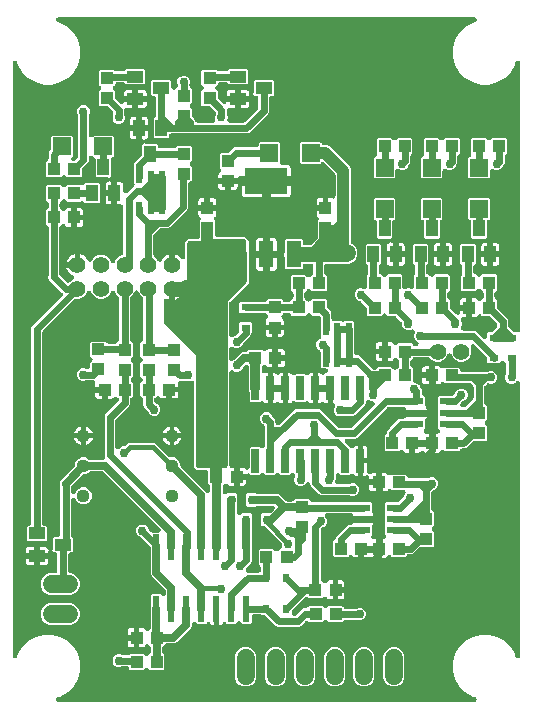
<source format=gtl>
G04 EAGLE Gerber RS-274X export*
G75*
%MOMM*%
%FSLAX34Y34*%
%LPD*%
%INTop Copper*%
%IPPOS*%
%AMOC8*
5,1,8,0,0,1.08239X$1,22.5*%
G01*
%ADD10R,1.500000X1.500000*%
%ADD11C,1.117600*%
%ADD12R,1.100000X1.000000*%
%ADD13R,1.000000X1.100000*%
%ADD14R,0.600000X0.800000*%
%ADD15R,0.800000X0.600000*%
%ADD16R,0.600000X2.200000*%
%ADD17R,0.660400X2.032000*%
%ADD18R,1.220000X0.620000*%
%ADD19R,1.000000X1.400000*%
%ADD20R,1.400000X1.000000*%
%ADD21R,1.219200X2.235200*%
%ADD22R,3.600000X2.200000*%
%ADD23C,1.408000*%
%ADD24C,1.508000*%
%ADD25R,0.550000X1.000000*%
%ADD26C,0.609600*%
%ADD27P,1.623585X8X22.500000*%
%ADD28C,0.635000*%
%ADD29C,0.406400*%
%ADD30C,0.756400*%
%ADD31C,0.812800*%
%ADD32C,1.000000*%
%ADD33C,1.500000*%
%ADD34C,1.270000*%
%ADD35C,1.016000*%
%ADD36C,0.762000*%
%ADD37C,0.381000*%

G36*
X401129Y10174D02*
X401129Y10174D01*
X401266Y10179D01*
X401328Y10194D01*
X401392Y10201D01*
X401524Y10241D01*
X401657Y10273D01*
X401716Y10300D01*
X401777Y10319D01*
X401898Y10384D01*
X402023Y10442D01*
X402075Y10480D01*
X402131Y10511D01*
X402237Y10598D01*
X402348Y10680D01*
X402391Y10727D01*
X402441Y10768D01*
X402527Y10875D01*
X402619Y10977D01*
X402653Y11032D01*
X402693Y11082D01*
X402756Y11204D01*
X402827Y11322D01*
X402849Y11382D01*
X402878Y11439D01*
X402916Y11571D01*
X402963Y11701D01*
X402972Y11764D01*
X402990Y11826D01*
X403001Y11963D01*
X403021Y12099D01*
X403018Y12163D01*
X403023Y12228D01*
X403007Y12364D01*
X402999Y12501D01*
X402983Y12564D01*
X402976Y12627D01*
X402933Y12758D01*
X402899Y12891D01*
X402871Y12949D01*
X402851Y13010D01*
X402784Y13130D01*
X402724Y13253D01*
X402685Y13305D01*
X402653Y13361D01*
X402563Y13465D01*
X402480Y13574D01*
X402432Y13617D01*
X402390Y13665D01*
X402281Y13750D01*
X402178Y13841D01*
X402123Y13873D01*
X402072Y13912D01*
X401949Y13973D01*
X401830Y14042D01*
X401760Y14067D01*
X401711Y14092D01*
X401634Y14112D01*
X401518Y14154D01*
X399516Y14690D01*
X393323Y18266D01*
X388266Y23323D01*
X384690Y29516D01*
X382839Y36424D01*
X382839Y43576D01*
X384690Y50484D01*
X388266Y56677D01*
X393323Y61734D01*
X399516Y65310D01*
X406424Y67161D01*
X413576Y67161D01*
X420484Y65310D01*
X426677Y61734D01*
X431734Y56677D01*
X435310Y50484D01*
X435846Y48482D01*
X435894Y48354D01*
X435935Y48223D01*
X435966Y48166D01*
X435988Y48106D01*
X436061Y47989D01*
X436127Y47869D01*
X436168Y47819D01*
X436202Y47765D01*
X436296Y47665D01*
X436384Y47559D01*
X436434Y47519D01*
X436479Y47472D01*
X436591Y47393D01*
X436698Y47307D01*
X436755Y47277D01*
X436808Y47240D01*
X436934Y47185D01*
X437055Y47122D01*
X437117Y47104D01*
X437176Y47078D01*
X437310Y47048D01*
X437442Y47010D01*
X437506Y47005D01*
X437569Y46991D01*
X437707Y46988D01*
X437844Y46977D01*
X437907Y46985D01*
X437972Y46984D01*
X438107Y47008D01*
X438243Y47024D01*
X438305Y47044D01*
X438368Y47056D01*
X438496Y47106D01*
X438626Y47149D01*
X438682Y47181D01*
X438742Y47204D01*
X438857Y47279D01*
X438977Y47347D01*
X439026Y47389D01*
X439079Y47424D01*
X439178Y47520D01*
X439282Y47610D01*
X439321Y47661D01*
X439367Y47706D01*
X439444Y47820D01*
X439528Y47928D01*
X439557Y47986D01*
X439593Y48039D01*
X439646Y48166D01*
X439708Y48289D01*
X439724Y48351D01*
X439749Y48410D01*
X439776Y48544D01*
X439812Y48677D01*
X439818Y48751D01*
X439829Y48805D01*
X439829Y48884D01*
X439839Y49008D01*
X439839Y279931D01*
X439838Y279939D01*
X439839Y279948D01*
X439818Y280140D01*
X439799Y280331D01*
X439797Y280340D01*
X439796Y280349D01*
X439738Y280531D01*
X439681Y280716D01*
X439677Y280724D01*
X439674Y280732D01*
X439582Y280900D01*
X439489Y281070D01*
X439484Y281077D01*
X439479Y281085D01*
X439354Y281233D01*
X439232Y281379D01*
X439225Y281385D01*
X439219Y281392D01*
X439068Y281511D01*
X438918Y281632D01*
X438910Y281636D01*
X438903Y281641D01*
X438732Y281728D01*
X438561Y281817D01*
X438552Y281820D01*
X438544Y281824D01*
X438359Y281875D01*
X438174Y281929D01*
X438165Y281929D01*
X438156Y281932D01*
X437964Y281946D01*
X437772Y281961D01*
X437764Y281960D01*
X437755Y281961D01*
X437564Y281937D01*
X437373Y281915D01*
X437364Y281912D01*
X437355Y281911D01*
X437174Y281850D01*
X436990Y281790D01*
X436982Y281785D01*
X436974Y281782D01*
X436808Y281687D01*
X436639Y281592D01*
X436632Y281586D01*
X436625Y281582D01*
X436372Y281367D01*
X435506Y280501D01*
X434680Y280159D01*
X433556Y279693D01*
X431444Y279693D01*
X429494Y280501D01*
X428001Y281994D01*
X427193Y283944D01*
X427193Y286056D01*
X427773Y287454D01*
X427782Y287484D01*
X427796Y287512D01*
X427840Y287677D01*
X427889Y287840D01*
X427892Y287871D01*
X427900Y287901D01*
X427927Y288232D01*
X427927Y296075D01*
X427925Y296102D01*
X427927Y296128D01*
X427905Y296302D01*
X427887Y296476D01*
X427880Y296501D01*
X427876Y296528D01*
X427821Y296693D01*
X427769Y296861D01*
X427756Y296884D01*
X427748Y296909D01*
X427661Y297061D01*
X427577Y297215D01*
X427560Y297235D01*
X427547Y297258D01*
X427332Y297511D01*
X426436Y298407D01*
X426422Y298419D01*
X426411Y298432D01*
X426267Y298546D01*
X426125Y298662D01*
X426109Y298671D01*
X426095Y298682D01*
X425931Y298765D01*
X425769Y298851D01*
X425752Y298856D01*
X425736Y298864D01*
X425559Y298914D01*
X425383Y298966D01*
X425365Y298967D01*
X425348Y298972D01*
X425165Y298986D01*
X424982Y299002D01*
X424964Y299000D01*
X424947Y299002D01*
X424765Y298979D01*
X424582Y298959D01*
X424565Y298953D01*
X424547Y298951D01*
X424373Y298893D01*
X424198Y298837D01*
X424182Y298829D01*
X424166Y298823D01*
X424007Y298731D01*
X423846Y298643D01*
X423832Y298631D01*
X423817Y298622D01*
X423564Y298407D01*
X422132Y296975D01*
X418930Y296975D01*
X418898Y296972D01*
X418867Y296974D01*
X418699Y296952D01*
X418529Y296935D01*
X418503Y296927D01*
X416495Y296927D01*
X416462Y296937D01*
X416431Y296940D01*
X416401Y296948D01*
X416070Y296975D01*
X412868Y296975D01*
X411975Y297868D01*
X411975Y300717D01*
X411973Y300743D01*
X411975Y300770D01*
X411953Y300944D01*
X411935Y301117D01*
X411928Y301143D01*
X411924Y301169D01*
X411869Y301335D01*
X411817Y301502D01*
X411804Y301526D01*
X411796Y301551D01*
X411709Y301703D01*
X411625Y301856D01*
X411608Y301877D01*
X411595Y301900D01*
X411380Y302153D01*
X401214Y312319D01*
X401211Y312322D01*
X401208Y312325D01*
X401055Y312449D01*
X400903Y312574D01*
X400899Y312576D01*
X400895Y312579D01*
X400722Y312670D01*
X400547Y312763D01*
X400543Y312764D01*
X400539Y312766D01*
X400351Y312821D01*
X400161Y312877D01*
X400157Y312878D01*
X400152Y312879D01*
X399959Y312896D01*
X399760Y312914D01*
X399756Y312913D01*
X399751Y312914D01*
X399562Y312892D01*
X399360Y312870D01*
X399355Y312869D01*
X399351Y312869D01*
X399167Y312810D01*
X398976Y312749D01*
X398972Y312747D01*
X398968Y312745D01*
X398796Y312649D01*
X398624Y312554D01*
X398620Y312551D01*
X398616Y312549D01*
X398466Y312420D01*
X398317Y312294D01*
X398314Y312290D01*
X398311Y312287D01*
X398186Y312129D01*
X398067Y311978D01*
X398065Y311974D01*
X398062Y311970D01*
X397974Y311795D01*
X397885Y311619D01*
X397884Y311614D01*
X397882Y311610D01*
X397829Y311420D01*
X397777Y311231D01*
X397776Y311226D01*
X397775Y311222D01*
X397761Y311022D01*
X397747Y310829D01*
X397748Y310825D01*
X397748Y310820D01*
X397773Y310625D01*
X397798Y310430D01*
X397799Y310426D01*
X397800Y310421D01*
X397901Y310105D01*
X398565Y308504D01*
X398565Y305096D01*
X397261Y301948D01*
X394852Y299539D01*
X391704Y298235D01*
X388296Y298235D01*
X385148Y299539D01*
X382739Y301948D01*
X381877Y304031D01*
X381872Y304039D01*
X381870Y304047D01*
X381777Y304217D01*
X381686Y304386D01*
X381681Y304393D01*
X381676Y304400D01*
X381553Y304548D01*
X381430Y304696D01*
X381423Y304702D01*
X381417Y304709D01*
X381267Y304829D01*
X381117Y304950D01*
X381109Y304954D01*
X381102Y304960D01*
X380930Y305048D01*
X380761Y305137D01*
X380752Y305139D01*
X380744Y305143D01*
X380559Y305196D01*
X380374Y305250D01*
X380365Y305251D01*
X380357Y305253D01*
X380166Y305268D01*
X379973Y305285D01*
X379964Y305284D01*
X379956Y305284D01*
X379764Y305261D01*
X379573Y305239D01*
X379565Y305237D01*
X379556Y305236D01*
X379373Y305175D01*
X379190Y305116D01*
X379182Y305112D01*
X379174Y305109D01*
X379007Y305014D01*
X378838Y304920D01*
X378832Y304914D01*
X378824Y304910D01*
X378680Y304784D01*
X378533Y304658D01*
X378527Y304651D01*
X378520Y304645D01*
X378403Y304493D01*
X378284Y304341D01*
X378280Y304333D01*
X378275Y304326D01*
X378123Y304031D01*
X377261Y301948D01*
X374852Y299539D01*
X371704Y298235D01*
X368296Y298235D01*
X365148Y299539D01*
X363055Y301632D01*
X363035Y301649D01*
X363017Y301670D01*
X362879Y301777D01*
X362744Y301887D01*
X362720Y301900D01*
X362699Y301916D01*
X362542Y301994D01*
X362388Y302076D01*
X362363Y302084D01*
X362338Y302096D01*
X362169Y302141D01*
X362002Y302191D01*
X361976Y302193D01*
X361950Y302200D01*
X361619Y302227D01*
X350756Y302227D01*
X350738Y302225D01*
X350720Y302227D01*
X350538Y302206D01*
X350355Y302187D01*
X350338Y302182D01*
X350321Y302180D01*
X350146Y302123D01*
X349970Y302069D01*
X349955Y302061D01*
X349938Y302055D01*
X349778Y301965D01*
X349616Y301877D01*
X349603Y301866D01*
X349587Y301857D01*
X349448Y301737D01*
X349307Y301620D01*
X349296Y301606D01*
X349282Y301594D01*
X349169Y301448D01*
X349055Y301306D01*
X349047Y301290D01*
X349036Y301276D01*
X348954Y301111D01*
X348869Y300949D01*
X348864Y300932D01*
X348856Y300916D01*
X348814Y300758D01*
X347368Y299311D01*
X347351Y299291D01*
X347330Y299273D01*
X347223Y299135D01*
X347113Y299000D01*
X347100Y298976D01*
X347084Y298955D01*
X347006Y298798D01*
X346924Y298644D01*
X346916Y298619D01*
X346904Y298595D01*
X346859Y298425D01*
X346809Y298258D01*
X346807Y298232D01*
X346800Y298206D01*
X346773Y297875D01*
X346773Y295425D01*
X346775Y295398D01*
X346773Y295372D01*
X346795Y295197D01*
X346813Y295024D01*
X346820Y294999D01*
X346824Y294972D01*
X346879Y294807D01*
X346931Y294639D01*
X346944Y294616D01*
X346952Y294591D01*
X347039Y294439D01*
X347123Y294285D01*
X347140Y294265D01*
X347153Y294242D01*
X347368Y293989D01*
X348725Y292632D01*
X348725Y282338D01*
X348726Y282325D01*
X348725Y282313D01*
X348726Y282308D01*
X348725Y282302D01*
X348746Y282120D01*
X348765Y281937D01*
X348770Y281920D01*
X348772Y281903D01*
X348829Y281728D01*
X348883Y281552D01*
X348891Y281537D01*
X348897Y281520D01*
X348988Y281359D01*
X349075Y281198D01*
X349086Y281185D01*
X349095Y281169D01*
X349215Y281030D01*
X349332Y280889D01*
X349346Y280878D01*
X349358Y280864D01*
X349503Y280752D01*
X349646Y280637D01*
X349662Y280629D01*
X349676Y280618D01*
X349841Y280536D01*
X350003Y280451D01*
X350020Y280446D01*
X350036Y280438D01*
X350215Y280391D01*
X350390Y280340D01*
X350408Y280338D01*
X350425Y280334D01*
X350756Y280307D01*
X351056Y280307D01*
X353006Y279499D01*
X353556Y278949D01*
X353613Y278903D01*
X353663Y278849D01*
X353768Y278775D01*
X353867Y278694D01*
X353932Y278660D01*
X353992Y278617D01*
X354110Y278565D01*
X354223Y278505D01*
X354293Y278484D01*
X354360Y278455D01*
X354486Y278427D01*
X354609Y278390D01*
X354682Y278384D01*
X354754Y278368D01*
X354811Y278367D01*
X354800Y278318D01*
X354763Y278181D01*
X354759Y278121D01*
X354746Y278063D01*
X354745Y277921D01*
X354735Y277780D01*
X354743Y277720D01*
X354742Y277660D01*
X354769Y277521D01*
X354787Y277380D01*
X354808Y277315D01*
X354818Y277265D01*
X354849Y277189D01*
X354889Y277064D01*
X355078Y276607D01*
X355093Y276580D01*
X355103Y276550D01*
X355188Y276402D01*
X355268Y276252D01*
X355288Y276228D01*
X355304Y276201D01*
X355519Y275948D01*
X355877Y275590D01*
X356573Y273910D01*
X356573Y271156D01*
X356575Y271138D01*
X356573Y271120D01*
X356594Y270938D01*
X356613Y270755D01*
X356618Y270738D01*
X356620Y270721D01*
X356677Y270546D01*
X356731Y270370D01*
X356739Y270355D01*
X356745Y270338D01*
X356835Y270178D01*
X356923Y270016D01*
X356934Y270003D01*
X356943Y269987D01*
X357063Y269848D01*
X357180Y269707D01*
X357194Y269696D01*
X357206Y269682D01*
X357351Y269570D01*
X357494Y269455D01*
X357510Y269447D01*
X357524Y269436D01*
X357689Y269354D01*
X357851Y269269D01*
X357868Y269264D01*
X357884Y269256D01*
X358063Y269209D01*
X358238Y269158D01*
X358256Y269156D01*
X358273Y269152D01*
X358604Y269125D01*
X358732Y269125D01*
X359625Y268232D01*
X359625Y261010D01*
X359627Y260983D01*
X359625Y260956D01*
X359647Y260783D01*
X359665Y260609D01*
X359672Y260584D01*
X359676Y260557D01*
X359732Y260391D01*
X359783Y260224D01*
X359796Y260201D01*
X359804Y260175D01*
X359891Y260024D01*
X359975Y259870D01*
X359992Y259850D01*
X360005Y259826D01*
X360105Y259708D01*
X360468Y259081D01*
X360641Y258435D01*
X360641Y257031D01*
X352000Y257031D01*
X343359Y257031D01*
X343359Y257896D01*
X343357Y257914D01*
X343359Y257932D01*
X343338Y258114D01*
X343319Y258297D01*
X343314Y258314D01*
X343312Y258331D01*
X343255Y258506D01*
X343201Y258682D01*
X343193Y258697D01*
X343187Y258714D01*
X343097Y258874D01*
X343009Y259036D01*
X342998Y259049D01*
X342989Y259065D01*
X342869Y259204D01*
X342752Y259345D01*
X342738Y259356D01*
X342726Y259370D01*
X342581Y259482D01*
X342438Y259597D01*
X342422Y259605D01*
X342408Y259616D01*
X342243Y259698D01*
X342081Y259783D01*
X342064Y259788D01*
X342048Y259796D01*
X341869Y259843D01*
X341694Y259894D01*
X341676Y259896D01*
X341659Y259900D01*
X341328Y259927D01*
X328579Y259927D01*
X328553Y259925D01*
X328526Y259927D01*
X328352Y259905D01*
X328179Y259887D01*
X328153Y259880D01*
X328127Y259876D01*
X327961Y259821D01*
X327794Y259769D01*
X327770Y259756D01*
X327745Y259748D01*
X327593Y259661D01*
X327440Y259577D01*
X327419Y259560D01*
X327396Y259547D01*
X327143Y259332D01*
X301554Y233743D01*
X299873Y233047D01*
X293323Y233047D01*
X293315Y233046D01*
X293306Y233047D01*
X293114Y233026D01*
X292923Y233007D01*
X292914Y233005D01*
X292905Y233004D01*
X292723Y232946D01*
X292538Y232889D01*
X292530Y232885D01*
X292521Y232882D01*
X292353Y232789D01*
X292184Y232697D01*
X292177Y232692D01*
X292169Y232687D01*
X292021Y232562D01*
X291875Y232440D01*
X291869Y232433D01*
X291862Y232427D01*
X291742Y232275D01*
X291622Y232126D01*
X291618Y232118D01*
X291613Y232111D01*
X291525Y231939D01*
X291437Y231769D01*
X291434Y231760D01*
X291430Y231752D01*
X291378Y231566D01*
X291325Y231382D01*
X291325Y231373D01*
X291322Y231364D01*
X291308Y231172D01*
X291292Y230980D01*
X291293Y230972D01*
X291293Y230963D01*
X291317Y230768D01*
X291339Y230581D01*
X291342Y230572D01*
X291343Y230563D01*
X291405Y230380D01*
X291464Y230198D01*
X291469Y230190D01*
X291471Y230182D01*
X291567Y230016D01*
X291662Y229847D01*
X291668Y229840D01*
X291672Y229833D01*
X291887Y229580D01*
X294055Y227412D01*
X294921Y226546D01*
X294942Y226529D01*
X294959Y226508D01*
X295097Y226401D01*
X295233Y226291D01*
X295256Y226278D01*
X295277Y226262D01*
X295435Y226184D01*
X295469Y226165D01*
X295974Y225660D01*
X296038Y225608D01*
X296095Y225549D01*
X296193Y225481D01*
X296286Y225405D01*
X296358Y225367D01*
X296426Y225320D01*
X296536Y225272D01*
X296641Y225216D01*
X296720Y225193D01*
X296796Y225160D01*
X296913Y225136D01*
X297027Y225102D01*
X297109Y225094D01*
X297190Y225077D01*
X297309Y225076D01*
X297428Y225065D01*
X297510Y225074D01*
X297592Y225073D01*
X297710Y225096D01*
X297828Y225109D01*
X297907Y225133D01*
X297988Y225149D01*
X298098Y225194D01*
X298212Y225230D01*
X298284Y225270D01*
X298360Y225301D01*
X298460Y225367D01*
X298565Y225425D01*
X298627Y225478D01*
X298696Y225524D01*
X298781Y225608D01*
X298872Y225685D01*
X298923Y225750D01*
X298981Y225808D01*
X299068Y225934D01*
X299088Y225959D01*
X299588Y226459D01*
X300167Y226794D01*
X300813Y226967D01*
X302419Y226967D01*
X302419Y214266D01*
X302419Y201565D01*
X300813Y201565D01*
X300167Y201738D01*
X299588Y202073D01*
X299095Y202565D01*
X299082Y202590D01*
X299004Y202681D01*
X298935Y202778D01*
X298875Y202834D01*
X298821Y202897D01*
X298727Y202971D01*
X298640Y203052D01*
X298570Y203095D01*
X298505Y203146D01*
X298399Y203201D01*
X298297Y203263D01*
X298220Y203292D01*
X298147Y203329D01*
X298031Y203361D01*
X297919Y203402D01*
X297838Y203415D01*
X297759Y203437D01*
X297639Y203446D01*
X297521Y203464D01*
X297439Y203460D01*
X297357Y203466D01*
X297238Y203451D01*
X297119Y203446D01*
X297039Y203426D01*
X296958Y203416D01*
X296844Y203378D01*
X296728Y203349D01*
X296654Y203314D01*
X296576Y203288D01*
X296472Y203228D01*
X296364Y203177D01*
X296298Y203128D01*
X296227Y203087D01*
X296111Y202988D01*
X296041Y202936D01*
X296014Y202906D01*
X295974Y202872D01*
X295684Y202581D01*
X287816Y202581D01*
X287090Y203307D01*
X287083Y203313D01*
X287078Y203320D01*
X286927Y203441D01*
X286779Y203562D01*
X286771Y203567D01*
X286764Y203572D01*
X286594Y203661D01*
X286423Y203751D01*
X286414Y203754D01*
X286407Y203758D01*
X286222Y203811D01*
X286037Y203866D01*
X286028Y203867D01*
X286020Y203869D01*
X285829Y203885D01*
X285636Y203902D01*
X285627Y203901D01*
X285618Y203902D01*
X285429Y203880D01*
X285236Y203859D01*
X285227Y203856D01*
X285219Y203855D01*
X285037Y203796D01*
X284852Y203737D01*
X284844Y203733D01*
X284836Y203730D01*
X284669Y203636D01*
X284500Y203543D01*
X284493Y203537D01*
X284485Y203532D01*
X284340Y203407D01*
X284193Y203282D01*
X284187Y203275D01*
X284180Y203269D01*
X284063Y203118D01*
X283943Y202966D01*
X283939Y202958D01*
X283934Y202951D01*
X283848Y202780D01*
X283761Y202607D01*
X283758Y202599D01*
X283754Y202591D01*
X283704Y202405D01*
X283653Y202219D01*
X283652Y202210D01*
X283650Y202202D01*
X283623Y201871D01*
X283623Y198440D01*
X283561Y198292D01*
X283552Y198262D01*
X283538Y198234D01*
X283494Y198070D01*
X283445Y197907D01*
X283442Y197876D01*
X283434Y197846D01*
X283407Y197515D01*
X283407Y197344D01*
X283339Y197181D01*
X283335Y197168D01*
X283329Y197157D01*
X283277Y196976D01*
X283223Y196796D01*
X283221Y196783D01*
X283218Y196770D01*
X283202Y196581D01*
X283185Y196395D01*
X283186Y196382D01*
X283185Y196368D01*
X283207Y196182D01*
X283226Y195995D01*
X283230Y195982D01*
X283232Y195969D01*
X283290Y195791D01*
X283346Y195610D01*
X283352Y195599D01*
X283357Y195586D01*
X283450Y195420D01*
X283539Y195257D01*
X283548Y195247D01*
X283555Y195235D01*
X283677Y195093D01*
X283798Y194949D01*
X283809Y194941D01*
X283818Y194930D01*
X283966Y194815D01*
X284113Y194698D01*
X284125Y194692D01*
X284136Y194684D01*
X284304Y194600D01*
X284471Y194514D01*
X284484Y194510D01*
X284496Y194504D01*
X284678Y194455D01*
X284859Y194404D01*
X284872Y194403D01*
X284885Y194400D01*
X285216Y194373D01*
X294668Y194373D01*
X294699Y194376D01*
X294731Y194374D01*
X294900Y194396D01*
X295069Y194413D01*
X295099Y194422D01*
X295130Y194426D01*
X295446Y194527D01*
X296844Y195107D01*
X298956Y195107D01*
X300906Y194299D01*
X302399Y192806D01*
X303207Y190856D01*
X303207Y188744D01*
X302399Y186794D01*
X300906Y185301D01*
X298956Y184493D01*
X296844Y184493D01*
X295446Y185073D01*
X295416Y185082D01*
X295388Y185096D01*
X295223Y185140D01*
X295060Y185189D01*
X295029Y185192D01*
X294999Y185200D01*
X294668Y185227D01*
X271490Y185227D01*
X269810Y185923D01*
X262473Y193260D01*
X261818Y194841D01*
X261812Y194853D01*
X261808Y194866D01*
X261717Y195031D01*
X261628Y195196D01*
X261620Y195207D01*
X261613Y195218D01*
X261491Y195362D01*
X261372Y195507D01*
X261361Y195515D01*
X261353Y195525D01*
X261205Y195642D01*
X261059Y195760D01*
X261047Y195767D01*
X261037Y195775D01*
X260869Y195860D01*
X260703Y195947D01*
X260690Y195951D01*
X260678Y195957D01*
X260496Y196008D01*
X260316Y196061D01*
X260303Y196062D01*
X260290Y196065D01*
X260101Y196079D01*
X259915Y196095D01*
X259902Y196094D01*
X259888Y196095D01*
X259700Y196071D01*
X259515Y196050D01*
X259502Y196046D01*
X259489Y196044D01*
X259310Y195984D01*
X259132Y195927D01*
X259120Y195920D01*
X259107Y195916D01*
X258944Y195822D01*
X258780Y195731D01*
X258770Y195722D01*
X258758Y195715D01*
X258505Y195500D01*
X256906Y193901D01*
X254956Y193093D01*
X252844Y193093D01*
X250894Y193901D01*
X249401Y195394D01*
X248593Y197344D01*
X248593Y199456D01*
X249173Y200854D01*
X249182Y200884D01*
X249196Y200912D01*
X249240Y201077D01*
X249289Y201240D01*
X249292Y201271D01*
X249300Y201301D01*
X249327Y201632D01*
X249327Y202121D01*
X249326Y202130D01*
X249327Y202139D01*
X249307Y202330D01*
X249287Y202522D01*
X249285Y202530D01*
X249284Y202539D01*
X249226Y202721D01*
X249169Y202907D01*
X249165Y202915D01*
X249162Y202923D01*
X249069Y203091D01*
X248977Y203261D01*
X248972Y203267D01*
X248967Y203275D01*
X248842Y203423D01*
X248720Y203570D01*
X248713Y203575D01*
X248707Y203582D01*
X248555Y203702D01*
X248406Y203822D01*
X248398Y203826D01*
X248391Y203832D01*
X248219Y203919D01*
X248049Y204008D01*
X248040Y204010D01*
X248032Y204014D01*
X247846Y204066D01*
X247662Y204119D01*
X247653Y204120D01*
X247644Y204122D01*
X247452Y204136D01*
X247260Y204152D01*
X247252Y204151D01*
X247243Y204152D01*
X247050Y204127D01*
X246861Y204105D01*
X246852Y204102D01*
X246843Y204101D01*
X246660Y204040D01*
X246478Y203980D01*
X246470Y203976D01*
X246462Y203973D01*
X246296Y203878D01*
X246127Y203782D01*
X246120Y203777D01*
X246113Y203772D01*
X245860Y203557D01*
X244884Y202581D01*
X237016Y202581D01*
X236036Y203561D01*
X236022Y203573D01*
X236011Y203586D01*
X235867Y203700D01*
X235725Y203816D01*
X235709Y203825D01*
X235695Y203836D01*
X235531Y203919D01*
X235369Y204005D01*
X235352Y204010D01*
X235336Y204018D01*
X235159Y204068D01*
X234983Y204120D01*
X234965Y204121D01*
X234948Y204126D01*
X234765Y204140D01*
X234582Y204156D01*
X234564Y204154D01*
X234547Y204156D01*
X234365Y204133D01*
X234182Y204113D01*
X234165Y204107D01*
X234147Y204105D01*
X233973Y204047D01*
X233798Y203991D01*
X233782Y203983D01*
X233766Y203977D01*
X233607Y203885D01*
X233446Y203797D01*
X233432Y203785D01*
X233417Y203776D01*
X233164Y203561D01*
X232184Y202581D01*
X224316Y202581D01*
X223336Y203561D01*
X223322Y203573D01*
X223311Y203586D01*
X223167Y203700D01*
X223025Y203816D01*
X223009Y203825D01*
X222995Y203836D01*
X222831Y203919D01*
X222669Y204005D01*
X222652Y204010D01*
X222636Y204018D01*
X222459Y204068D01*
X222283Y204120D01*
X222265Y204121D01*
X222248Y204126D01*
X222065Y204140D01*
X221882Y204156D01*
X221864Y204154D01*
X221847Y204156D01*
X221665Y204133D01*
X221482Y204113D01*
X221465Y204107D01*
X221447Y204105D01*
X221273Y204047D01*
X221098Y203991D01*
X221082Y203983D01*
X221066Y203977D01*
X220907Y203885D01*
X220746Y203797D01*
X220732Y203785D01*
X220717Y203776D01*
X220464Y203561D01*
X219484Y202581D01*
X211616Y202581D01*
X211208Y202989D01*
X211201Y202995D01*
X211196Y203002D01*
X211047Y203122D01*
X210897Y203244D01*
X210889Y203249D01*
X210882Y203254D01*
X210712Y203342D01*
X210541Y203433D01*
X210532Y203436D01*
X210525Y203440D01*
X210340Y203493D01*
X210155Y203548D01*
X210146Y203549D01*
X210138Y203551D01*
X209947Y203567D01*
X209754Y203584D01*
X209745Y203583D01*
X209736Y203584D01*
X209547Y203562D01*
X209354Y203541D01*
X209345Y203538D01*
X209337Y203537D01*
X209154Y203478D01*
X208970Y203419D01*
X208962Y203415D01*
X208954Y203412D01*
X208787Y203318D01*
X208753Y203299D01*
X202199Y203299D01*
X202199Y208341D01*
X205535Y208341D01*
X206181Y208168D01*
X206760Y207833D01*
X207256Y207337D01*
X207263Y207332D01*
X207268Y207325D01*
X207417Y207205D01*
X207567Y207082D01*
X207575Y207078D01*
X207582Y207073D01*
X207751Y206985D01*
X207923Y206894D01*
X207932Y206891D01*
X207939Y206887D01*
X208123Y206834D01*
X208309Y206779D01*
X208318Y206778D01*
X208326Y206776D01*
X208517Y206760D01*
X208710Y206743D01*
X208719Y206744D01*
X208728Y206743D01*
X208917Y206765D01*
X209110Y206786D01*
X209119Y206789D01*
X209127Y206790D01*
X209310Y206849D01*
X209494Y206907D01*
X209502Y206912D01*
X209510Y206915D01*
X209679Y207010D01*
X209846Y207102D01*
X209853Y207108D01*
X209861Y207112D01*
X210006Y207238D01*
X210153Y207363D01*
X210159Y207370D01*
X210166Y207376D01*
X210283Y207527D01*
X210403Y207679D01*
X210407Y207687D01*
X210412Y207694D01*
X210499Y207867D01*
X210585Y208038D01*
X210588Y208046D01*
X210592Y208054D01*
X210642Y208243D01*
X210693Y208425D01*
X210694Y208434D01*
X210696Y208443D01*
X210723Y208774D01*
X210723Y225058D01*
X211616Y225951D01*
X219484Y225951D01*
X220036Y225399D01*
X220043Y225393D01*
X220048Y225386D01*
X220198Y225266D01*
X220347Y225144D01*
X220355Y225139D01*
X220362Y225134D01*
X220532Y225045D01*
X220703Y224955D01*
X220712Y224952D01*
X220719Y224948D01*
X220904Y224895D01*
X221089Y224840D01*
X221098Y224839D01*
X221106Y224837D01*
X221297Y224821D01*
X221490Y224804D01*
X221499Y224805D01*
X221508Y224804D01*
X221697Y224826D01*
X221890Y224847D01*
X221899Y224850D01*
X221907Y224851D01*
X222089Y224910D01*
X222274Y224969D01*
X222282Y224973D01*
X222290Y224976D01*
X222457Y225070D01*
X222626Y225163D01*
X222633Y225169D01*
X222641Y225174D01*
X222785Y225298D01*
X222933Y225424D01*
X222939Y225431D01*
X222946Y225437D01*
X223063Y225588D01*
X223183Y225740D01*
X223187Y225748D01*
X223192Y225755D01*
X223278Y225927D01*
X223365Y226099D01*
X223368Y226107D01*
X223372Y226115D01*
X223421Y226301D01*
X223473Y226487D01*
X223474Y226496D01*
X223476Y226504D01*
X223503Y226835D01*
X223503Y243519D01*
X223501Y243541D01*
X223503Y243563D01*
X223481Y243741D01*
X223463Y243919D01*
X223457Y243941D01*
X223454Y243963D01*
X223398Y244133D01*
X223345Y244304D01*
X223335Y244324D01*
X223328Y244345D01*
X223239Y244501D01*
X223153Y244658D01*
X223139Y244675D01*
X223128Y244695D01*
X223010Y244831D01*
X222896Y244968D01*
X222878Y244982D01*
X222864Y244998D01*
X222721Y245108D01*
X222582Y245220D01*
X222562Y245230D01*
X222544Y245244D01*
X222249Y245395D01*
X221994Y245501D01*
X220501Y246994D01*
X219693Y248944D01*
X219693Y251056D01*
X220501Y253006D01*
X221994Y254499D01*
X223944Y255307D01*
X226056Y255307D01*
X228006Y254499D01*
X229499Y253006D01*
X230078Y251607D01*
X230093Y251580D01*
X230103Y251550D01*
X230188Y251403D01*
X230268Y251252D01*
X230288Y251228D01*
X230304Y251201D01*
X230519Y250948D01*
X231953Y249514D01*
X232649Y247834D01*
X232649Y246604D01*
X232651Y246586D01*
X232649Y246568D01*
X232670Y246386D01*
X232689Y246203D01*
X232694Y246186D01*
X232696Y246169D01*
X232753Y245994D01*
X232807Y245818D01*
X232815Y245803D01*
X232821Y245786D01*
X232911Y245626D01*
X232999Y245464D01*
X233010Y245451D01*
X233019Y245435D01*
X233139Y245296D01*
X233256Y245155D01*
X233270Y245144D01*
X233282Y245130D01*
X233427Y245018D01*
X233570Y244903D01*
X233586Y244895D01*
X233600Y244884D01*
X233765Y244802D01*
X233927Y244717D01*
X233944Y244712D01*
X233960Y244704D01*
X234139Y244657D01*
X234314Y244606D01*
X234332Y244604D01*
X234349Y244600D01*
X234680Y244573D01*
X234688Y244573D01*
X234702Y244574D01*
X234716Y244573D01*
X234727Y244574D01*
X234742Y244573D01*
X234915Y244595D01*
X235089Y244613D01*
X235111Y244619D01*
X235115Y244620D01*
X235119Y244621D01*
X235141Y244624D01*
X235307Y244679D01*
X235474Y244731D01*
X235497Y244744D01*
X235523Y244752D01*
X235674Y244839D01*
X235828Y244923D01*
X235848Y244940D01*
X235872Y244953D01*
X236125Y245168D01*
X246615Y255659D01*
X246616Y255659D01*
X248187Y257231D01*
X249868Y257927D01*
X269370Y257927D01*
X271051Y257231D01*
X285494Y242788D01*
X285514Y242771D01*
X285532Y242750D01*
X285670Y242643D01*
X285805Y242533D01*
X285829Y242520D01*
X285850Y242504D01*
X286007Y242426D01*
X286161Y242344D01*
X286186Y242336D01*
X286210Y242324D01*
X286380Y242279D01*
X286547Y242229D01*
X286573Y242227D01*
X286599Y242220D01*
X286930Y242193D01*
X296228Y242193D01*
X296255Y242195D01*
X296282Y242193D01*
X296456Y242215D01*
X296629Y242233D01*
X296654Y242240D01*
X296681Y242244D01*
X296847Y242299D01*
X297014Y242351D01*
X297037Y242364D01*
X297063Y242372D01*
X297214Y242459D01*
X297368Y242543D01*
X297388Y242560D01*
X297412Y242573D01*
X297665Y242788D01*
X316103Y261226D01*
X316108Y261233D01*
X316115Y261238D01*
X316236Y261388D01*
X316358Y261537D01*
X316362Y261545D01*
X316368Y261552D01*
X316456Y261722D01*
X316546Y261893D01*
X316549Y261902D01*
X316553Y261909D01*
X316606Y262094D01*
X316661Y262279D01*
X316662Y262288D01*
X316664Y262296D01*
X316680Y262488D01*
X316698Y262680D01*
X316697Y262689D01*
X316697Y262698D01*
X316675Y262887D01*
X316654Y263080D01*
X316651Y263089D01*
X316650Y263097D01*
X316591Y263279D01*
X316533Y263464D01*
X316528Y263472D01*
X316526Y263480D01*
X316431Y263648D01*
X316338Y263816D01*
X316332Y263823D01*
X316328Y263831D01*
X316202Y263977D01*
X316077Y264123D01*
X316070Y264129D01*
X316065Y264136D01*
X315913Y264253D01*
X315761Y264373D01*
X315753Y264377D01*
X315746Y264382D01*
X315574Y264468D01*
X315403Y264555D01*
X315394Y264558D01*
X315386Y264562D01*
X315199Y264612D01*
X315015Y264663D01*
X315006Y264664D01*
X314997Y264666D01*
X314666Y264693D01*
X313944Y264693D01*
X311831Y265569D01*
X311818Y265572D01*
X311807Y265579D01*
X311627Y265630D01*
X311446Y265685D01*
X311433Y265686D01*
X311420Y265690D01*
X311232Y265705D01*
X311045Y265723D01*
X311032Y265722D01*
X311018Y265723D01*
X310832Y265701D01*
X310645Y265682D01*
X310632Y265677D01*
X310619Y265676D01*
X310440Y265618D01*
X310260Y265562D01*
X310249Y265555D01*
X310236Y265551D01*
X310072Y265459D01*
X309907Y265368D01*
X309897Y265360D01*
X309885Y265353D01*
X309743Y265231D01*
X309599Y265109D01*
X309591Y265099D01*
X309580Y265090D01*
X309466Y264942D01*
X309348Y264794D01*
X309342Y264782D01*
X309334Y264772D01*
X309250Y264604D01*
X309164Y264436D01*
X309160Y264423D01*
X309154Y264411D01*
X309105Y264229D01*
X309054Y264049D01*
X309053Y264036D01*
X309050Y264023D01*
X309023Y263692D01*
X309023Y263040D01*
X308327Y261360D01*
X300190Y253223D01*
X298510Y252527D01*
X290832Y252527D01*
X290801Y252524D01*
X290769Y252526D01*
X290600Y252504D01*
X290431Y252487D01*
X290401Y252478D01*
X290370Y252474D01*
X290054Y252373D01*
X288656Y251793D01*
X286544Y251793D01*
X284594Y252601D01*
X283101Y254094D01*
X282293Y256044D01*
X282293Y258156D01*
X283150Y260225D01*
X283154Y260238D01*
X283160Y260249D01*
X283212Y260429D01*
X283267Y260610D01*
X283268Y260623D01*
X283272Y260636D01*
X283287Y260824D01*
X283305Y261011D01*
X283304Y261024D01*
X283305Y261038D01*
X283283Y261224D01*
X283263Y261411D01*
X283259Y261424D01*
X283258Y261437D01*
X283200Y261615D01*
X283143Y261796D01*
X283137Y261807D01*
X283133Y261820D01*
X283040Y261984D01*
X282950Y262149D01*
X282942Y262159D01*
X282935Y262171D01*
X282813Y262313D01*
X282691Y262457D01*
X282681Y262465D01*
X282672Y262476D01*
X282524Y262590D01*
X282376Y262708D01*
X282364Y262714D01*
X282354Y262722D01*
X282185Y262806D01*
X282018Y262892D01*
X282005Y262896D01*
X281993Y262902D01*
X281810Y262951D01*
X281631Y263002D01*
X281617Y263003D01*
X281604Y263006D01*
X281274Y263033D01*
X281081Y263033D01*
X281081Y275734D01*
X281080Y275751D01*
X281081Y275769D01*
X281060Y275952D01*
X281041Y276134D01*
X281036Y276151D01*
X281034Y276169D01*
X280977Y276344D01*
X280923Y276519D01*
X280915Y276535D01*
X280909Y276552D01*
X280819Y276712D01*
X280732Y276873D01*
X280720Y276887D01*
X280711Y276902D01*
X280591Y277042D01*
X280474Y277182D01*
X280474Y277183D01*
X280473Y277183D01*
X280460Y277194D01*
X280448Y277207D01*
X280448Y277208D01*
X280303Y277320D01*
X280160Y277435D01*
X280144Y277444D01*
X280130Y277454D01*
X279965Y277536D01*
X279802Y277621D01*
X279785Y277626D01*
X279769Y277634D01*
X279591Y277682D01*
X279415Y277732D01*
X279398Y277734D01*
X279380Y277738D01*
X279050Y277765D01*
X268381Y277765D01*
X268381Y288435D01*
X269987Y288435D01*
X270633Y288262D01*
X271212Y287927D01*
X271264Y287876D01*
X271277Y287864D01*
X271289Y287851D01*
X271433Y287737D01*
X271575Y287620D01*
X271591Y287612D01*
X271605Y287601D01*
X271769Y287518D01*
X271931Y287432D01*
X271948Y287427D01*
X271964Y287419D01*
X272141Y287369D01*
X272317Y287317D01*
X272334Y287315D01*
X272352Y287311D01*
X272535Y287297D01*
X272718Y287281D01*
X272735Y287283D01*
X272753Y287281D01*
X272936Y287304D01*
X273118Y287324D01*
X273135Y287329D01*
X273153Y287332D01*
X273327Y287390D01*
X273502Y287445D01*
X273517Y287454D01*
X273534Y287460D01*
X273693Y287551D01*
X273854Y287640D01*
X273868Y287652D01*
X273883Y287661D01*
X274136Y287875D01*
X274188Y287927D01*
X274767Y288262D01*
X275590Y288482D01*
X275718Y288531D01*
X275850Y288571D01*
X275906Y288601D01*
X275967Y288624D01*
X276083Y288697D01*
X276204Y288763D01*
X276253Y288804D01*
X276308Y288838D01*
X276408Y288932D01*
X276513Y289020D01*
X276553Y289070D01*
X276600Y289115D01*
X276679Y289227D01*
X276765Y289334D01*
X276795Y289391D01*
X276832Y289444D01*
X276888Y289570D01*
X276951Y289691D01*
X276969Y289753D01*
X276995Y289812D01*
X277024Y289946D01*
X277062Y290078D01*
X277067Y290143D01*
X277081Y290205D01*
X277084Y290342D01*
X277095Y290480D01*
X277088Y290544D01*
X277089Y290608D01*
X277064Y290743D01*
X277048Y290879D01*
X277028Y290941D01*
X277017Y291004D01*
X276966Y291131D01*
X276923Y291262D01*
X276892Y291318D01*
X276868Y291378D01*
X276793Y291493D01*
X276725Y291613D01*
X276683Y291662D01*
X276648Y291715D01*
X276552Y291814D01*
X276462Y291918D01*
X276411Y291957D01*
X276366Y292003D01*
X276253Y292080D01*
X276144Y292164D01*
X276087Y292193D01*
X276033Y292229D01*
X275907Y292282D01*
X275784Y292344D01*
X275721Y292360D01*
X275662Y292385D01*
X275528Y292412D01*
X275395Y292448D01*
X275321Y292454D01*
X275268Y292465D01*
X275188Y292465D01*
X275064Y292475D01*
X272118Y292475D01*
X271225Y293368D01*
X271225Y296967D01*
X271222Y296998D01*
X271224Y297029D01*
X271202Y297198D01*
X271185Y297368D01*
X271176Y297398D01*
X271172Y297428D01*
X271071Y297744D01*
X270927Y298090D01*
X270927Y306050D01*
X270925Y306073D01*
X270927Y306095D01*
X270905Y306272D01*
X270887Y306451D01*
X270881Y306472D01*
X270878Y306494D01*
X270822Y306664D01*
X270769Y306836D01*
X270759Y306855D01*
X270752Y306877D01*
X270663Y307032D01*
X270577Y307190D01*
X270563Y307207D01*
X270552Y307226D01*
X270434Y307362D01*
X270320Y307499D01*
X270302Y307513D01*
X270288Y307530D01*
X270145Y307640D01*
X270006Y307751D01*
X269986Y307762D01*
X269968Y307775D01*
X269673Y307927D01*
X269494Y308001D01*
X268001Y309494D01*
X267193Y311444D01*
X267193Y313556D01*
X268001Y315506D01*
X269494Y316999D01*
X269587Y317037D01*
X269587Y317038D01*
X270292Y317330D01*
X270304Y317336D01*
X270317Y317340D01*
X270480Y317430D01*
X270647Y317520D01*
X270658Y317528D01*
X270669Y317535D01*
X270811Y317655D01*
X270958Y317776D01*
X270966Y317787D01*
X270976Y317795D01*
X271092Y317942D01*
X271211Y318089D01*
X271217Y318101D01*
X271226Y318111D01*
X271311Y318280D01*
X271398Y318445D01*
X271402Y318458D01*
X271408Y318470D01*
X271458Y318650D01*
X271511Y318832D01*
X271513Y318845D01*
X271516Y318858D01*
X271530Y319046D01*
X271546Y319233D01*
X271545Y319246D01*
X271546Y319260D01*
X271522Y319448D01*
X271501Y319633D01*
X271497Y319646D01*
X271495Y319659D01*
X271435Y319838D01*
X271378Y320016D01*
X271371Y320028D01*
X271367Y320041D01*
X271273Y320203D01*
X271225Y320289D01*
X271225Y323967D01*
X271222Y323998D01*
X271224Y324029D01*
X271202Y324198D01*
X271185Y324368D01*
X271176Y324398D01*
X271172Y324428D01*
X271071Y324744D01*
X270927Y325090D01*
X270927Y335044D01*
X270925Y335062D01*
X270927Y335080D01*
X270906Y335262D01*
X270887Y335445D01*
X270882Y335462D01*
X270880Y335479D01*
X270823Y335654D01*
X270769Y335830D01*
X270761Y335845D01*
X270755Y335862D01*
X270665Y336022D01*
X270577Y336184D01*
X270566Y336197D01*
X270557Y336213D01*
X270437Y336352D01*
X270320Y336493D01*
X270306Y336504D01*
X270294Y336518D01*
X270149Y336630D01*
X270006Y336745D01*
X269990Y336753D01*
X269976Y336764D01*
X269811Y336846D01*
X269649Y336931D01*
X269632Y336936D01*
X269616Y336944D01*
X269437Y336991D01*
X269262Y337042D01*
X269244Y337044D01*
X269227Y337048D01*
X268896Y337075D01*
X263868Y337075D01*
X262436Y338507D01*
X262423Y338519D01*
X262411Y338532D01*
X262267Y338646D01*
X262125Y338762D01*
X262109Y338771D01*
X262095Y338782D01*
X261931Y338865D01*
X261769Y338951D01*
X261752Y338956D01*
X261736Y338964D01*
X261559Y339014D01*
X261383Y339066D01*
X261365Y339067D01*
X261348Y339072D01*
X261165Y339086D01*
X260982Y339102D01*
X260964Y339100D01*
X260947Y339102D01*
X260765Y339079D01*
X260582Y339059D01*
X260565Y339053D01*
X260547Y339051D01*
X260374Y338993D01*
X260198Y338937D01*
X260182Y338929D01*
X260166Y338923D01*
X260007Y338832D01*
X259846Y338743D01*
X259832Y338731D01*
X259817Y338722D01*
X259564Y338507D01*
X258132Y337075D01*
X246868Y337075D01*
X245887Y338056D01*
X245871Y338106D01*
X245817Y338282D01*
X245809Y338297D01*
X245803Y338314D01*
X245713Y338474D01*
X245625Y338636D01*
X245614Y338649D01*
X245605Y338665D01*
X245485Y338804D01*
X245368Y338945D01*
X245354Y338956D01*
X245342Y338970D01*
X245197Y339082D01*
X245054Y339197D01*
X245038Y339205D01*
X245024Y339216D01*
X244859Y339298D01*
X244697Y339383D01*
X244680Y339388D01*
X244664Y339396D01*
X244485Y339443D01*
X244310Y339494D01*
X244292Y339496D01*
X244275Y339500D01*
X243944Y339527D01*
X240556Y339527D01*
X240538Y339525D01*
X240520Y339527D01*
X240338Y339506D01*
X240155Y339487D01*
X240138Y339482D01*
X240121Y339480D01*
X239946Y339423D01*
X239770Y339369D01*
X239755Y339361D01*
X239738Y339355D01*
X239578Y339265D01*
X239416Y339177D01*
X239403Y339166D01*
X239387Y339157D01*
X239248Y339037D01*
X239107Y338920D01*
X239096Y338906D01*
X239082Y338894D01*
X238970Y338749D01*
X238855Y338606D01*
X238847Y338590D01*
X238836Y338576D01*
X238754Y338411D01*
X238669Y338249D01*
X238664Y338232D01*
X238656Y338216D01*
X238614Y338058D01*
X238295Y337739D01*
X238243Y337675D01*
X238183Y337618D01*
X238115Y337519D01*
X238040Y337427D01*
X238001Y337354D01*
X237954Y337286D01*
X237907Y337177D01*
X237851Y337072D01*
X237828Y336992D01*
X237795Y336917D01*
X237770Y336800D01*
X237736Y336686D01*
X237729Y336603D01*
X237712Y336523D01*
X237711Y336403D01*
X237700Y336285D01*
X237709Y336203D01*
X237708Y336120D01*
X237731Y336003D01*
X237743Y335884D01*
X237768Y335806D01*
X237784Y335725D01*
X237829Y335614D01*
X237865Y335501D01*
X237905Y335428D01*
X237936Y335352D01*
X238002Y335253D01*
X238060Y335148D01*
X238113Y335085D01*
X238159Y335017D01*
X238243Y334932D01*
X238320Y334841D01*
X238385Y334790D01*
X238443Y334732D01*
X238502Y334691D01*
X239033Y334160D01*
X239368Y333581D01*
X239541Y332935D01*
X239541Y329599D01*
X232468Y329599D01*
X232450Y329597D01*
X232433Y329599D01*
X232250Y329578D01*
X232068Y329559D01*
X232051Y329554D01*
X232033Y329552D01*
X231992Y329539D01*
X231898Y329566D01*
X231880Y329568D01*
X231863Y329572D01*
X231532Y329599D01*
X224459Y329599D01*
X224459Y332935D01*
X224632Y333581D01*
X224967Y334160D01*
X225517Y334711D01*
X225611Y334778D01*
X225667Y334838D01*
X225730Y334891D01*
X225804Y334985D01*
X225885Y335072D01*
X225928Y335143D01*
X225980Y335207D01*
X226034Y335314D01*
X226096Y335415D01*
X226125Y335493D01*
X226162Y335566D01*
X226194Y335681D01*
X226235Y335793D01*
X226248Y335875D01*
X226270Y335954D01*
X226279Y336073D01*
X226297Y336191D01*
X226293Y336273D01*
X226299Y336356D01*
X226284Y336474D01*
X226279Y336593D01*
X226259Y336673D01*
X226249Y336755D01*
X226211Y336868D01*
X226182Y336984D01*
X226147Y337059D01*
X226121Y337137D01*
X226061Y337240D01*
X226010Y337348D01*
X225961Y337414D01*
X225920Y337486D01*
X225821Y337602D01*
X225770Y337671D01*
X225739Y337698D01*
X225705Y337739D01*
X225387Y338056D01*
X225371Y338106D01*
X225317Y338282D01*
X225309Y338297D01*
X225303Y338314D01*
X225213Y338474D01*
X225125Y338636D01*
X225114Y338649D01*
X225105Y338665D01*
X224985Y338804D01*
X224868Y338945D01*
X224854Y338956D01*
X224842Y338970D01*
X224697Y339082D01*
X224554Y339197D01*
X224538Y339205D01*
X224524Y339216D01*
X224359Y339298D01*
X224197Y339383D01*
X224180Y339388D01*
X224164Y339396D01*
X223985Y339443D01*
X223810Y339494D01*
X223792Y339496D01*
X223775Y339500D01*
X223444Y339527D01*
X206395Y339527D01*
X206362Y339537D01*
X206331Y339540D01*
X206301Y339548D01*
X205970Y339575D01*
X202768Y339575D01*
X201875Y340468D01*
X201875Y347732D01*
X202768Y348625D01*
X205970Y348625D01*
X206002Y348628D01*
X206033Y348626D01*
X206201Y348648D01*
X206371Y348665D01*
X206397Y348673D01*
X223444Y348673D01*
X223462Y348675D01*
X223480Y348673D01*
X223662Y348694D01*
X223845Y348713D01*
X223862Y348718D01*
X223879Y348720D01*
X224054Y348777D01*
X224230Y348831D01*
X224245Y348839D01*
X224262Y348845D01*
X224422Y348935D01*
X224584Y349023D01*
X224597Y349034D01*
X224613Y349043D01*
X224752Y349163D01*
X224893Y349280D01*
X224904Y349294D01*
X224918Y349306D01*
X225030Y349451D01*
X225145Y349594D01*
X225153Y349610D01*
X225164Y349624D01*
X225246Y349789D01*
X225331Y349951D01*
X225336Y349968D01*
X225344Y349984D01*
X225386Y350142D01*
X226368Y351125D01*
X237632Y351125D01*
X238613Y350144D01*
X238629Y350094D01*
X238683Y349918D01*
X238691Y349903D01*
X238697Y349886D01*
X238787Y349726D01*
X238875Y349564D01*
X238886Y349551D01*
X238895Y349535D01*
X239015Y349396D01*
X239132Y349255D01*
X239146Y349244D01*
X239158Y349230D01*
X239303Y349118D01*
X239446Y349003D01*
X239462Y348995D01*
X239476Y348984D01*
X239641Y348902D01*
X239803Y348817D01*
X239820Y348812D01*
X239836Y348804D01*
X240015Y348756D01*
X240190Y348706D01*
X240208Y348704D01*
X240225Y348700D01*
X240556Y348673D01*
X243944Y348673D01*
X243962Y348675D01*
X243980Y348673D01*
X244162Y348694D01*
X244345Y348713D01*
X244362Y348718D01*
X244379Y348720D01*
X244554Y348777D01*
X244730Y348831D01*
X244745Y348839D01*
X244762Y348845D01*
X244922Y348935D01*
X245084Y349023D01*
X245097Y349034D01*
X245113Y349043D01*
X245252Y349163D01*
X245393Y349280D01*
X245404Y349294D01*
X245418Y349306D01*
X245530Y349451D01*
X245645Y349594D01*
X245653Y349610D01*
X245664Y349624D01*
X245746Y349789D01*
X245831Y349951D01*
X245836Y349968D01*
X245844Y349984D01*
X245886Y350142D01*
X247332Y351589D01*
X247349Y351609D01*
X247370Y351627D01*
X247477Y351765D01*
X247587Y351900D01*
X247600Y351924D01*
X247616Y351945D01*
X247694Y352102D01*
X247776Y352256D01*
X247784Y352281D01*
X247796Y352305D01*
X247841Y352475D01*
X247891Y352642D01*
X247893Y352668D01*
X247900Y352694D01*
X247927Y353025D01*
X247927Y355675D01*
X247925Y355702D01*
X247927Y355728D01*
X247905Y355902D01*
X247887Y356076D01*
X247880Y356101D01*
X247876Y356128D01*
X247821Y356293D01*
X247769Y356461D01*
X247756Y356484D01*
X247748Y356509D01*
X247661Y356661D01*
X247577Y356815D01*
X247560Y356835D01*
X247547Y356858D01*
X247332Y357111D01*
X245875Y358568D01*
X245875Y370832D01*
X246768Y371725D01*
X258032Y371725D01*
X259464Y370293D01*
X259477Y370281D01*
X259489Y370268D01*
X259633Y370154D01*
X259775Y370038D01*
X259791Y370029D01*
X259805Y370018D01*
X259969Y369935D01*
X260131Y369849D01*
X260148Y369844D01*
X260164Y369836D01*
X260341Y369786D01*
X260517Y369734D01*
X260535Y369733D01*
X260552Y369728D01*
X260735Y369714D01*
X260918Y369698D01*
X260936Y369700D01*
X260953Y369698D01*
X261135Y369721D01*
X261318Y369741D01*
X261335Y369747D01*
X261353Y369749D01*
X261526Y369807D01*
X261702Y369863D01*
X261718Y369871D01*
X261734Y369877D01*
X261893Y369968D01*
X262054Y370057D01*
X262068Y370069D01*
X262083Y370078D01*
X262336Y370293D01*
X264232Y372189D01*
X264249Y372209D01*
X264270Y372227D01*
X264377Y372365D01*
X264487Y372500D01*
X264500Y372524D01*
X264516Y372545D01*
X264594Y372702D01*
X264676Y372856D01*
X264684Y372881D01*
X264696Y372905D01*
X264741Y373075D01*
X264791Y373242D01*
X264793Y373268D01*
X264800Y373294D01*
X264827Y373625D01*
X264827Y379106D01*
X264825Y379124D01*
X264827Y379142D01*
X264806Y379324D01*
X264787Y379507D01*
X264782Y379524D01*
X264780Y379541D01*
X264723Y379716D01*
X264669Y379892D01*
X264661Y379907D01*
X264655Y379924D01*
X264565Y380084D01*
X264477Y380246D01*
X264466Y380259D01*
X264457Y380275D01*
X264337Y380414D01*
X264220Y380555D01*
X264206Y380566D01*
X264194Y380580D01*
X264049Y380692D01*
X263906Y380807D01*
X263890Y380815D01*
X263876Y380826D01*
X263711Y380908D01*
X263549Y380993D01*
X263532Y380998D01*
X263516Y381006D01*
X263337Y381053D01*
X263162Y381104D01*
X263144Y381106D01*
X263127Y381110D01*
X262796Y381137D01*
X257766Y381137D01*
X257748Y381135D01*
X257730Y381137D01*
X257548Y381116D01*
X257365Y381097D01*
X257348Y381092D01*
X257331Y381090D01*
X257156Y381033D01*
X256980Y380979D01*
X256965Y380971D01*
X256948Y380965D01*
X256788Y380875D01*
X256626Y380787D01*
X256613Y380776D01*
X256597Y380767D01*
X256458Y380647D01*
X256317Y380530D01*
X256306Y380516D01*
X256292Y380504D01*
X256180Y380359D01*
X256065Y380216D01*
X256057Y380200D01*
X256046Y380186D01*
X255963Y380020D01*
X255879Y379859D01*
X255874Y379842D01*
X255866Y379826D01*
X255819Y379647D01*
X255768Y379472D01*
X255766Y379454D01*
X255762Y379437D01*
X255735Y379106D01*
X255735Y377204D01*
X254842Y376311D01*
X241386Y376311D01*
X240493Y377204D01*
X240493Y386428D01*
X240490Y386459D01*
X240492Y386491D01*
X240470Y386660D01*
X240453Y386829D01*
X240444Y386859D01*
X240440Y386890D01*
X240339Y387206D01*
X240239Y387446D01*
X240239Y390578D01*
X240339Y390818D01*
X240348Y390848D01*
X240362Y390876D01*
X240406Y391041D01*
X240455Y391204D01*
X240458Y391235D01*
X240466Y391265D01*
X240493Y391596D01*
X240493Y400820D01*
X241386Y401713D01*
X254842Y401713D01*
X255735Y400820D01*
X255735Y398918D01*
X255737Y398900D01*
X255735Y398882D01*
X255756Y398700D01*
X255775Y398517D01*
X255780Y398500D01*
X255782Y398483D01*
X255839Y398307D01*
X255893Y398132D01*
X255901Y398117D01*
X255907Y398100D01*
X255997Y397940D01*
X256085Y397778D01*
X256096Y397765D01*
X256105Y397749D01*
X256225Y397610D01*
X256342Y397469D01*
X256356Y397458D01*
X256368Y397444D01*
X256513Y397332D01*
X256656Y397217D01*
X256672Y397209D01*
X256686Y397198D01*
X256851Y397116D01*
X257013Y397031D01*
X257030Y397026D01*
X257046Y397018D01*
X257225Y396971D01*
X257400Y396920D01*
X257418Y396918D01*
X257435Y396914D01*
X257766Y396887D01*
X261818Y396887D01*
X261845Y396889D01*
X261871Y396887D01*
X262045Y396909D01*
X262219Y396927D01*
X262244Y396934D01*
X262271Y396938D01*
X262436Y396993D01*
X262604Y397045D01*
X262627Y397058D01*
X262652Y397066D01*
X262804Y397153D01*
X262958Y397237D01*
X262978Y397254D01*
X263001Y397267D01*
X263254Y397482D01*
X267880Y402108D01*
X267897Y402128D01*
X267918Y402146D01*
X268025Y402284D01*
X268135Y402419D01*
X268148Y402443D01*
X268164Y402464D01*
X268242Y402621D01*
X268324Y402775D01*
X268332Y402800D01*
X268344Y402825D01*
X268389Y402994D01*
X268439Y403161D01*
X268441Y403187D01*
X268448Y403213D01*
X268475Y403544D01*
X268475Y417632D01*
X268705Y417861D01*
X268757Y417925D01*
X268816Y417982D01*
X268884Y418080D01*
X268960Y418173D01*
X268999Y418245D01*
X269045Y418313D01*
X269093Y418423D01*
X269149Y418529D01*
X269172Y418607D01*
X269205Y418683D01*
X269229Y418800D01*
X269263Y418914D01*
X269271Y418997D01*
X269288Y419077D01*
X269289Y419196D01*
X269300Y419315D01*
X269291Y419397D01*
X269292Y419480D01*
X269269Y419597D01*
X269256Y419716D01*
X269232Y419794D01*
X269216Y419875D01*
X269171Y419986D01*
X269135Y420100D01*
X269095Y420172D01*
X269064Y420248D01*
X268998Y420347D01*
X268940Y420452D01*
X268887Y420515D01*
X268841Y420583D01*
X268757Y420668D01*
X268680Y420759D01*
X268615Y420810D01*
X268557Y420868D01*
X268498Y420909D01*
X267967Y421440D01*
X267632Y422019D01*
X267459Y422665D01*
X267459Y426001D01*
X274532Y426001D01*
X274550Y426002D01*
X274567Y426001D01*
X274750Y426022D01*
X274932Y426041D01*
X274949Y426046D01*
X274967Y426048D01*
X275142Y426105D01*
X275317Y426159D01*
X275333Y426167D01*
X275350Y426173D01*
X275510Y426263D01*
X275671Y426350D01*
X275685Y426362D01*
X275701Y426371D01*
X275840Y426491D01*
X275981Y426608D01*
X275992Y426622D01*
X276005Y426634D01*
X276118Y426779D01*
X276233Y426922D01*
X276241Y426938D01*
X276252Y426952D01*
X276334Y427117D01*
X276348Y427144D01*
X276446Y427199D01*
X276608Y427287D01*
X276621Y427298D01*
X276637Y427307D01*
X276776Y427427D01*
X276917Y427545D01*
X276928Y427558D01*
X276942Y427570D01*
X277054Y427715D01*
X277169Y427858D01*
X277177Y427874D01*
X277188Y427888D01*
X277270Y428053D01*
X277355Y428216D01*
X277360Y428233D01*
X277368Y428249D01*
X277415Y428427D01*
X277466Y428602D01*
X277468Y428620D01*
X277472Y428637D01*
X277499Y428968D01*
X277499Y436541D01*
X280334Y436541D01*
X280918Y436384D01*
X280999Y436371D01*
X281078Y436348D01*
X281198Y436338D01*
X281316Y436319D01*
X281398Y436322D01*
X281480Y436315D01*
X281598Y436329D01*
X281718Y436334D01*
X281798Y436353D01*
X281879Y436362D01*
X281993Y436399D01*
X282110Y436427D01*
X282184Y436462D01*
X282262Y436487D01*
X282366Y436546D01*
X282475Y436596D01*
X282541Y436645D01*
X282613Y436685D01*
X282703Y436763D01*
X282800Y436834D01*
X282855Y436894D01*
X282918Y436948D01*
X282991Y437043D01*
X283072Y437131D01*
X283114Y437201D01*
X283164Y437266D01*
X283218Y437373D01*
X283279Y437476D01*
X283307Y437553D01*
X283344Y437627D01*
X283375Y437742D01*
X283415Y437855D01*
X283427Y437936D01*
X283448Y438016D01*
X283461Y438168D01*
X283473Y438253D01*
X283471Y438294D01*
X283475Y438346D01*
X283475Y456456D01*
X283473Y456483D01*
X283475Y456509D01*
X283453Y456683D01*
X283435Y456857D01*
X283428Y456882D01*
X283424Y456909D01*
X283369Y457074D01*
X283317Y457242D01*
X283304Y457265D01*
X283296Y457290D01*
X283209Y457442D01*
X283125Y457596D01*
X283108Y457616D01*
X283095Y457639D01*
X282880Y457892D01*
X274151Y466622D01*
X274142Y466629D01*
X274137Y466634D01*
X274133Y466637D01*
X274125Y466647D01*
X273981Y466760D01*
X273839Y466877D01*
X273823Y466885D01*
X273809Y466896D01*
X273646Y466980D01*
X273484Y467066D01*
X273466Y467071D01*
X273451Y467079D01*
X273273Y467128D01*
X273098Y467180D01*
X273080Y467182D01*
X273063Y467187D01*
X272880Y467200D01*
X272697Y467217D01*
X272679Y467215D01*
X272661Y467216D01*
X272479Y467193D01*
X272296Y467173D01*
X272279Y467168D01*
X272262Y467166D01*
X272088Y467107D01*
X271913Y467052D01*
X271897Y467043D01*
X271880Y467037D01*
X271721Y466946D01*
X271560Y466857D01*
X271547Y466845D01*
X271531Y466837D01*
X271278Y466622D01*
X270632Y465975D01*
X254368Y465975D01*
X253475Y466868D01*
X253475Y483132D01*
X254368Y484025D01*
X270632Y484025D01*
X271589Y483067D01*
X271629Y482946D01*
X271683Y482770D01*
X271691Y482755D01*
X271697Y482738D01*
X271787Y482578D01*
X271875Y482416D01*
X271886Y482403D01*
X271895Y482387D01*
X272015Y482248D01*
X272132Y482107D01*
X272146Y482096D01*
X272158Y482082D01*
X272303Y481970D01*
X272446Y481855D01*
X272462Y481847D01*
X272476Y481836D01*
X272641Y481754D01*
X272803Y481669D01*
X272820Y481664D01*
X272836Y481656D01*
X273015Y481609D01*
X273190Y481558D01*
X273208Y481556D01*
X273225Y481552D01*
X273556Y481525D01*
X276298Y481525D01*
X278696Y480531D01*
X295531Y463696D01*
X296525Y461298D01*
X296525Y416911D01*
X296528Y416880D01*
X296526Y416849D01*
X296548Y416680D01*
X296565Y416510D01*
X296574Y416480D01*
X296578Y416449D01*
X296605Y416366D01*
X296605Y399491D01*
X296607Y399469D01*
X296605Y399447D01*
X296627Y399269D01*
X296645Y399090D01*
X296651Y399069D01*
X296654Y399047D01*
X296710Y398877D01*
X296763Y398705D01*
X296773Y398686D01*
X296780Y398665D01*
X296869Y398509D01*
X296955Y398351D01*
X296969Y398334D01*
X296980Y398315D01*
X297098Y398180D01*
X297212Y398042D01*
X297230Y398028D01*
X297244Y398011D01*
X297387Y397902D01*
X297526Y397790D01*
X297546Y397780D01*
X297563Y397766D01*
X297859Y397614D01*
X298012Y397551D01*
X300551Y395012D01*
X301925Y391695D01*
X301925Y388105D01*
X300551Y384788D01*
X298012Y382249D01*
X296738Y381721D01*
X294695Y380875D01*
X291105Y380875D01*
X290846Y380983D01*
X290816Y380992D01*
X290788Y381006D01*
X290623Y381050D01*
X290460Y381099D01*
X290429Y381102D01*
X290399Y381110D01*
X290068Y381137D01*
X276004Y381137D01*
X275986Y381135D01*
X275968Y381137D01*
X275786Y381116D01*
X275603Y381097D01*
X275586Y381092D01*
X275569Y381090D01*
X275394Y381033D01*
X275218Y380979D01*
X275203Y380971D01*
X275186Y380965D01*
X275026Y380875D01*
X274864Y380787D01*
X274851Y380776D01*
X274835Y380767D01*
X274696Y380647D01*
X274555Y380530D01*
X274544Y380516D01*
X274530Y380504D01*
X274418Y380359D01*
X274303Y380216D01*
X274295Y380200D01*
X274284Y380186D01*
X274201Y380020D01*
X274117Y379859D01*
X274112Y379842D01*
X274104Y379826D01*
X274057Y379647D01*
X274006Y379472D01*
X274004Y379454D01*
X274000Y379437D01*
X273973Y379106D01*
X273973Y373625D01*
X273975Y373598D01*
X273973Y373572D01*
X273995Y373398D01*
X274013Y373224D01*
X274020Y373199D01*
X274024Y373172D01*
X274079Y373007D01*
X274131Y372839D01*
X274144Y372816D01*
X274152Y372791D01*
X274239Y372639D01*
X274323Y372485D01*
X274340Y372465D01*
X274353Y372442D01*
X274568Y372189D01*
X275925Y370832D01*
X275925Y358568D01*
X275032Y357675D01*
X263768Y357675D01*
X262336Y359107D01*
X262322Y359119D01*
X262311Y359132D01*
X262167Y359246D01*
X262025Y359362D01*
X262009Y359371D01*
X261995Y359382D01*
X261831Y359465D01*
X261669Y359551D01*
X261652Y359556D01*
X261636Y359564D01*
X261459Y359614D01*
X261283Y359666D01*
X261265Y359667D01*
X261248Y359672D01*
X261065Y359686D01*
X260882Y359702D01*
X260864Y359700D01*
X260847Y359702D01*
X260665Y359679D01*
X260482Y359659D01*
X260465Y359653D01*
X260447Y359651D01*
X260273Y359593D01*
X260098Y359537D01*
X260082Y359529D01*
X260066Y359523D01*
X259907Y359431D01*
X259746Y359343D01*
X259732Y359331D01*
X259717Y359322D01*
X259464Y359107D01*
X257668Y357311D01*
X257651Y357291D01*
X257630Y357273D01*
X257524Y357135D01*
X257413Y357000D01*
X257400Y356976D01*
X257384Y356955D01*
X257306Y356799D01*
X257224Y356644D01*
X257216Y356618D01*
X257204Y356595D01*
X257159Y356426D01*
X257109Y356258D01*
X257107Y356232D01*
X257100Y356206D01*
X257073Y355875D01*
X257073Y353025D01*
X257075Y352998D01*
X257073Y352972D01*
X257095Y352798D01*
X257113Y352624D01*
X257120Y352599D01*
X257124Y352572D01*
X257179Y352407D01*
X257231Y352239D01*
X257244Y352216D01*
X257252Y352191D01*
X257340Y352038D01*
X257423Y351885D01*
X257440Y351865D01*
X257453Y351842D01*
X257668Y351589D01*
X259564Y349693D01*
X259578Y349681D01*
X259589Y349668D01*
X259733Y349554D01*
X259875Y349438D01*
X259891Y349429D01*
X259905Y349418D01*
X260069Y349335D01*
X260231Y349249D01*
X260248Y349244D01*
X260264Y349236D01*
X260441Y349186D01*
X260617Y349134D01*
X260635Y349133D01*
X260652Y349128D01*
X260835Y349114D01*
X261018Y349098D01*
X261036Y349100D01*
X261053Y349098D01*
X261235Y349121D01*
X261418Y349141D01*
X261435Y349147D01*
X261453Y349149D01*
X261627Y349207D01*
X261802Y349263D01*
X261818Y349271D01*
X261834Y349277D01*
X261993Y349368D01*
X262154Y349457D01*
X262168Y349469D01*
X262183Y349478D01*
X262436Y349693D01*
X263868Y351125D01*
X275132Y351125D01*
X276025Y350232D01*
X276025Y344883D01*
X276027Y344857D01*
X276025Y344830D01*
X276047Y344656D01*
X276065Y344483D01*
X276072Y344457D01*
X276076Y344431D01*
X276131Y344265D01*
X276183Y344098D01*
X276196Y344074D01*
X276204Y344049D01*
X276291Y343897D01*
X276375Y343744D01*
X276392Y343723D01*
X276405Y343700D01*
X276620Y343447D01*
X279377Y340690D01*
X280073Y339010D01*
X280073Y334556D01*
X280075Y334538D01*
X280073Y334520D01*
X280094Y334338D01*
X280113Y334155D01*
X280118Y334138D01*
X280120Y334121D01*
X280177Y333946D01*
X280231Y333770D01*
X280239Y333755D01*
X280245Y333738D01*
X280335Y333578D01*
X280423Y333416D01*
X280434Y333403D01*
X280443Y333387D01*
X280563Y333248D01*
X280680Y333107D01*
X280694Y333096D01*
X280706Y333082D01*
X280851Y332970D01*
X280994Y332855D01*
X281010Y332847D01*
X281024Y332836D01*
X281189Y332754D01*
X281351Y332669D01*
X281368Y332664D01*
X281384Y332656D01*
X281563Y332609D01*
X281738Y332558D01*
X281756Y332556D01*
X281773Y332552D01*
X282104Y332525D01*
X288393Y332525D01*
X288483Y332454D01*
X288625Y332338D01*
X288641Y332329D01*
X288655Y332318D01*
X288819Y332235D01*
X288981Y332149D01*
X288998Y332144D01*
X289014Y332136D01*
X289190Y332087D01*
X289367Y332034D01*
X289385Y332033D01*
X289402Y332028D01*
X289585Y332014D01*
X289768Y331998D01*
X289785Y332000D01*
X289803Y331998D01*
X289985Y332021D01*
X290168Y332041D01*
X290185Y332047D01*
X290203Y332049D01*
X290377Y332107D01*
X290552Y332163D01*
X290567Y332171D01*
X290584Y332177D01*
X290744Y332269D01*
X290904Y332357D01*
X290918Y332369D01*
X290933Y332378D01*
X291106Y332525D01*
X297882Y332525D01*
X298775Y331632D01*
X298775Y328033D01*
X298778Y328002D01*
X298776Y327971D01*
X298798Y327802D01*
X298815Y327632D01*
X298824Y327602D01*
X298828Y327572D01*
X298929Y327256D01*
X299073Y326910D01*
X299073Y305604D01*
X299075Y305586D01*
X299073Y305568D01*
X299094Y305386D01*
X299113Y305203D01*
X299118Y305186D01*
X299120Y305169D01*
X299177Y304994D01*
X299231Y304818D01*
X299239Y304803D01*
X299245Y304786D01*
X299335Y304626D01*
X299423Y304464D01*
X299434Y304451D01*
X299443Y304435D01*
X299563Y304296D01*
X299680Y304155D01*
X299694Y304144D01*
X299706Y304130D01*
X299851Y304018D01*
X299994Y303903D01*
X300010Y303895D01*
X300024Y303884D01*
X300189Y303802D01*
X300351Y303717D01*
X300368Y303712D01*
X300384Y303704D01*
X300563Y303657D01*
X300738Y303606D01*
X300756Y303604D01*
X300773Y303600D01*
X301104Y303573D01*
X302201Y303573D01*
X303882Y302877D01*
X314964Y291795D01*
X314984Y291778D01*
X315002Y291757D01*
X315140Y291650D01*
X315275Y291540D01*
X315299Y291527D01*
X315320Y291511D01*
X315477Y291432D01*
X315631Y291351D01*
X315656Y291343D01*
X315680Y291331D01*
X315850Y291286D01*
X316017Y291236D01*
X316043Y291234D01*
X316069Y291227D01*
X316400Y291200D01*
X316644Y291200D01*
X316662Y291202D01*
X316680Y291200D01*
X316862Y291221D01*
X317045Y291240D01*
X317062Y291245D01*
X317079Y291247D01*
X317254Y291304D01*
X317430Y291358D01*
X317445Y291366D01*
X317462Y291372D01*
X317622Y291462D01*
X317784Y291550D01*
X317797Y291561D01*
X317813Y291570D01*
X317952Y291690D01*
X318093Y291807D01*
X318104Y291821D01*
X318118Y291833D01*
X318230Y291978D01*
X318345Y292121D01*
X318353Y292137D01*
X318364Y292151D01*
X318446Y292316D01*
X318531Y292478D01*
X318534Y292490D01*
X319568Y293525D01*
X330832Y293525D01*
X332264Y292093D01*
X332277Y292081D01*
X332289Y292068D01*
X332433Y291954D01*
X332575Y291838D01*
X332591Y291829D01*
X332605Y291818D01*
X332769Y291735D01*
X332931Y291649D01*
X332948Y291644D01*
X332964Y291636D01*
X333141Y291586D01*
X333317Y291534D01*
X333335Y291533D01*
X333352Y291528D01*
X333535Y291514D01*
X333718Y291498D01*
X333736Y291500D01*
X333753Y291498D01*
X333935Y291521D01*
X334118Y291541D01*
X334135Y291547D01*
X334153Y291549D01*
X334326Y291607D01*
X334502Y291663D01*
X334518Y291671D01*
X334534Y291677D01*
X334693Y291768D01*
X334854Y291857D01*
X334868Y291869D01*
X334883Y291878D01*
X335136Y292093D01*
X337032Y293989D01*
X337049Y294009D01*
X337070Y294027D01*
X337177Y294165D01*
X337287Y294300D01*
X337300Y294324D01*
X337316Y294345D01*
X337394Y294502D01*
X337476Y294656D01*
X337484Y294681D01*
X337496Y294705D01*
X337541Y294875D01*
X337591Y295042D01*
X337593Y295068D01*
X337600Y295094D01*
X337627Y295425D01*
X337627Y297875D01*
X337625Y297902D01*
X337627Y297928D01*
X337605Y298102D01*
X337587Y298276D01*
X337580Y298301D01*
X337576Y298328D01*
X337520Y298494D01*
X337469Y298661D01*
X337457Y298684D01*
X337448Y298709D01*
X337361Y298861D01*
X337277Y299015D01*
X337260Y299035D01*
X337247Y299058D01*
X337032Y299311D01*
X335705Y300639D01*
X335641Y300691D01*
X335584Y300750D01*
X335486Y300818D01*
X335393Y300894D01*
X335321Y300933D01*
X335253Y300979D01*
X335143Y301027D01*
X335038Y301083D01*
X334959Y301106D01*
X334883Y301139D01*
X334766Y301163D01*
X334652Y301197D01*
X334570Y301205D01*
X334489Y301222D01*
X334370Y301223D01*
X334251Y301234D01*
X334169Y301225D01*
X334087Y301226D01*
X333969Y301203D01*
X333850Y301190D01*
X333772Y301166D01*
X333691Y301150D01*
X333581Y301105D01*
X333467Y301069D01*
X333395Y301029D01*
X333319Y300998D01*
X333219Y300932D01*
X333114Y300874D01*
X333051Y300821D01*
X332983Y300776D01*
X332899Y300691D01*
X332807Y300614D01*
X332756Y300549D01*
X332698Y300491D01*
X332611Y300366D01*
X332558Y300298D01*
X332539Y300261D01*
X332509Y300218D01*
X332233Y299740D01*
X331760Y299267D01*
X331181Y298932D01*
X330535Y298759D01*
X327699Y298759D01*
X327699Y306332D01*
X327697Y306350D01*
X327699Y306367D01*
X327678Y306550D01*
X327659Y306732D01*
X327654Y306749D01*
X327652Y306767D01*
X327639Y306808D01*
X327666Y306902D01*
X327668Y306920D01*
X327672Y306937D01*
X327699Y307268D01*
X327699Y314841D01*
X330535Y314841D01*
X331181Y314668D01*
X331760Y314333D01*
X332233Y313860D01*
X332509Y313382D01*
X332557Y313315D01*
X332597Y313243D01*
X332674Y313152D01*
X332744Y313055D01*
X332804Y312999D01*
X332857Y312936D01*
X332951Y312862D01*
X333039Y312780D01*
X333109Y312737D01*
X333173Y312686D01*
X333280Y312632D01*
X333382Y312570D01*
X333459Y312541D01*
X333532Y312504D01*
X333647Y312472D01*
X333760Y312431D01*
X333841Y312418D01*
X333920Y312396D01*
X334040Y312387D01*
X334158Y312369D01*
X334240Y312373D01*
X334322Y312367D01*
X334441Y312382D01*
X334560Y312387D01*
X334640Y312407D01*
X334721Y312417D01*
X334835Y312455D01*
X334951Y312484D01*
X335025Y312519D01*
X335103Y312545D01*
X335206Y312605D01*
X335315Y312656D01*
X335381Y312705D01*
X335452Y312746D01*
X335568Y312845D01*
X335637Y312897D01*
X335665Y312927D01*
X335705Y312961D01*
X336568Y313825D01*
X347832Y313825D01*
X348813Y312844D01*
X348829Y312794D01*
X348883Y312618D01*
X348891Y312603D01*
X348897Y312586D01*
X348987Y312426D01*
X349075Y312264D01*
X349086Y312251D01*
X349095Y312235D01*
X349215Y312096D01*
X349332Y311955D01*
X349346Y311944D01*
X349358Y311930D01*
X349503Y311818D01*
X349646Y311703D01*
X349662Y311695D01*
X349676Y311684D01*
X349841Y311602D01*
X350003Y311517D01*
X350020Y311512D01*
X350036Y311504D01*
X350215Y311457D01*
X350390Y311406D01*
X350408Y311404D01*
X350425Y311400D01*
X350756Y311373D01*
X351749Y311373D01*
X351754Y311373D01*
X351758Y311373D01*
X351953Y311393D01*
X352150Y311413D01*
X352154Y311414D01*
X352159Y311414D01*
X352345Y311473D01*
X352535Y311531D01*
X352539Y311533D01*
X352543Y311534D01*
X352715Y311628D01*
X352889Y311723D01*
X352892Y311725D01*
X352896Y311728D01*
X353048Y311856D01*
X353198Y311980D01*
X353201Y311984D01*
X353204Y311987D01*
X353328Y312142D01*
X353450Y312294D01*
X353452Y312298D01*
X353455Y312302D01*
X353546Y312479D01*
X353636Y312651D01*
X353637Y312656D01*
X353639Y312660D01*
X353693Y312852D01*
X353747Y313038D01*
X353748Y313043D01*
X353749Y313047D01*
X353764Y313242D01*
X353780Y313440D01*
X353780Y313444D01*
X353780Y313448D01*
X353756Y313643D01*
X353733Y313839D01*
X353732Y313844D01*
X353731Y313848D01*
X353670Y314034D01*
X353608Y314222D01*
X353606Y314226D01*
X353605Y314230D01*
X353508Y314401D01*
X353410Y314573D01*
X353408Y314576D01*
X353405Y314580D01*
X353274Y314730D01*
X353147Y314877D01*
X353144Y314880D01*
X353141Y314884D01*
X352983Y315005D01*
X352829Y315124D01*
X352825Y315126D01*
X352822Y315129D01*
X352526Y315281D01*
X351994Y315501D01*
X350501Y316994D01*
X349693Y318944D01*
X349693Y321056D01*
X350389Y322735D01*
X350391Y322743D01*
X350396Y322751D01*
X350450Y322936D01*
X350505Y323120D01*
X350506Y323129D01*
X350509Y323138D01*
X350525Y323329D01*
X350543Y323521D01*
X350543Y323530D01*
X350543Y323539D01*
X350522Y323729D01*
X350502Y323922D01*
X350499Y323930D01*
X350498Y323939D01*
X350439Y324124D01*
X350382Y324306D01*
X350378Y324314D01*
X350375Y324322D01*
X350280Y324492D01*
X350189Y324659D01*
X350183Y324666D01*
X350179Y324674D01*
X350054Y324819D01*
X349930Y324967D01*
X349923Y324973D01*
X349917Y324980D01*
X349766Y325098D01*
X349615Y325218D01*
X349607Y325222D01*
X349600Y325228D01*
X349428Y325314D01*
X349257Y325402D01*
X349248Y325405D01*
X349240Y325409D01*
X349055Y325459D01*
X348869Y325512D01*
X348860Y325513D01*
X348852Y325515D01*
X348657Y325528D01*
X348468Y325543D01*
X348459Y325542D01*
X348450Y325543D01*
X348258Y325517D01*
X348068Y325494D01*
X348060Y325492D01*
X348051Y325490D01*
X347735Y325389D01*
X346056Y324693D01*
X343944Y324693D01*
X341994Y325501D01*
X340501Y326994D01*
X339693Y328944D01*
X339693Y330499D01*
X339691Y330525D01*
X339693Y330552D01*
X339671Y330726D01*
X339653Y330899D01*
X339646Y330925D01*
X339642Y330951D01*
X339587Y331117D01*
X339535Y331284D01*
X339522Y331308D01*
X339514Y331333D01*
X339427Y331485D01*
X339343Y331638D01*
X339326Y331659D01*
X339313Y331682D01*
X339098Y331935D01*
X334653Y336380D01*
X334632Y336397D01*
X334615Y336418D01*
X334477Y336525D01*
X334341Y336635D01*
X334318Y336648D01*
X334297Y336664D01*
X334140Y336742D01*
X333986Y336824D01*
X333960Y336832D01*
X333936Y336844D01*
X333767Y336889D01*
X333600Y336939D01*
X333573Y336941D01*
X333547Y336948D01*
X333217Y336975D01*
X327868Y336975D01*
X326436Y338407D01*
X326422Y338419D01*
X326411Y338432D01*
X326267Y338546D01*
X326125Y338662D01*
X326109Y338671D01*
X326095Y338682D01*
X325931Y338765D01*
X325769Y338851D01*
X325752Y338856D01*
X325736Y338864D01*
X325559Y338914D01*
X325383Y338966D01*
X325365Y338967D01*
X325348Y338972D01*
X325165Y338986D01*
X324982Y339002D01*
X324964Y339000D01*
X324947Y339002D01*
X324765Y338979D01*
X324582Y338959D01*
X324565Y338953D01*
X324547Y338951D01*
X324373Y338893D01*
X324198Y338837D01*
X324182Y338829D01*
X324166Y338823D01*
X324007Y338731D01*
X323846Y338643D01*
X323832Y338631D01*
X323817Y338622D01*
X323564Y338407D01*
X322132Y336975D01*
X310868Y336975D01*
X309975Y337868D01*
X309975Y343217D01*
X309973Y343243D01*
X309975Y343270D01*
X309953Y343444D01*
X309935Y343617D01*
X309928Y343643D01*
X309924Y343669D01*
X309869Y343835D01*
X309817Y344002D01*
X309804Y344026D01*
X309796Y344051D01*
X309709Y344203D01*
X309625Y344356D01*
X309608Y344377D01*
X309595Y344400D01*
X309380Y344653D01*
X304905Y349128D01*
X304881Y349148D01*
X304861Y349171D01*
X304726Y349275D01*
X304594Y349383D01*
X304566Y349398D01*
X304541Y349417D01*
X304246Y349568D01*
X301994Y350501D01*
X300501Y351994D01*
X299693Y353944D01*
X299693Y356056D01*
X300501Y358006D01*
X301994Y359499D01*
X302464Y359694D01*
X302465Y359694D01*
X303944Y360307D01*
X306056Y360307D01*
X307167Y359847D01*
X307180Y359843D01*
X307191Y359836D01*
X307372Y359785D01*
X307552Y359730D01*
X307565Y359729D01*
X307578Y359725D01*
X307766Y359710D01*
X307953Y359692D01*
X307966Y359693D01*
X307980Y359692D01*
X308167Y359714D01*
X308353Y359734D01*
X308366Y359738D01*
X308379Y359739D01*
X308559Y359798D01*
X308738Y359853D01*
X308749Y359860D01*
X308762Y359864D01*
X308927Y359957D01*
X309091Y360047D01*
X309101Y360055D01*
X309113Y360062D01*
X309255Y360185D01*
X309399Y360306D01*
X309407Y360316D01*
X309418Y360325D01*
X309533Y360473D01*
X309650Y360621D01*
X309656Y360633D01*
X309664Y360643D01*
X309748Y360812D01*
X309834Y360979D01*
X309838Y360992D01*
X309844Y361004D01*
X309893Y361187D01*
X309944Y361366D01*
X309945Y361379D01*
X309948Y361392D01*
X309975Y361723D01*
X309975Y371132D01*
X310332Y371489D01*
X310349Y371509D01*
X310370Y371527D01*
X310477Y371665D01*
X310587Y371800D01*
X310600Y371824D01*
X310616Y371845D01*
X310694Y372002D01*
X310776Y372156D01*
X310784Y372181D01*
X310796Y372205D01*
X310841Y372375D01*
X310891Y372542D01*
X310893Y372568D01*
X310900Y372594D01*
X310927Y372925D01*
X310927Y378575D01*
X310925Y378602D01*
X310927Y378628D01*
X310905Y378802D01*
X310887Y378976D01*
X310880Y379001D01*
X310876Y379028D01*
X310820Y379194D01*
X310769Y379361D01*
X310756Y379384D01*
X310748Y379410D01*
X310661Y379561D01*
X310577Y379715D01*
X310560Y379735D01*
X310547Y379758D01*
X310332Y380011D01*
X308975Y381368D01*
X308975Y396632D01*
X309868Y397525D01*
X321132Y397525D01*
X322025Y396632D01*
X322025Y381368D01*
X320668Y380011D01*
X320651Y379991D01*
X320630Y379973D01*
X320523Y379835D01*
X320413Y379700D01*
X320400Y379676D01*
X320384Y379655D01*
X320306Y379498D01*
X320224Y379344D01*
X320216Y379319D01*
X320204Y379295D01*
X320159Y379125D01*
X320109Y378958D01*
X320107Y378932D01*
X320100Y378906D01*
X320073Y378575D01*
X320073Y374056D01*
X320075Y374038D01*
X320073Y374020D01*
X320094Y373838D01*
X320113Y373655D01*
X320118Y373638D01*
X320120Y373621D01*
X320177Y373446D01*
X320231Y373270D01*
X320239Y373255D01*
X320245Y373238D01*
X320335Y373078D01*
X320423Y372916D01*
X320434Y372903D01*
X320443Y372887D01*
X320563Y372748D01*
X320680Y372607D01*
X320694Y372596D01*
X320706Y372582D01*
X320851Y372470D01*
X320994Y372355D01*
X321010Y372347D01*
X321024Y372336D01*
X321189Y372254D01*
X321351Y372169D01*
X321368Y372164D01*
X321384Y372156D01*
X321563Y372109D01*
X321738Y372058D01*
X321756Y372056D01*
X321773Y372052D01*
X322104Y372025D01*
X322132Y372025D01*
X323564Y370593D01*
X323577Y370581D01*
X323589Y370568D01*
X323733Y370454D01*
X323875Y370338D01*
X323891Y370329D01*
X323905Y370318D01*
X324069Y370235D01*
X324231Y370149D01*
X324248Y370144D01*
X324264Y370136D01*
X324441Y370086D01*
X324617Y370034D01*
X324635Y370033D01*
X324652Y370028D01*
X324835Y370014D01*
X325018Y369998D01*
X325036Y370000D01*
X325053Y369998D01*
X325235Y370021D01*
X325418Y370041D01*
X325435Y370047D01*
X325453Y370049D01*
X325626Y370107D01*
X325802Y370163D01*
X325818Y370171D01*
X325834Y370177D01*
X325993Y370268D01*
X326154Y370357D01*
X326168Y370369D01*
X326183Y370378D01*
X326436Y370593D01*
X327868Y372025D01*
X339132Y372025D01*
X340025Y371132D01*
X340025Y361723D01*
X340026Y361710D01*
X340025Y361696D01*
X340046Y361510D01*
X340065Y361323D01*
X340069Y361310D01*
X340070Y361296D01*
X340127Y361118D01*
X340183Y360938D01*
X340189Y360926D01*
X340193Y360913D01*
X340285Y360749D01*
X340375Y360584D01*
X340383Y360573D01*
X340390Y360562D01*
X340512Y360418D01*
X340632Y360274D01*
X340643Y360266D01*
X340651Y360256D01*
X340800Y360140D01*
X340946Y360022D01*
X340958Y360016D01*
X340968Y360008D01*
X341137Y359923D01*
X341303Y359836D01*
X341316Y359833D01*
X341328Y359827D01*
X341510Y359777D01*
X341690Y359725D01*
X341704Y359724D01*
X341717Y359720D01*
X341905Y359708D01*
X342092Y359692D01*
X342105Y359694D01*
X342118Y359693D01*
X342306Y359717D01*
X342491Y359739D01*
X342504Y359743D01*
X342517Y359745D01*
X342833Y359847D01*
X343944Y360307D01*
X346056Y360307D01*
X347167Y359847D01*
X347180Y359843D01*
X347191Y359836D01*
X347372Y359785D01*
X347552Y359730D01*
X347565Y359729D01*
X347578Y359725D01*
X347766Y359710D01*
X347953Y359692D01*
X347966Y359693D01*
X347980Y359692D01*
X348167Y359714D01*
X348353Y359734D01*
X348366Y359738D01*
X348379Y359739D01*
X348559Y359798D01*
X348738Y359853D01*
X348749Y359860D01*
X348762Y359864D01*
X348927Y359957D01*
X349091Y360047D01*
X349101Y360055D01*
X349113Y360062D01*
X349255Y360185D01*
X349399Y360306D01*
X349407Y360316D01*
X349418Y360325D01*
X349533Y360473D01*
X349650Y360621D01*
X349656Y360633D01*
X349664Y360643D01*
X349748Y360812D01*
X349834Y360979D01*
X349838Y360992D01*
X349844Y361004D01*
X349893Y361187D01*
X349944Y361366D01*
X349945Y361379D01*
X349948Y361392D01*
X349975Y361723D01*
X349975Y371132D01*
X350332Y371489D01*
X350349Y371509D01*
X350370Y371527D01*
X350477Y371665D01*
X350587Y371800D01*
X350600Y371824D01*
X350616Y371845D01*
X350694Y372002D01*
X350776Y372156D01*
X350784Y372181D01*
X350796Y372205D01*
X350841Y372375D01*
X350891Y372542D01*
X350893Y372568D01*
X350900Y372594D01*
X350927Y372925D01*
X350927Y378575D01*
X350925Y378602D01*
X350927Y378628D01*
X350905Y378802D01*
X350887Y378976D01*
X350880Y379001D01*
X350876Y379028D01*
X350820Y379194D01*
X350769Y379361D01*
X350756Y379384D01*
X350748Y379410D01*
X350661Y379561D01*
X350577Y379715D01*
X350560Y379735D01*
X350547Y379758D01*
X350332Y380011D01*
X348975Y381368D01*
X348975Y396632D01*
X349868Y397525D01*
X361132Y397525D01*
X362025Y396632D01*
X362025Y381368D01*
X360668Y380011D01*
X360651Y379991D01*
X360630Y379973D01*
X360523Y379835D01*
X360413Y379700D01*
X360400Y379676D01*
X360384Y379655D01*
X360306Y379498D01*
X360224Y379344D01*
X360216Y379319D01*
X360204Y379295D01*
X360159Y379125D01*
X360109Y378958D01*
X360107Y378932D01*
X360100Y378906D01*
X360073Y378575D01*
X360073Y374056D01*
X360075Y374038D01*
X360073Y374020D01*
X360094Y373838D01*
X360113Y373655D01*
X360118Y373638D01*
X360120Y373621D01*
X360177Y373446D01*
X360231Y373270D01*
X360239Y373255D01*
X360245Y373238D01*
X360335Y373078D01*
X360423Y372916D01*
X360434Y372903D01*
X360443Y372887D01*
X360563Y372748D01*
X360680Y372607D01*
X360694Y372596D01*
X360706Y372582D01*
X360851Y372470D01*
X360994Y372355D01*
X361010Y372347D01*
X361024Y372336D01*
X361189Y372254D01*
X361351Y372169D01*
X361368Y372164D01*
X361384Y372156D01*
X361563Y372109D01*
X361738Y372058D01*
X361756Y372056D01*
X361773Y372052D01*
X362104Y372025D01*
X362132Y372025D01*
X363564Y370593D01*
X363577Y370581D01*
X363589Y370568D01*
X363733Y370454D01*
X363875Y370338D01*
X363891Y370329D01*
X363905Y370318D01*
X364069Y370235D01*
X364231Y370149D01*
X364248Y370144D01*
X364264Y370136D01*
X364441Y370086D01*
X364617Y370034D01*
X364635Y370033D01*
X364652Y370028D01*
X364835Y370014D01*
X365018Y369998D01*
X365036Y370000D01*
X365053Y369998D01*
X365235Y370021D01*
X365418Y370041D01*
X365435Y370047D01*
X365453Y370049D01*
X365626Y370107D01*
X365802Y370163D01*
X365818Y370171D01*
X365834Y370177D01*
X365993Y370268D01*
X366154Y370357D01*
X366168Y370369D01*
X366183Y370378D01*
X366436Y370593D01*
X367868Y372025D01*
X379132Y372025D01*
X380025Y371132D01*
X380025Y358868D01*
X378768Y357611D01*
X378751Y357591D01*
X378730Y357573D01*
X378623Y357435D01*
X378513Y357300D01*
X378500Y357276D01*
X378484Y357255D01*
X378406Y357098D01*
X378324Y356944D01*
X378316Y356919D01*
X378304Y356895D01*
X378259Y356725D01*
X378209Y356558D01*
X378207Y356532D01*
X378200Y356506D01*
X378173Y356175D01*
X378173Y352925D01*
X378175Y352898D01*
X378173Y352872D01*
X378195Y352698D01*
X378213Y352524D01*
X378220Y352499D01*
X378224Y352472D01*
X378280Y352306D01*
X378331Y352139D01*
X378344Y352116D01*
X378352Y352090D01*
X378439Y351939D01*
X378523Y351785D01*
X378540Y351765D01*
X378553Y351742D01*
X378768Y351489D01*
X380125Y350132D01*
X380125Y344783D01*
X380127Y344757D01*
X380125Y344730D01*
X380147Y344556D01*
X380165Y344383D01*
X380172Y344357D01*
X380176Y344331D01*
X380231Y344165D01*
X380283Y343998D01*
X380296Y343974D01*
X380304Y343949D01*
X380391Y343798D01*
X380475Y343644D01*
X380492Y343623D01*
X380505Y343600D01*
X380720Y343347D01*
X385492Y338575D01*
X385499Y338569D01*
X385504Y338563D01*
X385654Y338442D01*
X385803Y338320D01*
X385811Y338316D01*
X385818Y338310D01*
X385988Y338222D01*
X386159Y338131D01*
X386168Y338129D01*
X386175Y338125D01*
X386360Y338072D01*
X386545Y338017D01*
X386554Y338016D01*
X386562Y338013D01*
X386754Y337998D01*
X386946Y337980D01*
X386955Y337981D01*
X386964Y337980D01*
X387153Y338003D01*
X387346Y338024D01*
X387355Y338026D01*
X387363Y338027D01*
X387545Y338087D01*
X387730Y338145D01*
X387738Y338149D01*
X387746Y338152D01*
X387915Y338247D01*
X388082Y338340D01*
X388089Y338346D01*
X388097Y338350D01*
X388243Y338476D01*
X388389Y338600D01*
X388395Y338607D01*
X388402Y338613D01*
X388519Y338765D01*
X388639Y338916D01*
X388643Y338924D01*
X388648Y338931D01*
X388733Y339102D01*
X388821Y339275D01*
X388824Y339284D01*
X388828Y339292D01*
X388878Y339478D01*
X388929Y339663D01*
X388930Y339672D01*
X388932Y339681D01*
X388959Y340011D01*
X388959Y341501D01*
X394001Y341501D01*
X394001Y335959D01*
X391598Y335959D01*
X391584Y335958D01*
X391570Y335959D01*
X391383Y335938D01*
X391197Y335919D01*
X391184Y335915D01*
X391170Y335914D01*
X390991Y335856D01*
X390812Y335801D01*
X390800Y335794D01*
X390786Y335790D01*
X390623Y335699D01*
X390458Y335609D01*
X390447Y335600D01*
X390435Y335593D01*
X390293Y335471D01*
X390149Y335352D01*
X390140Y335341D01*
X390129Y335331D01*
X390014Y335183D01*
X389897Y335038D01*
X389890Y335025D01*
X389881Y335014D01*
X389797Y334846D01*
X389711Y334681D01*
X389707Y334667D01*
X389701Y334654D01*
X389652Y334474D01*
X389600Y334294D01*
X389599Y334279D01*
X389595Y334266D01*
X389582Y334079D01*
X389567Y333892D01*
X389569Y333878D01*
X389568Y333864D01*
X389573Y333826D01*
X389573Y333232D01*
X389576Y333201D01*
X389574Y333169D01*
X389596Y333000D01*
X389613Y332831D01*
X389622Y332801D01*
X389626Y332770D01*
X389727Y332454D01*
X390307Y331056D01*
X390307Y328944D01*
X389659Y327381D01*
X389655Y327368D01*
X389649Y327357D01*
X389598Y327177D01*
X389543Y326996D01*
X389542Y326983D01*
X389538Y326970D01*
X389522Y326782D01*
X389505Y326595D01*
X389506Y326582D01*
X389505Y326568D01*
X389527Y326382D01*
X389546Y326195D01*
X389550Y326182D01*
X389552Y326169D01*
X389610Y325989D01*
X389666Y325810D01*
X389673Y325799D01*
X389677Y325786D01*
X389769Y325622D01*
X389859Y325457D01*
X389868Y325447D01*
X389875Y325435D01*
X389997Y325293D01*
X390119Y325149D01*
X390129Y325141D01*
X390138Y325130D01*
X390286Y325016D01*
X390433Y324898D01*
X390445Y324892D01*
X390456Y324884D01*
X390624Y324800D01*
X390792Y324714D01*
X390804Y324710D01*
X390816Y324704D01*
X390999Y324655D01*
X391179Y324604D01*
X391192Y324603D01*
X391205Y324600D01*
X391536Y324573D01*
X400910Y324573D01*
X402590Y323877D01*
X408508Y317959D01*
X408515Y317953D01*
X408520Y317947D01*
X408670Y317826D01*
X408819Y317704D01*
X408827Y317700D01*
X408834Y317694D01*
X409004Y317606D01*
X409175Y317515D01*
X409184Y317513D01*
X409191Y317509D01*
X409376Y317456D01*
X409561Y317401D01*
X409570Y317400D01*
X409578Y317397D01*
X409770Y317382D01*
X409962Y317364D01*
X409971Y317365D01*
X409980Y317364D01*
X410169Y317387D01*
X410362Y317408D01*
X410371Y317410D01*
X410379Y317411D01*
X410561Y317471D01*
X410746Y317529D01*
X410754Y317533D01*
X410762Y317536D01*
X410931Y317631D01*
X411098Y317724D01*
X411105Y317730D01*
X411113Y317734D01*
X411259Y317860D01*
X411405Y317984D01*
X411411Y317991D01*
X411418Y317997D01*
X411535Y318149D01*
X411655Y318300D01*
X411659Y318308D01*
X411664Y318315D01*
X411750Y318487D01*
X411837Y318659D01*
X411840Y318668D01*
X411844Y318676D01*
X411894Y318862D01*
X411945Y319047D01*
X411946Y319056D01*
X411948Y319065D01*
X411975Y319395D01*
X411975Y322132D01*
X412868Y323025D01*
X414717Y323025D01*
X414743Y323027D01*
X414770Y323025D01*
X414944Y323047D01*
X415117Y323065D01*
X415143Y323072D01*
X415169Y323076D01*
X415335Y323131D01*
X415502Y323183D01*
X415526Y323196D01*
X415551Y323204D01*
X415703Y323291D01*
X415856Y323375D01*
X415877Y323392D01*
X415900Y323405D01*
X416153Y323620D01*
X419932Y327399D01*
X419949Y327420D01*
X419970Y327437D01*
X420077Y327575D01*
X420187Y327711D01*
X420200Y327734D01*
X420216Y327755D01*
X420294Y327912D01*
X420376Y328066D01*
X420384Y328092D01*
X420396Y328116D01*
X420441Y328285D01*
X420491Y328452D01*
X420493Y328479D01*
X420500Y328505D01*
X420527Y328835D01*
X420527Y329665D01*
X420525Y329691D01*
X420527Y329718D01*
X420505Y329892D01*
X420487Y330065D01*
X420480Y330091D01*
X420476Y330117D01*
X420421Y330283D01*
X420369Y330450D01*
X420356Y330474D01*
X420348Y330499D01*
X420261Y330651D01*
X420177Y330804D01*
X420160Y330825D01*
X420147Y330848D01*
X419932Y331101D01*
X414653Y336380D01*
X414632Y336397D01*
X414615Y336418D01*
X414477Y336525D01*
X414341Y336635D01*
X414318Y336648D01*
X414297Y336664D01*
X414140Y336742D01*
X413986Y336824D01*
X413960Y336832D01*
X413936Y336844D01*
X413767Y336889D01*
X413600Y336939D01*
X413573Y336941D01*
X413547Y336948D01*
X413217Y336975D01*
X407868Y336975D01*
X407005Y337839D01*
X406941Y337891D01*
X406884Y337950D01*
X406786Y338018D01*
X406693Y338094D01*
X406621Y338133D01*
X406553Y338179D01*
X406443Y338227D01*
X406338Y338283D01*
X406259Y338306D01*
X406183Y338339D01*
X406066Y338363D01*
X405952Y338397D01*
X405870Y338405D01*
X405789Y338422D01*
X405670Y338423D01*
X405551Y338434D01*
X405469Y338425D01*
X405387Y338426D01*
X405269Y338403D01*
X405150Y338390D01*
X405072Y338366D01*
X404991Y338350D01*
X404881Y338305D01*
X404767Y338269D01*
X404695Y338229D01*
X404619Y338198D01*
X404519Y338132D01*
X404414Y338074D01*
X404351Y338021D01*
X404283Y337976D01*
X404199Y337891D01*
X404107Y337814D01*
X404056Y337749D01*
X403998Y337691D01*
X403911Y337566D01*
X403858Y337498D01*
X403839Y337461D01*
X403809Y337418D01*
X403533Y336940D01*
X403060Y336467D01*
X402481Y336132D01*
X401835Y335959D01*
X398999Y335959D01*
X398999Y343532D01*
X398997Y343550D01*
X398999Y343567D01*
X398978Y343749D01*
X398959Y343932D01*
X398954Y343949D01*
X398952Y343967D01*
X398939Y344008D01*
X398966Y344102D01*
X398968Y344120D01*
X398972Y344137D01*
X398999Y344468D01*
X398999Y352041D01*
X401835Y352041D01*
X402481Y351868D01*
X403060Y351533D01*
X403533Y351060D01*
X403809Y350582D01*
X403857Y350515D01*
X403897Y350443D01*
X403974Y350352D01*
X404044Y350255D01*
X404104Y350199D01*
X404157Y350136D01*
X404251Y350062D01*
X404339Y349980D01*
X404409Y349937D01*
X404473Y349886D01*
X404580Y349832D01*
X404682Y349770D01*
X404759Y349741D01*
X404832Y349704D01*
X404948Y349672D01*
X405060Y349631D01*
X405141Y349618D01*
X405220Y349596D01*
X405340Y349587D01*
X405458Y349569D01*
X405540Y349573D01*
X405622Y349567D01*
X405741Y349582D01*
X405860Y349587D01*
X405940Y349607D01*
X406021Y349617D01*
X406135Y349655D01*
X406251Y349684D01*
X406325Y349719D01*
X406403Y349745D01*
X406506Y349805D01*
X406615Y349856D01*
X406680Y349905D01*
X406752Y349946D01*
X406868Y350045D01*
X406937Y350097D01*
X406965Y350127D01*
X407005Y350161D01*
X408332Y351489D01*
X408349Y351509D01*
X408370Y351527D01*
X408477Y351665D01*
X408587Y351800D01*
X408600Y351824D01*
X408616Y351845D01*
X408694Y352001D01*
X408776Y352156D01*
X408784Y352181D01*
X408796Y352205D01*
X408841Y352375D01*
X408891Y352542D01*
X408893Y352568D01*
X408900Y352594D01*
X408927Y352925D01*
X408927Y356075D01*
X408925Y356102D01*
X408927Y356128D01*
X408905Y356302D01*
X408887Y356476D01*
X408880Y356501D01*
X408876Y356528D01*
X408821Y356693D01*
X408769Y356861D01*
X408756Y356884D01*
X408748Y356909D01*
X408661Y357061D01*
X408577Y357215D01*
X408560Y357235D01*
X408547Y357258D01*
X408332Y357511D01*
X406436Y359407D01*
X406422Y359419D01*
X406411Y359432D01*
X406267Y359546D01*
X406125Y359662D01*
X406109Y359671D01*
X406095Y359682D01*
X405931Y359765D01*
X405769Y359851D01*
X405752Y359856D01*
X405736Y359864D01*
X405559Y359914D01*
X405383Y359966D01*
X405365Y359967D01*
X405348Y359972D01*
X405165Y359986D01*
X404982Y360002D01*
X404964Y360000D01*
X404947Y360002D01*
X404765Y359979D01*
X404582Y359959D01*
X404565Y359953D01*
X404547Y359951D01*
X404373Y359893D01*
X404198Y359837D01*
X404182Y359829D01*
X404166Y359823D01*
X404007Y359731D01*
X403846Y359643D01*
X403832Y359631D01*
X403817Y359622D01*
X403564Y359407D01*
X402132Y357975D01*
X390868Y357975D01*
X389975Y358868D01*
X389975Y371132D01*
X390332Y371489D01*
X390349Y371509D01*
X390370Y371527D01*
X390477Y371665D01*
X390587Y371800D01*
X390600Y371824D01*
X390616Y371845D01*
X390694Y372002D01*
X390776Y372156D01*
X390784Y372181D01*
X390796Y372205D01*
X390841Y372375D01*
X390891Y372542D01*
X390893Y372568D01*
X390900Y372594D01*
X390927Y372925D01*
X390927Y378575D01*
X390925Y378602D01*
X390927Y378628D01*
X390905Y378802D01*
X390887Y378976D01*
X390880Y379001D01*
X390876Y379028D01*
X390821Y379193D01*
X390769Y379361D01*
X390756Y379384D01*
X390748Y379409D01*
X390661Y379561D01*
X390577Y379715D01*
X390560Y379735D01*
X390547Y379758D01*
X390332Y380011D01*
X388975Y381368D01*
X388975Y396632D01*
X389868Y397525D01*
X401132Y397525D01*
X402025Y396632D01*
X402025Y381368D01*
X400668Y380011D01*
X400651Y379991D01*
X400630Y379973D01*
X400523Y379835D01*
X400413Y379700D01*
X400400Y379676D01*
X400384Y379655D01*
X400306Y379498D01*
X400224Y379344D01*
X400216Y379319D01*
X400204Y379295D01*
X400159Y379125D01*
X400109Y378958D01*
X400107Y378932D01*
X400100Y378906D01*
X400073Y378575D01*
X400073Y374056D01*
X400075Y374038D01*
X400073Y374020D01*
X400094Y373838D01*
X400113Y373655D01*
X400118Y373638D01*
X400120Y373621D01*
X400177Y373446D01*
X400231Y373270D01*
X400239Y373255D01*
X400245Y373238D01*
X400335Y373078D01*
X400423Y372916D01*
X400434Y372903D01*
X400443Y372887D01*
X400563Y372748D01*
X400680Y372607D01*
X400694Y372596D01*
X400706Y372582D01*
X400851Y372470D01*
X400994Y372355D01*
X401010Y372347D01*
X401024Y372336D01*
X401189Y372254D01*
X401351Y372169D01*
X401368Y372164D01*
X401384Y372156D01*
X401563Y372109D01*
X401738Y372058D01*
X401756Y372056D01*
X401773Y372052D01*
X402104Y372025D01*
X402132Y372025D01*
X403564Y370593D01*
X403577Y370581D01*
X403589Y370568D01*
X403733Y370454D01*
X403875Y370338D01*
X403891Y370329D01*
X403905Y370318D01*
X404069Y370235D01*
X404231Y370149D01*
X404248Y370144D01*
X404264Y370136D01*
X404441Y370086D01*
X404617Y370034D01*
X404635Y370033D01*
X404652Y370028D01*
X404835Y370014D01*
X405018Y369998D01*
X405036Y370000D01*
X405053Y369998D01*
X405235Y370021D01*
X405418Y370041D01*
X405435Y370047D01*
X405453Y370049D01*
X405626Y370107D01*
X405802Y370163D01*
X405818Y370171D01*
X405834Y370177D01*
X405993Y370268D01*
X406154Y370357D01*
X406168Y370369D01*
X406183Y370378D01*
X406436Y370593D01*
X407868Y372025D01*
X419132Y372025D01*
X420025Y371132D01*
X420025Y358868D01*
X418668Y357511D01*
X418651Y357491D01*
X418630Y357473D01*
X418523Y357335D01*
X418413Y357200D01*
X418400Y357176D01*
X418384Y357155D01*
X418306Y356998D01*
X418224Y356844D01*
X418216Y356819D01*
X418204Y356795D01*
X418159Y356625D01*
X418109Y356458D01*
X418107Y356432D01*
X418100Y356406D01*
X418073Y356075D01*
X418073Y352925D01*
X418075Y352898D01*
X418073Y352872D01*
X418095Y352698D01*
X418113Y352524D01*
X418120Y352499D01*
X418124Y352472D01*
X418180Y352306D01*
X418231Y352139D01*
X418244Y352116D01*
X418252Y352090D01*
X418339Y351939D01*
X418423Y351785D01*
X418440Y351765D01*
X418453Y351742D01*
X418668Y351489D01*
X420025Y350132D01*
X420025Y344783D01*
X420027Y344757D01*
X420025Y344730D01*
X420047Y344556D01*
X420065Y344383D01*
X420072Y344357D01*
X420076Y344331D01*
X420131Y344165D01*
X420183Y343998D01*
X420196Y343974D01*
X420204Y343949D01*
X420291Y343797D01*
X420375Y343644D01*
X420392Y343623D01*
X420405Y343600D01*
X420620Y343347D01*
X428977Y334990D01*
X429673Y333310D01*
X429673Y328635D01*
X429675Y328609D01*
X429673Y328582D01*
X429695Y328408D01*
X429713Y328235D01*
X429720Y328209D01*
X429724Y328183D01*
X429779Y328017D01*
X429831Y327850D01*
X429844Y327826D01*
X429852Y327801D01*
X429939Y327649D01*
X430023Y327496D01*
X430040Y327475D01*
X430053Y327452D01*
X430268Y327199D01*
X433847Y323620D01*
X433868Y323603D01*
X433885Y323582D01*
X434023Y323475D01*
X434159Y323365D01*
X434182Y323352D01*
X434203Y323336D01*
X434360Y323258D01*
X434514Y323176D01*
X434540Y323168D01*
X434564Y323156D01*
X434733Y323111D01*
X434900Y323061D01*
X434927Y323059D01*
X434953Y323052D01*
X435283Y323025D01*
X437808Y323025D01*
X437826Y323027D01*
X437844Y323025D01*
X438026Y323046D01*
X438209Y323065D01*
X438226Y323070D01*
X438243Y323072D01*
X438418Y323129D01*
X438594Y323183D01*
X438609Y323191D01*
X438626Y323197D01*
X438786Y323287D01*
X438948Y323375D01*
X438961Y323386D01*
X438977Y323395D01*
X439116Y323515D01*
X439257Y323632D01*
X439268Y323646D01*
X439282Y323658D01*
X439394Y323803D01*
X439509Y323946D01*
X439517Y323962D01*
X439528Y323976D01*
X439610Y324141D01*
X439695Y324303D01*
X439700Y324320D01*
X439708Y324336D01*
X439755Y324515D01*
X439806Y324690D01*
X439808Y324708D01*
X439812Y324725D01*
X439839Y325056D01*
X439839Y550992D01*
X439826Y551129D01*
X439821Y551266D01*
X439806Y551328D01*
X439799Y551392D01*
X439759Y551524D01*
X439727Y551657D01*
X439700Y551716D01*
X439681Y551777D01*
X439616Y551898D01*
X439558Y552023D01*
X439520Y552075D01*
X439489Y552131D01*
X439402Y552237D01*
X439320Y552348D01*
X439273Y552391D01*
X439232Y552441D01*
X439125Y552527D01*
X439023Y552619D01*
X438968Y552653D01*
X438918Y552693D01*
X438796Y552756D01*
X438678Y552827D01*
X438618Y552849D01*
X438561Y552878D01*
X438429Y552916D01*
X438299Y552963D01*
X438236Y552972D01*
X438174Y552990D01*
X438037Y553001D01*
X437901Y553021D01*
X437837Y553018D01*
X437772Y553023D01*
X437636Y553007D01*
X437499Y552999D01*
X437436Y552983D01*
X437373Y552976D01*
X437242Y552933D01*
X437109Y552899D01*
X437051Y552871D01*
X436990Y552851D01*
X436870Y552784D01*
X436747Y552724D01*
X436695Y552685D01*
X436639Y552653D01*
X436535Y552563D01*
X436426Y552480D01*
X436383Y552432D01*
X436335Y552390D01*
X436250Y552281D01*
X436159Y552178D01*
X436127Y552123D01*
X436088Y552072D01*
X436027Y551949D01*
X435958Y551830D01*
X435933Y551760D01*
X435908Y551711D01*
X435888Y551634D01*
X435846Y551518D01*
X435310Y549516D01*
X431734Y543323D01*
X426677Y538266D01*
X420484Y534690D01*
X413576Y532839D01*
X406424Y532839D01*
X399516Y534690D01*
X393323Y538266D01*
X388266Y543323D01*
X384690Y549516D01*
X382839Y556424D01*
X382839Y563576D01*
X384690Y570484D01*
X388266Y576677D01*
X393323Y581734D01*
X399516Y585310D01*
X401518Y585846D01*
X401646Y585894D01*
X401777Y585935D01*
X401834Y585966D01*
X401894Y585988D01*
X402011Y586061D01*
X402131Y586127D01*
X402181Y586168D01*
X402235Y586202D01*
X402335Y586296D01*
X402441Y586384D01*
X402481Y586434D01*
X402528Y586479D01*
X402607Y586591D01*
X402693Y586698D01*
X402723Y586755D01*
X402760Y586808D01*
X402815Y586934D01*
X402878Y587055D01*
X402896Y587117D01*
X402922Y587176D01*
X402952Y587310D01*
X402990Y587442D01*
X402995Y587506D01*
X403009Y587569D01*
X403012Y587707D01*
X403023Y587844D01*
X403015Y587907D01*
X403016Y587972D01*
X402992Y588107D01*
X402976Y588243D01*
X402956Y588305D01*
X402944Y588368D01*
X402894Y588496D01*
X402851Y588626D01*
X402819Y588682D01*
X402796Y588742D01*
X402721Y588857D01*
X402653Y588977D01*
X402611Y589026D01*
X402576Y589079D01*
X402480Y589178D01*
X402390Y589282D01*
X402339Y589321D01*
X402294Y589367D01*
X402180Y589444D01*
X402072Y589528D01*
X402014Y589557D01*
X401961Y589593D01*
X401834Y589646D01*
X401711Y589708D01*
X401649Y589724D01*
X401590Y589749D01*
X401456Y589776D01*
X401323Y589812D01*
X401249Y589818D01*
X401195Y589829D01*
X401116Y589829D01*
X400992Y589839D01*
X49008Y589839D01*
X48871Y589826D01*
X48734Y589821D01*
X48672Y589806D01*
X48608Y589799D01*
X48476Y589759D01*
X48343Y589727D01*
X48284Y589700D01*
X48223Y589681D01*
X48102Y589616D01*
X47977Y589558D01*
X47925Y589520D01*
X47869Y589489D01*
X47763Y589402D01*
X47652Y589320D01*
X47609Y589273D01*
X47559Y589232D01*
X47473Y589125D01*
X47381Y589023D01*
X47347Y588968D01*
X47307Y588918D01*
X47244Y588796D01*
X47173Y588678D01*
X47151Y588618D01*
X47122Y588561D01*
X47084Y588429D01*
X47037Y588299D01*
X47028Y588236D01*
X47010Y588174D01*
X46999Y588037D01*
X46979Y587901D01*
X46982Y587837D01*
X46977Y587772D01*
X46993Y587636D01*
X47001Y587499D01*
X47017Y587436D01*
X47024Y587373D01*
X47067Y587242D01*
X47101Y587109D01*
X47129Y587051D01*
X47149Y586990D01*
X47216Y586870D01*
X47276Y586747D01*
X47315Y586695D01*
X47347Y586639D01*
X47437Y586535D01*
X47520Y586426D01*
X47568Y586383D01*
X47610Y586335D01*
X47719Y586250D01*
X47822Y586159D01*
X47877Y586127D01*
X47928Y586088D01*
X48051Y586027D01*
X48170Y585958D01*
X48240Y585933D01*
X48289Y585908D01*
X48366Y585888D01*
X48482Y585846D01*
X50484Y585310D01*
X56677Y581734D01*
X61734Y576677D01*
X65310Y570484D01*
X67161Y563576D01*
X67161Y556424D01*
X65310Y549516D01*
X61734Y543323D01*
X56677Y538266D01*
X50484Y534690D01*
X43576Y532839D01*
X36424Y532839D01*
X29516Y534690D01*
X23323Y538266D01*
X18266Y543323D01*
X14690Y549516D01*
X14154Y551518D01*
X14106Y551646D01*
X14065Y551777D01*
X14034Y551834D01*
X14012Y551894D01*
X13939Y552011D01*
X13873Y552131D01*
X13832Y552181D01*
X13798Y552235D01*
X13704Y552335D01*
X13616Y552441D01*
X13566Y552481D01*
X13521Y552528D01*
X13409Y552607D01*
X13302Y552693D01*
X13245Y552723D01*
X13192Y552760D01*
X13066Y552815D01*
X12945Y552878D01*
X12883Y552896D01*
X12824Y552922D01*
X12690Y552952D01*
X12558Y552990D01*
X12494Y552995D01*
X12431Y553009D01*
X12293Y553012D01*
X12156Y553023D01*
X12093Y553015D01*
X12028Y553016D01*
X11893Y552992D01*
X11757Y552976D01*
X11695Y552956D01*
X11632Y552944D01*
X11504Y552894D01*
X11374Y552851D01*
X11318Y552819D01*
X11258Y552796D01*
X11143Y552721D01*
X11023Y552653D01*
X10974Y552611D01*
X10921Y552576D01*
X10822Y552480D01*
X10718Y552390D01*
X10679Y552339D01*
X10633Y552294D01*
X10556Y552180D01*
X10472Y552072D01*
X10443Y552014D01*
X10407Y551961D01*
X10354Y551834D01*
X10292Y551711D01*
X10276Y551649D01*
X10251Y551590D01*
X10224Y551456D01*
X10188Y551323D01*
X10182Y551249D01*
X10171Y551195D01*
X10171Y551116D01*
X10161Y550992D01*
X10161Y49008D01*
X10174Y48871D01*
X10179Y48734D01*
X10194Y48672D01*
X10201Y48608D01*
X10241Y48476D01*
X10273Y48343D01*
X10300Y48284D01*
X10319Y48223D01*
X10384Y48102D01*
X10442Y47977D01*
X10480Y47925D01*
X10511Y47869D01*
X10598Y47763D01*
X10680Y47652D01*
X10727Y47609D01*
X10768Y47559D01*
X10875Y47473D01*
X10977Y47381D01*
X11032Y47347D01*
X11082Y47307D01*
X11204Y47244D01*
X11322Y47173D01*
X11382Y47151D01*
X11439Y47122D01*
X11571Y47084D01*
X11701Y47037D01*
X11764Y47028D01*
X11826Y47010D01*
X11963Y46999D01*
X12099Y46979D01*
X12163Y46982D01*
X12228Y46977D01*
X12364Y46993D01*
X12501Y47001D01*
X12564Y47017D01*
X12627Y47024D01*
X12758Y47067D01*
X12891Y47101D01*
X12949Y47129D01*
X13010Y47149D01*
X13130Y47216D01*
X13253Y47276D01*
X13305Y47315D01*
X13361Y47347D01*
X13465Y47437D01*
X13574Y47520D01*
X13617Y47568D01*
X13665Y47610D01*
X13750Y47719D01*
X13841Y47822D01*
X13873Y47877D01*
X13912Y47928D01*
X13973Y48051D01*
X14042Y48170D01*
X14067Y48240D01*
X14092Y48289D01*
X14112Y48366D01*
X14154Y48482D01*
X14690Y50484D01*
X18266Y56677D01*
X23323Y61734D01*
X29516Y65310D01*
X36424Y67161D01*
X43576Y67161D01*
X50484Y65310D01*
X56677Y61734D01*
X61734Y56677D01*
X65310Y50484D01*
X67161Y43576D01*
X67161Y36424D01*
X65310Y29516D01*
X61734Y23323D01*
X56677Y18266D01*
X50484Y14690D01*
X48482Y14154D01*
X48354Y14106D01*
X48223Y14065D01*
X48166Y14034D01*
X48106Y14012D01*
X47989Y13939D01*
X47869Y13873D01*
X47819Y13832D01*
X47765Y13798D01*
X47665Y13704D01*
X47559Y13616D01*
X47519Y13566D01*
X47472Y13521D01*
X47393Y13409D01*
X47307Y13302D01*
X47277Y13245D01*
X47240Y13192D01*
X47185Y13066D01*
X47121Y12945D01*
X47104Y12883D01*
X47078Y12824D01*
X47048Y12690D01*
X47010Y12558D01*
X47005Y12494D01*
X46991Y12431D01*
X46988Y12293D01*
X46977Y12156D01*
X46985Y12093D01*
X46984Y12028D01*
X47008Y11893D01*
X47024Y11757D01*
X47044Y11695D01*
X47056Y11632D01*
X47106Y11505D01*
X47149Y11374D01*
X47181Y11318D01*
X47204Y11258D01*
X47279Y11143D01*
X47347Y11023D01*
X47389Y10974D01*
X47424Y10921D01*
X47520Y10822D01*
X47610Y10718D01*
X47661Y10679D01*
X47706Y10633D01*
X47820Y10556D01*
X47928Y10472D01*
X47986Y10443D01*
X48039Y10407D01*
X48166Y10354D01*
X48289Y10292D01*
X48351Y10276D01*
X48410Y10251D01*
X48544Y10224D01*
X48677Y10188D01*
X48751Y10182D01*
X48805Y10171D01*
X48884Y10171D01*
X49008Y10161D01*
X400992Y10161D01*
X401129Y10174D01*
G37*
%LPC*%
G36*
X109368Y36975D02*
X109368Y36975D01*
X108475Y37868D01*
X108475Y38396D01*
X108473Y38414D01*
X108475Y38432D01*
X108454Y38614D01*
X108435Y38797D01*
X108430Y38814D01*
X108428Y38831D01*
X108371Y39006D01*
X108317Y39182D01*
X108309Y39197D01*
X108303Y39214D01*
X108213Y39374D01*
X108125Y39536D01*
X108114Y39549D01*
X108105Y39565D01*
X107985Y39704D01*
X107868Y39845D01*
X107854Y39856D01*
X107842Y39870D01*
X107697Y39982D01*
X107554Y40097D01*
X107538Y40105D01*
X107524Y40116D01*
X107359Y40198D01*
X107197Y40283D01*
X107180Y40288D01*
X107164Y40296D01*
X106985Y40343D01*
X106810Y40394D01*
X106792Y40396D01*
X106775Y40400D01*
X106444Y40427D01*
X103232Y40427D01*
X103201Y40424D01*
X103169Y40426D01*
X103000Y40404D01*
X102831Y40387D01*
X102801Y40378D01*
X102770Y40374D01*
X102454Y40273D01*
X101056Y39693D01*
X98944Y39693D01*
X96994Y40501D01*
X95501Y41994D01*
X94693Y43944D01*
X94693Y46056D01*
X95501Y48006D01*
X96994Y49499D01*
X98944Y50307D01*
X101056Y50307D01*
X102454Y49727D01*
X102484Y49718D01*
X102512Y49704D01*
X102677Y49660D01*
X102840Y49611D01*
X102871Y49608D01*
X102901Y49600D01*
X103232Y49573D01*
X107075Y49573D01*
X107102Y49575D01*
X107128Y49573D01*
X107302Y49595D01*
X107476Y49613D01*
X107501Y49620D01*
X107528Y49624D01*
X107693Y49679D01*
X107861Y49731D01*
X107884Y49744D01*
X107909Y49752D01*
X108061Y49839D01*
X108215Y49923D01*
X108235Y49940D01*
X108258Y49953D01*
X108511Y50168D01*
X109368Y51025D01*
X120632Y51025D01*
X122064Y49593D01*
X122078Y49581D01*
X122089Y49568D01*
X122233Y49454D01*
X122375Y49338D01*
X122391Y49329D01*
X122405Y49318D01*
X122569Y49235D01*
X122731Y49149D01*
X122748Y49144D01*
X122764Y49136D01*
X122941Y49086D01*
X123117Y49034D01*
X123135Y49033D01*
X123152Y49028D01*
X123335Y49014D01*
X123518Y48998D01*
X123536Y49000D01*
X123553Y48998D01*
X123735Y49021D01*
X123918Y49041D01*
X123935Y49047D01*
X123953Y49049D01*
X124127Y49107D01*
X124302Y49163D01*
X124318Y49171D01*
X124334Y49177D01*
X124493Y49269D01*
X124654Y49357D01*
X124668Y49369D01*
X124683Y49378D01*
X124936Y49593D01*
X126705Y51362D01*
X126722Y51382D01*
X126743Y51400D01*
X126849Y51538D01*
X126960Y51673D01*
X126973Y51697D01*
X126989Y51718D01*
X127067Y51874D01*
X127149Y52029D01*
X127157Y52055D01*
X127169Y52078D01*
X127214Y52247D01*
X127264Y52415D01*
X127266Y52441D01*
X127273Y52467D01*
X127300Y52798D01*
X127300Y55702D01*
X127298Y55729D01*
X127300Y55755D01*
X127278Y55929D01*
X127260Y56103D01*
X127253Y56128D01*
X127249Y56155D01*
X127193Y56321D01*
X127142Y56488D01*
X127130Y56511D01*
X127121Y56536D01*
X127034Y56688D01*
X126950Y56842D01*
X126933Y56862D01*
X126920Y56885D01*
X126705Y57138D01*
X125505Y58339D01*
X125495Y58347D01*
X125490Y58353D01*
X125450Y58384D01*
X125441Y58391D01*
X125384Y58450D01*
X125286Y58518D01*
X125193Y58594D01*
X125121Y58633D01*
X125053Y58679D01*
X124943Y58727D01*
X124838Y58783D01*
X124759Y58806D01*
X124683Y58839D01*
X124566Y58863D01*
X124452Y58897D01*
X124370Y58905D01*
X124289Y58922D01*
X124170Y58923D01*
X124051Y58934D01*
X123969Y58925D01*
X123887Y58926D01*
X123769Y58903D01*
X123650Y58890D01*
X123572Y58866D01*
X123491Y58850D01*
X123381Y58805D01*
X123267Y58769D01*
X123195Y58729D01*
X123119Y58698D01*
X123019Y58632D01*
X122914Y58574D01*
X122851Y58521D01*
X122783Y58476D01*
X122699Y58391D01*
X122607Y58314D01*
X122556Y58249D01*
X122498Y58191D01*
X122411Y58066D01*
X122358Y57998D01*
X122339Y57961D01*
X122309Y57918D01*
X122033Y57440D01*
X121560Y56967D01*
X120981Y56632D01*
X120335Y56459D01*
X117499Y56459D01*
X117499Y64032D01*
X117497Y64050D01*
X117499Y64067D01*
X117478Y64249D01*
X117459Y64432D01*
X117454Y64449D01*
X117452Y64467D01*
X117439Y64508D01*
X117466Y64602D01*
X117468Y64620D01*
X117472Y64637D01*
X117499Y64968D01*
X117499Y72541D01*
X120335Y72541D01*
X120981Y72368D01*
X121560Y72033D01*
X122033Y71560D01*
X122309Y71082D01*
X122357Y71015D01*
X122397Y70943D01*
X122474Y70852D01*
X122544Y70755D01*
X122604Y70699D01*
X122657Y70636D01*
X122751Y70562D01*
X122839Y70480D01*
X122909Y70437D01*
X122973Y70386D01*
X123080Y70332D01*
X123182Y70270D01*
X123259Y70241D01*
X123332Y70204D01*
X123447Y70172D01*
X123560Y70131D01*
X123641Y70118D01*
X123720Y70096D01*
X123840Y70087D01*
X123958Y70069D01*
X124040Y70073D01*
X124122Y70067D01*
X124241Y70082D01*
X124360Y70087D01*
X124440Y70107D01*
X124521Y70117D01*
X124634Y70155D01*
X124751Y70184D01*
X124825Y70219D01*
X124903Y70245D01*
X125006Y70305D01*
X125115Y70356D01*
X125181Y70405D01*
X125252Y70446D01*
X125368Y70545D01*
X125437Y70597D01*
X125465Y70627D01*
X125505Y70661D01*
X126605Y71762D01*
X126622Y71782D01*
X126643Y71800D01*
X126749Y71938D01*
X126860Y72073D01*
X126873Y72097D01*
X126889Y72118D01*
X126967Y72274D01*
X127049Y72429D01*
X127057Y72455D01*
X127069Y72478D01*
X127114Y72648D01*
X127164Y72815D01*
X127166Y72841D01*
X127173Y72867D01*
X127200Y73198D01*
X127200Y89935D01*
X127221Y89984D01*
X127230Y90014D01*
X127244Y90042D01*
X127288Y90207D01*
X127337Y90369D01*
X127340Y90400D01*
X127348Y90431D01*
X127375Y90761D01*
X127375Y100632D01*
X128268Y101525D01*
X135532Y101525D01*
X136432Y100625D01*
X136439Y100619D01*
X136444Y100612D01*
X136595Y100490D01*
X136743Y100370D01*
X136751Y100365D01*
X136758Y100360D01*
X136928Y100271D01*
X137099Y100181D01*
X137108Y100178D01*
X137115Y100174D01*
X137300Y100121D01*
X137485Y100066D01*
X137494Y100065D01*
X137502Y100063D01*
X137693Y100047D01*
X137886Y100030D01*
X137895Y100031D01*
X137904Y100030D01*
X138093Y100052D01*
X138286Y100073D01*
X138295Y100076D01*
X138303Y100077D01*
X138485Y100136D01*
X138670Y100195D01*
X138678Y100199D01*
X138686Y100202D01*
X138853Y100296D01*
X139022Y100389D01*
X139029Y100395D01*
X139037Y100400D01*
X139181Y100524D01*
X139329Y100650D01*
X139335Y100657D01*
X139342Y100663D01*
X139458Y100813D01*
X139579Y100966D01*
X139583Y100974D01*
X139588Y100981D01*
X139673Y101152D01*
X139761Y101325D01*
X139764Y101333D01*
X139768Y101341D01*
X139817Y101525D01*
X139869Y101713D01*
X139870Y101722D01*
X139872Y101730D01*
X139899Y102061D01*
X139899Y104158D01*
X139897Y104185D01*
X139899Y104212D01*
X139877Y104386D01*
X139859Y104559D01*
X139852Y104584D01*
X139848Y104611D01*
X139793Y104777D01*
X139741Y104944D01*
X139728Y104967D01*
X139720Y104993D01*
X139633Y105144D01*
X139549Y105298D01*
X139532Y105318D01*
X139519Y105342D01*
X139304Y105595D01*
X127916Y116983D01*
X127200Y118710D01*
X127200Y140492D01*
X127198Y140518D01*
X127200Y140545D01*
X127178Y140718D01*
X127160Y140892D01*
X127153Y140918D01*
X127149Y140944D01*
X127094Y141110D01*
X127042Y141277D01*
X127029Y141301D01*
X127021Y141326D01*
X126934Y141477D01*
X126850Y141631D01*
X126833Y141652D01*
X126820Y141675D01*
X126605Y141928D01*
X119052Y149481D01*
X119028Y149501D01*
X119007Y149525D01*
X118872Y149629D01*
X118740Y149737D01*
X118713Y149751D01*
X118688Y149770D01*
X118393Y149922D01*
X116994Y150501D01*
X115501Y151994D01*
X114693Y153944D01*
X114693Y156056D01*
X115501Y158006D01*
X116994Y159499D01*
X118944Y160307D01*
X121056Y160307D01*
X123006Y159499D01*
X124499Y158006D01*
X125078Y156607D01*
X125093Y156580D01*
X125103Y156550D01*
X125188Y156403D01*
X125268Y156252D01*
X125288Y156228D01*
X125304Y156201D01*
X125519Y155948D01*
X127347Y154120D01*
X127368Y154103D01*
X127385Y154082D01*
X127523Y153976D01*
X127659Y153865D01*
X127682Y153852D01*
X127703Y153836D01*
X127860Y153758D01*
X128014Y153676D01*
X128040Y153668D01*
X128064Y153656D01*
X128233Y153611D01*
X128400Y153561D01*
X128427Y153559D01*
X128453Y153552D01*
X128783Y153525D01*
X133470Y153525D01*
X133479Y153526D01*
X133488Y153525D01*
X133681Y153546D01*
X133871Y153565D01*
X133879Y153567D01*
X133888Y153568D01*
X134073Y153627D01*
X134256Y153683D01*
X134264Y153687D01*
X134272Y153690D01*
X134441Y153783D01*
X134610Y153875D01*
X134617Y153880D01*
X134625Y153885D01*
X134772Y154009D01*
X134919Y154132D01*
X134925Y154139D01*
X134932Y154145D01*
X135051Y154297D01*
X135172Y154446D01*
X135176Y154454D01*
X135181Y154461D01*
X135269Y154634D01*
X135357Y154803D01*
X135359Y154812D01*
X135364Y154820D01*
X135415Y155006D01*
X135468Y155190D01*
X135469Y155199D01*
X135472Y155208D01*
X135486Y155401D01*
X135501Y155592D01*
X135500Y155600D01*
X135501Y155609D01*
X135477Y155802D01*
X135454Y155991D01*
X135452Y156000D01*
X135451Y156009D01*
X135389Y156191D01*
X135330Y156374D01*
X135325Y156382D01*
X135322Y156390D01*
X135226Y156557D01*
X135132Y156725D01*
X135126Y156732D01*
X135121Y156739D01*
X134907Y156992D01*
X87194Y204705D01*
X87173Y204722D01*
X87155Y204743D01*
X87017Y204850D01*
X86882Y204960D01*
X86858Y204973D01*
X86837Y204989D01*
X86680Y205067D01*
X86526Y205149D01*
X86501Y205157D01*
X86477Y205169D01*
X86307Y205214D01*
X86140Y205264D01*
X86114Y205266D01*
X86088Y205273D01*
X85757Y205300D01*
X76201Y205300D01*
X76174Y205298D01*
X76147Y205300D01*
X75973Y205278D01*
X75800Y205260D01*
X75774Y205253D01*
X75748Y205249D01*
X75582Y205194D01*
X75415Y205142D01*
X75391Y205129D01*
X75366Y205121D01*
X75214Y205034D01*
X75061Y204950D01*
X75041Y204933D01*
X75017Y204920D01*
X74764Y204705D01*
X74029Y203970D01*
X71415Y202887D01*
X70375Y202887D01*
X70348Y202885D01*
X70322Y202887D01*
X70148Y202865D01*
X69974Y202847D01*
X69949Y202840D01*
X69922Y202836D01*
X69756Y202780D01*
X69590Y202729D01*
X69566Y202716D01*
X69541Y202708D01*
X69389Y202621D01*
X69235Y202537D01*
X69215Y202520D01*
X69192Y202507D01*
X68939Y202292D01*
X60168Y193521D01*
X60151Y193501D01*
X60130Y193483D01*
X60023Y193345D01*
X59913Y193210D01*
X59900Y193186D01*
X59884Y193165D01*
X59806Y193008D01*
X59724Y192854D01*
X59716Y192829D01*
X59704Y192804D01*
X59659Y192635D01*
X59609Y192468D01*
X59607Y192442D01*
X59600Y192416D01*
X59573Y192085D01*
X59573Y188225D01*
X59573Y188220D01*
X59573Y188216D01*
X59593Y188018D01*
X59613Y187824D01*
X59614Y187820D01*
X59614Y187815D01*
X59674Y187625D01*
X59731Y187439D01*
X59733Y187435D01*
X59734Y187431D01*
X59828Y187259D01*
X59923Y187085D01*
X59925Y187082D01*
X59928Y187078D01*
X60055Y186927D01*
X60180Y186776D01*
X60184Y186773D01*
X60187Y186770D01*
X60341Y186646D01*
X60494Y186523D01*
X60498Y186521D01*
X60501Y186519D01*
X60676Y186429D01*
X60851Y186338D01*
X60856Y186337D01*
X60860Y186335D01*
X61047Y186282D01*
X61238Y186227D01*
X61243Y186226D01*
X61247Y186225D01*
X61440Y186210D01*
X61640Y186194D01*
X61644Y186194D01*
X61648Y186194D01*
X61842Y186217D01*
X62039Y186241D01*
X62044Y186242D01*
X62048Y186242D01*
X62233Y186304D01*
X62422Y186365D01*
X62426Y186368D01*
X62430Y186369D01*
X62602Y186467D01*
X62773Y186563D01*
X62776Y186566D01*
X62780Y186568D01*
X62931Y186700D01*
X63077Y186826D01*
X63080Y186830D01*
X63084Y186833D01*
X63204Y186989D01*
X63324Y187145D01*
X63326Y187149D01*
X63329Y187152D01*
X63481Y187447D01*
X63970Y188629D01*
X65971Y190630D01*
X68585Y191713D01*
X71415Y191713D01*
X74029Y190630D01*
X76030Y188629D01*
X77113Y186015D01*
X77113Y183185D01*
X76030Y180571D01*
X74029Y178570D01*
X71415Y177487D01*
X68585Y177487D01*
X65971Y178570D01*
X63970Y180571D01*
X63481Y181753D01*
X63479Y181757D01*
X63477Y181761D01*
X63384Y181934D01*
X63290Y182108D01*
X63288Y182111D01*
X63285Y182115D01*
X63161Y182264D01*
X63034Y182418D01*
X63031Y182421D01*
X63028Y182424D01*
X62875Y182547D01*
X62721Y182672D01*
X62717Y182674D01*
X62714Y182677D01*
X62541Y182767D01*
X62365Y182859D01*
X62361Y182860D01*
X62357Y182862D01*
X62168Y182916D01*
X61978Y182972D01*
X61974Y182972D01*
X61970Y182973D01*
X61772Y182990D01*
X61577Y183006D01*
X61573Y183006D01*
X61568Y183006D01*
X61374Y182984D01*
X61177Y182961D01*
X61173Y182960D01*
X61169Y182959D01*
X60983Y182899D01*
X60794Y182838D01*
X60790Y182836D01*
X60786Y182835D01*
X60613Y182737D01*
X60442Y182642D01*
X60439Y182639D01*
X60435Y182637D01*
X60284Y182506D01*
X60137Y182380D01*
X60134Y182376D01*
X60130Y182374D01*
X60010Y182219D01*
X59888Y182063D01*
X59886Y182059D01*
X59884Y182055D01*
X59793Y181873D01*
X59708Y181703D01*
X59706Y181699D01*
X59704Y181695D01*
X59653Y181503D01*
X59601Y181315D01*
X59601Y181310D01*
X59600Y181306D01*
X59573Y180975D01*
X59573Y151275D01*
X59575Y151248D01*
X59573Y151222D01*
X59595Y151048D01*
X59613Y150874D01*
X59620Y150849D01*
X59624Y150822D01*
X59679Y150657D01*
X59731Y150489D01*
X59744Y150466D01*
X59752Y150441D01*
X59839Y150289D01*
X59923Y150135D01*
X59940Y150115D01*
X59953Y150092D01*
X60168Y149839D01*
X61075Y148932D01*
X61075Y137668D01*
X60182Y136775D01*
X59154Y136775D01*
X59136Y136773D01*
X59118Y136775D01*
X58936Y136754D01*
X58753Y136735D01*
X58736Y136730D01*
X58719Y136728D01*
X58544Y136671D01*
X58368Y136617D01*
X58353Y136609D01*
X58336Y136603D01*
X58176Y136513D01*
X58014Y136425D01*
X58001Y136414D01*
X57985Y136405D01*
X57846Y136285D01*
X57705Y136168D01*
X57694Y136154D01*
X57680Y136142D01*
X57568Y135997D01*
X57453Y135854D01*
X57445Y135838D01*
X57434Y135824D01*
X57352Y135659D01*
X57267Y135497D01*
X57262Y135480D01*
X57254Y135464D01*
X57207Y135285D01*
X57156Y135110D01*
X57154Y135092D01*
X57150Y135075D01*
X57123Y134744D01*
X57123Y120996D01*
X57125Y120978D01*
X57123Y120960D01*
X57144Y120778D01*
X57163Y120595D01*
X57168Y120578D01*
X57170Y120561D01*
X57227Y120386D01*
X57281Y120210D01*
X57289Y120195D01*
X57295Y120178D01*
X57385Y120018D01*
X57473Y119856D01*
X57484Y119843D01*
X57493Y119827D01*
X57613Y119688D01*
X57730Y119547D01*
X57744Y119536D01*
X57756Y119522D01*
X57901Y119410D01*
X58044Y119295D01*
X58060Y119287D01*
X58074Y119276D01*
X58239Y119194D01*
X58401Y119109D01*
X58418Y119104D01*
X58434Y119096D01*
X58613Y119049D01*
X58788Y118998D01*
X58806Y118996D01*
X58823Y118992D01*
X59154Y118965D01*
X59943Y118965D01*
X63275Y117585D01*
X65825Y115035D01*
X67205Y111703D01*
X67205Y108097D01*
X65825Y104765D01*
X63275Y102215D01*
X59943Y100835D01*
X41257Y100835D01*
X37925Y102215D01*
X35375Y104765D01*
X33995Y108097D01*
X33995Y111703D01*
X35375Y115035D01*
X37925Y117585D01*
X41257Y118965D01*
X45946Y118965D01*
X45964Y118967D01*
X45982Y118965D01*
X46164Y118986D01*
X46347Y119005D01*
X46364Y119010D01*
X46381Y119012D01*
X46556Y119069D01*
X46732Y119123D01*
X46747Y119131D01*
X46764Y119137D01*
X46924Y119227D01*
X47086Y119315D01*
X47099Y119326D01*
X47115Y119335D01*
X47254Y119455D01*
X47395Y119572D01*
X47406Y119586D01*
X47420Y119598D01*
X47532Y119743D01*
X47647Y119886D01*
X47655Y119902D01*
X47666Y119916D01*
X47748Y120081D01*
X47833Y120243D01*
X47838Y120260D01*
X47846Y120276D01*
X47893Y120455D01*
X47944Y120630D01*
X47946Y120648D01*
X47950Y120665D01*
X47977Y120996D01*
X47977Y134744D01*
X47975Y134762D01*
X47977Y134780D01*
X47956Y134962D01*
X47937Y135145D01*
X47932Y135162D01*
X47930Y135179D01*
X47873Y135354D01*
X47819Y135530D01*
X47811Y135545D01*
X47805Y135562D01*
X47715Y135722D01*
X47627Y135884D01*
X47616Y135897D01*
X47607Y135913D01*
X47487Y136052D01*
X47370Y136193D01*
X47356Y136204D01*
X47344Y136218D01*
X47199Y136330D01*
X47056Y136445D01*
X47040Y136453D01*
X47026Y136464D01*
X46861Y136546D01*
X46699Y136631D01*
X46682Y136636D01*
X46666Y136644D01*
X46487Y136691D01*
X46312Y136742D01*
X46294Y136744D01*
X46277Y136748D01*
X45946Y136775D01*
X44918Y136775D01*
X43558Y138135D01*
X43551Y138141D01*
X43546Y138148D01*
X43396Y138268D01*
X43310Y138339D01*
X43364Y138392D01*
X43468Y138481D01*
X43507Y138532D01*
X43553Y138577D01*
X43630Y138691D01*
X43714Y138799D01*
X43743Y138857D01*
X43779Y138910D01*
X43832Y139037D01*
X43894Y139160D01*
X43910Y139222D01*
X43935Y139281D01*
X43962Y139416D01*
X43998Y139549D01*
X44004Y139622D01*
X44015Y139676D01*
X44015Y139756D01*
X44025Y139879D01*
X44025Y148932D01*
X44918Y149825D01*
X48396Y149825D01*
X48414Y149827D01*
X48432Y149825D01*
X48614Y149846D01*
X48797Y149865D01*
X48814Y149870D01*
X48831Y149872D01*
X49006Y149929D01*
X49182Y149983D01*
X49197Y149991D01*
X49214Y149997D01*
X49374Y150087D01*
X49536Y150175D01*
X49549Y150186D01*
X49565Y150195D01*
X49704Y150315D01*
X49845Y150432D01*
X49856Y150446D01*
X49870Y150458D01*
X49982Y150603D01*
X50097Y150746D01*
X50105Y150762D01*
X50116Y150776D01*
X50198Y150941D01*
X50283Y151103D01*
X50288Y151120D01*
X50296Y151136D01*
X50343Y151315D01*
X50394Y151490D01*
X50396Y151508D01*
X50400Y151525D01*
X50427Y151856D01*
X50427Y193355D01*
X50424Y193386D01*
X50426Y193417D01*
X50404Y193586D01*
X50387Y193755D01*
X50378Y193785D01*
X50374Y193816D01*
X50300Y194046D01*
X50300Y195935D01*
X51016Y197662D01*
X62292Y208939D01*
X62309Y208959D01*
X62330Y208977D01*
X62437Y209115D01*
X62547Y209250D01*
X62560Y209274D01*
X62576Y209295D01*
X62654Y209452D01*
X62736Y209606D01*
X62744Y209632D01*
X62756Y209656D01*
X62801Y209825D01*
X62851Y209992D01*
X62853Y210018D01*
X62860Y210044D01*
X62887Y210375D01*
X62887Y211415D01*
X63970Y214029D01*
X65971Y216030D01*
X68585Y217113D01*
X71415Y217113D01*
X74029Y216030D01*
X74764Y215295D01*
X74785Y215278D01*
X74802Y215257D01*
X74940Y215150D01*
X75076Y215040D01*
X75099Y215027D01*
X75121Y215011D01*
X75277Y214933D01*
X75431Y214851D01*
X75457Y214843D01*
X75481Y214831D01*
X75650Y214786D01*
X75817Y214736D01*
X75844Y214734D01*
X75870Y214727D01*
X76201Y214700D01*
X86290Y214700D01*
X86303Y214701D01*
X86317Y214700D01*
X86503Y214721D01*
X86690Y214740D01*
X86703Y214744D01*
X86717Y214745D01*
X86895Y214802D01*
X87075Y214858D01*
X87087Y214864D01*
X87100Y214868D01*
X87263Y214960D01*
X87429Y215050D01*
X87440Y215058D01*
X87451Y215065D01*
X87594Y215187D01*
X87739Y215307D01*
X87747Y215318D01*
X87757Y215327D01*
X87873Y215474D01*
X87991Y215621D01*
X87997Y215633D01*
X88005Y215644D01*
X88090Y215812D01*
X88176Y215978D01*
X88180Y215991D01*
X88186Y216003D01*
X88236Y216184D01*
X88288Y216365D01*
X88289Y216379D01*
X88293Y216392D01*
X88305Y216578D01*
X88321Y216767D01*
X88319Y216780D01*
X88320Y216793D01*
X88296Y216979D01*
X88274Y217166D01*
X88270Y217179D01*
X88268Y217192D01*
X88166Y217508D01*
X87994Y217925D01*
X87994Y251980D01*
X88690Y253661D01*
X90262Y255233D01*
X99537Y264508D01*
X99542Y264515D01*
X99549Y264520D01*
X99669Y264670D01*
X99792Y264819D01*
X99796Y264827D01*
X99801Y264834D01*
X99890Y265004D01*
X99980Y265175D01*
X99983Y265184D01*
X99987Y265191D01*
X100040Y265376D01*
X100095Y265561D01*
X100096Y265570D01*
X100098Y265578D01*
X100114Y265770D01*
X100131Y265962D01*
X100130Y265971D01*
X100131Y265980D01*
X100109Y266168D01*
X100088Y266362D01*
X100085Y266371D01*
X100084Y266379D01*
X100025Y266561D01*
X99967Y266746D01*
X99962Y266754D01*
X99959Y266762D01*
X99864Y266931D01*
X99772Y267098D01*
X99766Y267105D01*
X99762Y267113D01*
X99636Y267258D01*
X99511Y267405D01*
X99504Y267411D01*
X99498Y267418D01*
X99347Y267535D01*
X99195Y267655D01*
X99187Y267659D01*
X99180Y267664D01*
X99178Y267665D01*
X98639Y268205D01*
X98575Y268257D01*
X98518Y268317D01*
X98419Y268385D01*
X98327Y268460D01*
X98254Y268499D01*
X98186Y268546D01*
X98077Y268593D01*
X97972Y268649D01*
X97892Y268672D01*
X97817Y268705D01*
X97700Y268730D01*
X97586Y268764D01*
X97503Y268771D01*
X97423Y268788D01*
X97303Y268789D01*
X97185Y268800D01*
X97103Y268791D01*
X97020Y268792D01*
X96903Y268769D01*
X96784Y268757D01*
X96706Y268732D01*
X96625Y268716D01*
X96514Y268671D01*
X96401Y268635D01*
X96328Y268595D01*
X96252Y268564D01*
X96153Y268498D01*
X96048Y268440D01*
X95985Y268387D01*
X95917Y268341D01*
X95832Y268257D01*
X95741Y268180D01*
X95690Y268115D01*
X95632Y268057D01*
X95591Y267998D01*
X95060Y267467D01*
X94481Y267132D01*
X93835Y266959D01*
X90499Y266959D01*
X90499Y274032D01*
X90497Y274050D01*
X90499Y274067D01*
X90478Y274250D01*
X90459Y274432D01*
X90454Y274449D01*
X90452Y274467D01*
X90395Y274642D01*
X90341Y274817D01*
X90333Y274833D01*
X90327Y274850D01*
X90237Y275010D01*
X90149Y275171D01*
X90138Y275185D01*
X90129Y275201D01*
X90009Y275340D01*
X89892Y275481D01*
X89878Y275492D01*
X89866Y275505D01*
X89721Y275618D01*
X89578Y275733D01*
X89562Y275741D01*
X89548Y275752D01*
X89383Y275834D01*
X89356Y275848D01*
X89301Y275946D01*
X89213Y276108D01*
X89202Y276121D01*
X89193Y276137D01*
X89073Y276275D01*
X88955Y276417D01*
X88942Y276428D01*
X88930Y276442D01*
X88785Y276554D01*
X88642Y276669D01*
X88626Y276677D01*
X88612Y276688D01*
X88447Y276770D01*
X88284Y276855D01*
X88267Y276860D01*
X88251Y276868D01*
X88073Y276915D01*
X87898Y276966D01*
X87880Y276968D01*
X87863Y276972D01*
X87532Y276999D01*
X79959Y276999D01*
X79959Y279834D01*
X80051Y280175D01*
X80064Y280256D01*
X80087Y280335D01*
X80096Y280454D01*
X80116Y280572D01*
X80113Y280655D01*
X80119Y280736D01*
X80106Y280855D01*
X80101Y280975D01*
X80082Y281055D01*
X80073Y281136D01*
X80035Y281250D01*
X80008Y281366D01*
X79973Y281441D01*
X79948Y281519D01*
X79889Y281623D01*
X79839Y281732D01*
X79790Y281798D01*
X79750Y281870D01*
X79672Y281960D01*
X79601Y282057D01*
X79540Y282112D01*
X79487Y282174D01*
X79392Y282248D01*
X79304Y282329D01*
X79233Y282371D01*
X79169Y282421D01*
X79062Y282474D01*
X78959Y282536D01*
X78882Y282564D01*
X78808Y282601D01*
X78692Y282632D01*
X78580Y282672D01*
X78499Y282684D01*
X78419Y282705D01*
X78267Y282718D01*
X78182Y282730D01*
X78141Y282728D01*
X78089Y282732D01*
X72970Y282732D01*
X72939Y282729D01*
X72908Y282731D01*
X72739Y282709D01*
X72570Y282692D01*
X72540Y282683D01*
X72509Y282679D01*
X72193Y282578D01*
X70872Y282030D01*
X68761Y282030D01*
X66810Y282838D01*
X65317Y284331D01*
X64509Y286281D01*
X64509Y288393D01*
X65317Y290343D01*
X66810Y291836D01*
X68761Y292644D01*
X70872Y292644D01*
X72348Y292032D01*
X72378Y292023D01*
X72406Y292009D01*
X72571Y291965D01*
X72734Y291916D01*
X72765Y291913D01*
X72795Y291905D01*
X73125Y291878D01*
X73740Y291878D01*
X73758Y291879D01*
X73776Y291878D01*
X73958Y291899D01*
X74141Y291918D01*
X74158Y291923D01*
X74175Y291925D01*
X74350Y291982D01*
X74526Y292036D01*
X74541Y292044D01*
X74558Y292050D01*
X74718Y292140D01*
X74880Y292227D01*
X74893Y292239D01*
X74909Y292248D01*
X75048Y292368D01*
X75189Y292485D01*
X75200Y292499D01*
X75213Y292511D01*
X75326Y292656D01*
X75441Y292799D01*
X75449Y292815D01*
X75460Y292829D01*
X75542Y292994D01*
X75627Y293156D01*
X75632Y293173D01*
X75640Y293189D01*
X75687Y293367D01*
X75738Y293543D01*
X75740Y293561D01*
X75744Y293578D01*
X75771Y293909D01*
X75771Y297335D01*
X77203Y298767D01*
X77215Y298781D01*
X77228Y298792D01*
X77342Y298936D01*
X77458Y299078D01*
X77467Y299094D01*
X77478Y299108D01*
X77561Y299272D01*
X77647Y299434D01*
X77652Y299451D01*
X77660Y299467D01*
X77710Y299644D01*
X77762Y299820D01*
X77763Y299838D01*
X77768Y299855D01*
X77782Y300038D01*
X77798Y300221D01*
X77796Y300239D01*
X77798Y300257D01*
X77775Y300439D01*
X77755Y300621D01*
X77749Y300638D01*
X77747Y300656D01*
X77689Y300829D01*
X77633Y301005D01*
X77625Y301021D01*
X77619Y301038D01*
X77528Y301196D01*
X77439Y301357D01*
X77427Y301371D01*
X77418Y301387D01*
X77203Y301640D01*
X75771Y303072D01*
X75771Y314335D01*
X76664Y315228D01*
X88928Y315228D01*
X90285Y313871D01*
X90305Y313854D01*
X90323Y313834D01*
X90461Y313727D01*
X90596Y313616D01*
X90620Y313603D01*
X90641Y313587D01*
X90798Y313509D01*
X90952Y313427D01*
X90977Y313420D01*
X91001Y313408D01*
X91170Y313362D01*
X91338Y313312D01*
X91364Y313310D01*
X91390Y313303D01*
X91721Y313276D01*
X96278Y313276D01*
X96305Y313279D01*
X96332Y313277D01*
X96505Y313299D01*
X96679Y313316D01*
X96704Y313324D01*
X96731Y313327D01*
X96897Y313383D01*
X97064Y313434D01*
X97087Y313447D01*
X97113Y313455D01*
X97264Y313543D01*
X97418Y313626D01*
X97438Y313643D01*
X97462Y313656D01*
X97715Y313871D01*
X98956Y315113D01*
X99006Y315129D01*
X99182Y315183D01*
X99197Y315191D01*
X99214Y315197D01*
X99374Y315287D01*
X99536Y315375D01*
X99549Y315386D01*
X99565Y315395D01*
X99704Y315515D01*
X99845Y315632D01*
X99856Y315646D01*
X99870Y315658D01*
X99982Y315803D01*
X100097Y315946D01*
X100105Y315962D01*
X100116Y315976D01*
X100198Y316141D01*
X100283Y316303D01*
X100288Y316320D01*
X100296Y316336D01*
X100343Y316514D01*
X100394Y316690D01*
X100396Y316708D01*
X100400Y316725D01*
X100427Y317056D01*
X100427Y351619D01*
X100425Y351646D01*
X100427Y351672D01*
X100405Y351846D01*
X100387Y352020D01*
X100380Y352045D01*
X100376Y352072D01*
X100321Y352237D01*
X100269Y352405D01*
X100256Y352428D01*
X100248Y352453D01*
X100161Y352605D01*
X100077Y352759D01*
X100060Y352779D01*
X100047Y352802D01*
X99832Y353055D01*
X97739Y355148D01*
X96877Y357231D01*
X96872Y357239D01*
X96870Y357247D01*
X96777Y357417D01*
X96686Y357586D01*
X96681Y357593D01*
X96676Y357600D01*
X96553Y357748D01*
X96430Y357896D01*
X96423Y357902D01*
X96417Y357909D01*
X96267Y358029D01*
X96117Y358150D01*
X96109Y358154D01*
X96102Y358160D01*
X95930Y358248D01*
X95761Y358337D01*
X95752Y358339D01*
X95744Y358343D01*
X95559Y358396D01*
X95374Y358450D01*
X95365Y358451D01*
X95357Y358453D01*
X95166Y358468D01*
X94973Y358485D01*
X94964Y358484D01*
X94956Y358484D01*
X94764Y358461D01*
X94573Y358439D01*
X94565Y358437D01*
X94556Y358436D01*
X94373Y358375D01*
X94190Y358316D01*
X94182Y358312D01*
X94174Y358309D01*
X94007Y358214D01*
X93838Y358120D01*
X93832Y358114D01*
X93824Y358110D01*
X93680Y357984D01*
X93533Y357858D01*
X93527Y357851D01*
X93520Y357845D01*
X93403Y357693D01*
X93284Y357541D01*
X93280Y357533D01*
X93275Y357526D01*
X93123Y357231D01*
X92261Y355148D01*
X89852Y352739D01*
X86704Y351435D01*
X83296Y351435D01*
X80148Y352739D01*
X77739Y355148D01*
X76877Y357231D01*
X76872Y357239D01*
X76870Y357247D01*
X76777Y357417D01*
X76686Y357586D01*
X76681Y357593D01*
X76676Y357600D01*
X76553Y357748D01*
X76430Y357896D01*
X76423Y357902D01*
X76417Y357909D01*
X76267Y358029D01*
X76117Y358150D01*
X76109Y358154D01*
X76102Y358160D01*
X75930Y358248D01*
X75761Y358337D01*
X75752Y358339D01*
X75744Y358343D01*
X75559Y358396D01*
X75374Y358450D01*
X75365Y358451D01*
X75357Y358453D01*
X75166Y358468D01*
X74973Y358485D01*
X74964Y358484D01*
X74956Y358484D01*
X74764Y358461D01*
X74573Y358439D01*
X74565Y358437D01*
X74556Y358436D01*
X74373Y358375D01*
X74190Y358316D01*
X74182Y358312D01*
X74174Y358309D01*
X74007Y358214D01*
X73838Y358120D01*
X73832Y358114D01*
X73824Y358110D01*
X73680Y357984D01*
X73533Y357858D01*
X73527Y357851D01*
X73520Y357845D01*
X73403Y357693D01*
X73284Y357541D01*
X73280Y357533D01*
X73275Y357526D01*
X73123Y357231D01*
X72261Y355148D01*
X69852Y352739D01*
X66704Y351435D01*
X63743Y351435D01*
X63717Y351433D01*
X63690Y351435D01*
X63516Y351413D01*
X63343Y351395D01*
X63317Y351388D01*
X63291Y351384D01*
X63125Y351329D01*
X62958Y351277D01*
X62934Y351264D01*
X62909Y351256D01*
X62757Y351169D01*
X62604Y351085D01*
X62583Y351068D01*
X62560Y351055D01*
X62307Y350840D01*
X35718Y324251D01*
X35701Y324230D01*
X35680Y324213D01*
X35573Y324075D01*
X35463Y323939D01*
X35450Y323916D01*
X35434Y323895D01*
X35356Y323738D01*
X35274Y323584D01*
X35266Y323558D01*
X35254Y323534D01*
X35209Y323365D01*
X35159Y323198D01*
X35157Y323171D01*
X35150Y323145D01*
X35123Y322815D01*
X35123Y161356D01*
X35125Y161338D01*
X35123Y161320D01*
X35144Y161138D01*
X35163Y160955D01*
X35168Y160938D01*
X35170Y160921D01*
X35227Y160746D01*
X35281Y160570D01*
X35289Y160555D01*
X35295Y160538D01*
X35385Y160378D01*
X35473Y160216D01*
X35484Y160203D01*
X35493Y160187D01*
X35613Y160048D01*
X35730Y159907D01*
X35744Y159896D01*
X35756Y159882D01*
X35901Y159770D01*
X36044Y159655D01*
X36060Y159647D01*
X36074Y159636D01*
X36239Y159554D01*
X36401Y159469D01*
X36418Y159464D01*
X36434Y159456D01*
X36613Y159409D01*
X36788Y159358D01*
X36806Y159356D01*
X36823Y159352D01*
X37154Y159325D01*
X38182Y159325D01*
X39075Y158432D01*
X39075Y147168D01*
X38182Y146275D01*
X22918Y146275D01*
X22025Y147168D01*
X22025Y158432D01*
X22918Y159325D01*
X23946Y159325D01*
X23964Y159327D01*
X23982Y159325D01*
X24164Y159346D01*
X24347Y159365D01*
X24364Y159370D01*
X24381Y159372D01*
X24556Y159429D01*
X24732Y159483D01*
X24747Y159491D01*
X24764Y159497D01*
X24924Y159587D01*
X25086Y159675D01*
X25099Y159686D01*
X25115Y159695D01*
X25254Y159815D01*
X25395Y159932D01*
X25406Y159946D01*
X25420Y159958D01*
X25532Y160103D01*
X25647Y160246D01*
X25655Y160262D01*
X25666Y160276D01*
X25748Y160441D01*
X25833Y160603D01*
X25838Y160620D01*
X25846Y160636D01*
X25893Y160815D01*
X25944Y160990D01*
X25946Y161008D01*
X25950Y161025D01*
X25977Y161356D01*
X25977Y326460D01*
X26673Y328140D01*
X28245Y329712D01*
X52097Y353564D01*
X52108Y353577D01*
X52122Y353589D01*
X52236Y353733D01*
X52352Y353875D01*
X52360Y353891D01*
X52371Y353905D01*
X52455Y354069D01*
X52541Y354231D01*
X52546Y354248D01*
X52554Y354264D01*
X52603Y354441D01*
X52655Y354617D01*
X52657Y354635D01*
X52662Y354652D01*
X52675Y354835D01*
X52692Y355018D01*
X52690Y355036D01*
X52691Y355053D01*
X52668Y355235D01*
X52648Y355418D01*
X52643Y355435D01*
X52641Y355453D01*
X52582Y355626D01*
X52527Y355802D01*
X52518Y355818D01*
X52513Y355834D01*
X52421Y355994D01*
X52332Y356154D01*
X52321Y356168D01*
X52312Y356183D01*
X52097Y356436D01*
X41123Y367410D01*
X40427Y369090D01*
X40427Y370953D01*
X40440Y371000D01*
X40489Y371163D01*
X40492Y371194D01*
X40500Y371224D01*
X40527Y371555D01*
X40527Y411375D01*
X40525Y411402D01*
X40527Y411428D01*
X40505Y411602D01*
X40487Y411776D01*
X40480Y411801D01*
X40476Y411828D01*
X40421Y411993D01*
X40369Y412161D01*
X40356Y412184D01*
X40348Y412209D01*
X40261Y412361D01*
X40177Y412515D01*
X40160Y412535D01*
X40147Y412558D01*
X39932Y412811D01*
X38575Y414168D01*
X38575Y426432D01*
X40032Y427889D01*
X40049Y427909D01*
X40070Y427927D01*
X40177Y428065D01*
X40287Y428200D01*
X40300Y428224D01*
X40316Y428245D01*
X40394Y428402D01*
X40476Y428556D01*
X40484Y428581D01*
X40496Y428605D01*
X40541Y428775D01*
X40591Y428942D01*
X40593Y428968D01*
X40600Y428994D01*
X40627Y429325D01*
X40627Y431775D01*
X40625Y431802D01*
X40627Y431828D01*
X40605Y432002D01*
X40587Y432176D01*
X40580Y432201D01*
X40576Y432228D01*
X40521Y432393D01*
X40469Y432561D01*
X40456Y432584D01*
X40448Y432609D01*
X40361Y432761D01*
X40277Y432915D01*
X40260Y432935D01*
X40247Y432958D01*
X40032Y433211D01*
X38575Y434668D01*
X38575Y446932D01*
X39468Y447825D01*
X50732Y447825D01*
X52164Y446393D01*
X52178Y446381D01*
X52189Y446368D01*
X52333Y446254D01*
X52475Y446138D01*
X52491Y446129D01*
X52505Y446118D01*
X52669Y446035D01*
X52831Y445949D01*
X52848Y445944D01*
X52864Y445936D01*
X53041Y445886D01*
X53217Y445834D01*
X53235Y445833D01*
X53252Y445828D01*
X53435Y445814D01*
X53618Y445798D01*
X53636Y445800D01*
X53653Y445798D01*
X53835Y445821D01*
X54018Y445841D01*
X54035Y445847D01*
X54053Y445849D01*
X54227Y445907D01*
X54402Y445963D01*
X54418Y445971D01*
X54434Y445977D01*
X54593Y446069D01*
X54754Y446157D01*
X54768Y446169D01*
X54783Y446178D01*
X55036Y446393D01*
X56468Y447825D01*
X67785Y447825D01*
X67800Y447813D01*
X67816Y447804D01*
X67830Y447793D01*
X67994Y447710D01*
X68156Y447624D01*
X68173Y447619D01*
X68189Y447611D01*
X68366Y447561D01*
X68542Y447509D01*
X68560Y447508D01*
X68577Y447503D01*
X68760Y447489D01*
X68943Y447473D01*
X68961Y447475D01*
X68978Y447473D01*
X69160Y447496D01*
X69343Y447516D01*
X69360Y447522D01*
X69378Y447524D01*
X69552Y447582D01*
X69727Y447638D01*
X69743Y447646D01*
X69759Y447652D01*
X69918Y447744D01*
X70079Y447832D01*
X70093Y447844D01*
X70108Y447853D01*
X70361Y448068D01*
X71668Y449375D01*
X82932Y449375D01*
X83825Y448482D01*
X83825Y433218D01*
X82932Y432325D01*
X71668Y432325D01*
X70411Y433582D01*
X70398Y433594D01*
X70386Y433607D01*
X70242Y433721D01*
X70100Y433837D01*
X70084Y433846D01*
X70070Y433857D01*
X69906Y433940D01*
X69744Y434026D01*
X69727Y434031D01*
X69711Y434039D01*
X69534Y434089D01*
X69358Y434141D01*
X69340Y434142D01*
X69323Y434147D01*
X69140Y434161D01*
X68957Y434177D01*
X68939Y434175D01*
X68922Y434177D01*
X68740Y434154D01*
X68557Y434134D01*
X68540Y434128D01*
X68522Y434126D01*
X68349Y434068D01*
X68173Y434012D01*
X68157Y434004D01*
X68141Y433998D01*
X67982Y433907D01*
X67821Y433818D01*
X67807Y433806D01*
X67792Y433797D01*
X67766Y433775D01*
X56468Y433775D01*
X55036Y435207D01*
X55023Y435219D01*
X55011Y435232D01*
X54867Y435346D01*
X54725Y435462D01*
X54709Y435471D01*
X54695Y435482D01*
X54531Y435565D01*
X54369Y435651D01*
X54352Y435656D01*
X54336Y435664D01*
X54159Y435714D01*
X53983Y435766D01*
X53965Y435767D01*
X53948Y435772D01*
X53765Y435786D01*
X53582Y435802D01*
X53564Y435800D01*
X53547Y435802D01*
X53365Y435779D01*
X53182Y435759D01*
X53165Y435753D01*
X53147Y435751D01*
X52974Y435693D01*
X52798Y435637D01*
X52782Y435629D01*
X52766Y435623D01*
X52607Y435532D01*
X52446Y435443D01*
X52432Y435431D01*
X52417Y435422D01*
X52164Y435207D01*
X50368Y433411D01*
X50351Y433391D01*
X50330Y433373D01*
X50223Y433235D01*
X50113Y433100D01*
X50100Y433076D01*
X50084Y433055D01*
X50006Y432898D01*
X49924Y432744D01*
X49916Y432719D01*
X49904Y432695D01*
X49859Y432525D01*
X49809Y432358D01*
X49807Y432332D01*
X49800Y432306D01*
X49773Y431975D01*
X49773Y429125D01*
X49775Y429098D01*
X49773Y429072D01*
X49795Y428898D01*
X49813Y428724D01*
X49820Y428699D01*
X49824Y428672D01*
X49880Y428506D01*
X49931Y428339D01*
X49943Y428316D01*
X49952Y428291D01*
X50039Y428139D01*
X50123Y427985D01*
X50140Y427965D01*
X50153Y427942D01*
X50368Y427689D01*
X51595Y426461D01*
X51659Y426409D01*
X51716Y426350D01*
X51814Y426282D01*
X51907Y426206D01*
X51979Y426167D01*
X52047Y426121D01*
X52157Y426073D01*
X52262Y426017D01*
X52341Y425994D01*
X52417Y425961D01*
X52534Y425937D01*
X52648Y425903D01*
X52730Y425895D01*
X52811Y425878D01*
X52930Y425877D01*
X53049Y425866D01*
X53131Y425875D01*
X53213Y425874D01*
X53331Y425897D01*
X53450Y425910D01*
X53528Y425934D01*
X53609Y425950D01*
X53719Y425995D01*
X53833Y426031D01*
X53905Y426071D01*
X53981Y426102D01*
X54081Y426168D01*
X54186Y426226D01*
X54249Y426279D01*
X54317Y426324D01*
X54401Y426409D01*
X54493Y426486D01*
X54544Y426551D01*
X54602Y426609D01*
X54689Y426734D01*
X54742Y426802D01*
X54761Y426839D01*
X54791Y426882D01*
X55067Y427360D01*
X55540Y427833D01*
X56119Y428168D01*
X56765Y428341D01*
X59601Y428341D01*
X59601Y420768D01*
X59602Y420750D01*
X59601Y420733D01*
X59622Y420550D01*
X59641Y420368D01*
X59646Y420351D01*
X59648Y420333D01*
X59661Y420292D01*
X59634Y420198D01*
X59632Y420180D01*
X59628Y420163D01*
X59601Y419832D01*
X59601Y412259D01*
X56765Y412259D01*
X56119Y412432D01*
X55540Y412767D01*
X55067Y413240D01*
X54791Y413718D01*
X54743Y413785D01*
X54703Y413857D01*
X54626Y413948D01*
X54556Y414045D01*
X54496Y414101D01*
X54443Y414164D01*
X54349Y414238D01*
X54261Y414320D01*
X54191Y414363D01*
X54127Y414414D01*
X54020Y414468D01*
X53918Y414530D01*
X53841Y414559D01*
X53768Y414596D01*
X53653Y414628D01*
X53540Y414669D01*
X53459Y414682D01*
X53380Y414704D01*
X53260Y414713D01*
X53142Y414731D01*
X53060Y414727D01*
X52978Y414733D01*
X52859Y414718D01*
X52740Y414713D01*
X52660Y414693D01*
X52579Y414683D01*
X52465Y414645D01*
X52349Y414616D01*
X52275Y414581D01*
X52197Y414555D01*
X52094Y414495D01*
X51985Y414444D01*
X51919Y414395D01*
X51848Y414354D01*
X51732Y414255D01*
X51663Y414203D01*
X51635Y414173D01*
X51595Y414139D01*
X50268Y412811D01*
X50251Y412791D01*
X50230Y412773D01*
X50123Y412635D01*
X50013Y412500D01*
X50000Y412476D01*
X49984Y412455D01*
X49906Y412299D01*
X49824Y412144D01*
X49816Y412118D01*
X49804Y412095D01*
X49759Y411925D01*
X49709Y411758D01*
X49707Y411732D01*
X49700Y411706D01*
X49673Y411375D01*
X49673Y372635D01*
X49675Y372609D01*
X49673Y372582D01*
X49695Y372408D01*
X49713Y372235D01*
X49720Y372209D01*
X49724Y372183D01*
X49779Y372017D01*
X49831Y371850D01*
X49844Y371826D01*
X49852Y371801D01*
X49939Y371649D01*
X50023Y371496D01*
X50040Y371475D01*
X50053Y371452D01*
X50268Y371199D01*
X55741Y365726D01*
X55755Y365715D01*
X55766Y365701D01*
X55911Y365587D01*
X56052Y365471D01*
X56068Y365462D01*
X56082Y365451D01*
X56246Y365368D01*
X56408Y365282D01*
X56425Y365277D01*
X56441Y365269D01*
X56618Y365220D01*
X56794Y365167D01*
X56812Y365166D01*
X56829Y365161D01*
X57012Y365148D01*
X57195Y365131D01*
X57213Y365133D01*
X57231Y365132D01*
X57413Y365155D01*
X57595Y365174D01*
X57612Y365180D01*
X57630Y365182D01*
X57804Y365240D01*
X57979Y365296D01*
X57995Y365305D01*
X58012Y365310D01*
X58171Y365402D01*
X58331Y365491D01*
X58345Y365502D01*
X58361Y365511D01*
X58614Y365726D01*
X60148Y367261D01*
X60904Y367574D01*
X61020Y367636D01*
X61139Y367689D01*
X61197Y367730D01*
X61259Y367764D01*
X61360Y367847D01*
X61466Y367923D01*
X61515Y367975D01*
X61570Y368020D01*
X61652Y368122D01*
X61741Y368218D01*
X61778Y368278D01*
X61823Y368333D01*
X61884Y368449D01*
X61953Y368560D01*
X61977Y368627D01*
X62010Y368690D01*
X62047Y368815D01*
X62092Y368938D01*
X62103Y369008D01*
X62123Y369076D01*
X62135Y369206D01*
X62155Y369335D01*
X62152Y369407D01*
X62158Y369477D01*
X62143Y369607D01*
X62138Y369738D01*
X62121Y369807D01*
X62113Y369877D01*
X62073Y370002D01*
X62042Y370129D01*
X62011Y370193D01*
X61990Y370261D01*
X61926Y370375D01*
X61870Y370493D01*
X61828Y370550D01*
X61793Y370612D01*
X61708Y370712D01*
X61630Y370816D01*
X61578Y370864D01*
X61532Y370918D01*
X61429Y370998D01*
X61331Y371086D01*
X61261Y371129D01*
X61215Y371166D01*
X61147Y371200D01*
X61049Y371260D01*
X59979Y371806D01*
X58759Y372692D01*
X57692Y373759D01*
X56806Y374979D01*
X56121Y376322D01*
X55657Y377751D01*
X64782Y377751D01*
X64800Y377752D01*
X64817Y377751D01*
X65000Y377772D01*
X65182Y377791D01*
X65199Y377796D01*
X65217Y377798D01*
X65392Y377855D01*
X65567Y377909D01*
X65583Y377917D01*
X65600Y377923D01*
X65760Y378013D01*
X65921Y378100D01*
X65935Y378112D01*
X65951Y378121D01*
X66090Y378241D01*
X66231Y378358D01*
X66242Y378372D01*
X66255Y378384D01*
X66368Y378529D01*
X66399Y378567D01*
X66526Y378677D01*
X66667Y378795D01*
X66678Y378808D01*
X66692Y378820D01*
X66804Y378965D01*
X66919Y379108D01*
X66927Y379124D01*
X66938Y379138D01*
X67020Y379302D01*
X67105Y379466D01*
X67110Y379483D01*
X67118Y379499D01*
X67165Y379677D01*
X67216Y379852D01*
X67218Y379870D01*
X67222Y379887D01*
X67249Y380218D01*
X67249Y389343D01*
X68678Y388879D01*
X70021Y388194D01*
X71241Y387308D01*
X72308Y386241D01*
X73194Y385021D01*
X73740Y383951D01*
X73810Y383841D01*
X73873Y383726D01*
X73919Y383672D01*
X73957Y383612D01*
X74048Y383518D01*
X74132Y383418D01*
X74188Y383374D01*
X74237Y383323D01*
X74345Y383249D01*
X74447Y383167D01*
X74510Y383135D01*
X74569Y383094D01*
X74689Y383043D01*
X74805Y382983D01*
X74873Y382964D01*
X74939Y382936D01*
X75067Y382909D01*
X75193Y382873D01*
X75263Y382868D01*
X75333Y382853D01*
X75464Y382852D01*
X75594Y382842D01*
X75664Y382851D01*
X75735Y382850D01*
X75864Y382875D01*
X75994Y382891D01*
X76061Y382913D01*
X76131Y382927D01*
X76252Y382976D01*
X76376Y383017D01*
X76438Y383053D01*
X76503Y383080D01*
X76612Y383152D01*
X76726Y383217D01*
X76779Y383264D01*
X76838Y383303D01*
X76931Y383396D01*
X77029Y383481D01*
X77072Y383538D01*
X77123Y383588D01*
X77195Y383697D01*
X77275Y383801D01*
X77312Y383874D01*
X77345Y383923D01*
X77374Y383994D01*
X77426Y384096D01*
X77739Y384852D01*
X80148Y387261D01*
X82250Y388131D01*
X83296Y388565D01*
X86704Y388565D01*
X89852Y387261D01*
X92261Y384852D01*
X93123Y382769D01*
X93128Y382761D01*
X93130Y382753D01*
X93222Y382585D01*
X93314Y382414D01*
X93319Y382407D01*
X93324Y382400D01*
X93447Y382252D01*
X93570Y382104D01*
X93577Y382098D01*
X93583Y382091D01*
X93733Y381972D01*
X93883Y381850D01*
X93891Y381846D01*
X93897Y381840D01*
X94068Y381753D01*
X94239Y381663D01*
X94248Y381661D01*
X94256Y381657D01*
X94439Y381604D01*
X94625Y381550D01*
X94635Y381549D01*
X94643Y381547D01*
X94834Y381532D01*
X95027Y381515D01*
X95036Y381516D01*
X95044Y381516D01*
X95234Y381539D01*
X95427Y381561D01*
X95435Y381563D01*
X95444Y381564D01*
X95624Y381624D01*
X95810Y381684D01*
X95818Y381688D01*
X95826Y381691D01*
X95992Y381785D01*
X96161Y381880D01*
X96168Y381886D01*
X96176Y381890D01*
X96321Y382017D01*
X96467Y382142D01*
X96473Y382149D01*
X96480Y382155D01*
X96597Y382307D01*
X96716Y382459D01*
X96720Y382467D01*
X96725Y382474D01*
X96877Y382769D01*
X97739Y384852D01*
X100148Y387261D01*
X102545Y388254D01*
X102565Y388264D01*
X102586Y388271D01*
X102742Y388359D01*
X102900Y388444D01*
X102917Y388458D01*
X102937Y388469D01*
X103072Y388586D01*
X103211Y388700D01*
X103225Y388718D01*
X103242Y388732D01*
X103351Y388874D01*
X103464Y389013D01*
X103475Y389033D01*
X103488Y389050D01*
X103568Y389211D01*
X103651Y389369D01*
X103658Y389391D01*
X103668Y389411D01*
X103714Y389584D01*
X103764Y389756D01*
X103766Y389778D01*
X103772Y389800D01*
X103799Y390130D01*
X103799Y429278D01*
X103797Y429296D01*
X103799Y429314D01*
X103778Y429495D01*
X103759Y429679D01*
X103754Y429696D01*
X103752Y429713D01*
X103695Y429888D01*
X103641Y430064D01*
X103633Y430079D01*
X103627Y430096D01*
X103537Y430256D01*
X103449Y430418D01*
X103438Y430431D01*
X103429Y430447D01*
X103309Y430586D01*
X103192Y430727D01*
X103178Y430738D01*
X103166Y430752D01*
X103021Y430864D01*
X102878Y430979D01*
X102862Y430987D01*
X102848Y430998D01*
X102683Y431080D01*
X102521Y431165D01*
X102504Y431170D01*
X102488Y431178D01*
X102309Y431225D01*
X102134Y431276D01*
X102116Y431278D01*
X102099Y431282D01*
X101768Y431309D01*
X98799Y431309D01*
X98799Y440382D01*
X98797Y440400D01*
X98799Y440417D01*
X98778Y440599D01*
X98759Y440782D01*
X98754Y440799D01*
X98752Y440817D01*
X98739Y440858D01*
X98766Y440952D01*
X98768Y440970D01*
X98772Y440987D01*
X98799Y441318D01*
X98799Y450391D01*
X101635Y450391D01*
X102281Y450218D01*
X102860Y449883D01*
X103333Y449410D01*
X103668Y448831D01*
X103841Y448185D01*
X103841Y442711D01*
X103842Y442703D01*
X103841Y442694D01*
X103862Y442502D01*
X103881Y442311D01*
X103883Y442302D01*
X103884Y442293D01*
X103942Y442111D01*
X103999Y441926D01*
X104003Y441918D01*
X104006Y441909D01*
X104099Y441741D01*
X104191Y441572D01*
X104196Y441565D01*
X104201Y441557D01*
X104325Y441410D01*
X104448Y441263D01*
X104455Y441257D01*
X104461Y441250D01*
X104612Y441131D01*
X104762Y441010D01*
X104770Y441006D01*
X104777Y441001D01*
X104950Y440913D01*
X105119Y440825D01*
X105128Y440822D01*
X105136Y440818D01*
X105322Y440766D01*
X105506Y440713D01*
X105515Y440713D01*
X105524Y440710D01*
X105717Y440696D01*
X105908Y440680D01*
X105916Y440681D01*
X105925Y440681D01*
X106118Y440705D01*
X106307Y440727D01*
X106316Y440730D01*
X106325Y440731D01*
X106508Y440793D01*
X106690Y440852D01*
X106698Y440857D01*
X106706Y440859D01*
X106872Y440955D01*
X107041Y441050D01*
X107048Y441056D01*
X107055Y441060D01*
X107308Y441275D01*
X112477Y446444D01*
X112507Y446460D01*
X112517Y446469D01*
X112529Y446475D01*
X112672Y446597D01*
X112817Y446716D01*
X112826Y446727D01*
X112836Y446736D01*
X112953Y446884D01*
X113071Y447029D01*
X113077Y447041D01*
X113086Y447051D01*
X113171Y447219D01*
X113258Y447385D01*
X113262Y447398D01*
X113268Y447410D01*
X113318Y447591D01*
X113371Y447772D01*
X113372Y447785D01*
X113376Y447798D01*
X113390Y447986D01*
X113406Y448173D01*
X113404Y448186D01*
X113405Y448200D01*
X113381Y448388D01*
X113361Y448573D01*
X113357Y448586D01*
X113355Y448599D01*
X113295Y448778D01*
X113237Y448956D01*
X113231Y448968D01*
X113227Y448981D01*
X113133Y449144D01*
X113125Y449157D01*
X113125Y452867D01*
X113122Y452898D01*
X113124Y452929D01*
X113102Y453097D01*
X113085Y453268D01*
X113076Y453298D01*
X113072Y453328D01*
X112971Y453644D01*
X112827Y453990D01*
X112827Y465910D01*
X113523Y467590D01*
X119380Y473447D01*
X119397Y473468D01*
X119418Y473485D01*
X119525Y473623D01*
X119635Y473759D01*
X119648Y473782D01*
X119664Y473803D01*
X119742Y473960D01*
X119824Y474114D01*
X119832Y474140D01*
X119844Y474164D01*
X119889Y474333D01*
X119939Y474500D01*
X119941Y474527D01*
X119948Y474553D01*
X119975Y474883D01*
X119975Y481732D01*
X121335Y483092D01*
X121341Y483099D01*
X121348Y483104D01*
X121468Y483254D01*
X121539Y483340D01*
X121592Y483286D01*
X121681Y483182D01*
X121732Y483143D01*
X121777Y483097D01*
X121891Y483020D01*
X121999Y482936D01*
X122057Y482907D01*
X122110Y482871D01*
X122237Y482818D01*
X122360Y482756D01*
X122422Y482740D01*
X122481Y482715D01*
X122616Y482688D01*
X122749Y482652D01*
X122822Y482646D01*
X122876Y482635D01*
X122956Y482635D01*
X123079Y482625D01*
X132132Y482625D01*
X133025Y481732D01*
X133025Y480904D01*
X133027Y480886D01*
X133025Y480868D01*
X133046Y480686D01*
X133065Y480503D01*
X133070Y480486D01*
X133072Y480469D01*
X133129Y480294D01*
X133183Y480118D01*
X133191Y480103D01*
X133197Y480086D01*
X133287Y479926D01*
X133375Y479764D01*
X133386Y479751D01*
X133395Y479735D01*
X133515Y479596D01*
X133632Y479455D01*
X133646Y479444D01*
X133658Y479430D01*
X133803Y479318D01*
X133946Y479203D01*
X133962Y479195D01*
X133976Y479184D01*
X134141Y479102D01*
X134303Y479017D01*
X134320Y479012D01*
X134336Y479004D01*
X134515Y478957D01*
X134690Y478906D01*
X134708Y478904D01*
X134725Y478900D01*
X135056Y478873D01*
X146075Y478873D01*
X146102Y478875D01*
X146128Y478873D01*
X146302Y478895D01*
X146476Y478913D01*
X146501Y478920D01*
X146528Y478924D01*
X146694Y478980D01*
X146861Y479031D01*
X146884Y479044D01*
X146910Y479052D01*
X147061Y479139D01*
X147215Y479223D01*
X147235Y479240D01*
X147258Y479253D01*
X147511Y479468D01*
X148868Y480825D01*
X161132Y480825D01*
X162025Y479932D01*
X162025Y468668D01*
X160593Y467236D01*
X160581Y467222D01*
X160568Y467211D01*
X160454Y467067D01*
X160338Y466925D01*
X160329Y466909D01*
X160318Y466895D01*
X160235Y466731D01*
X160149Y466569D01*
X160144Y466552D01*
X160136Y466536D01*
X160086Y466359D01*
X160034Y466183D01*
X160033Y466165D01*
X160028Y466148D01*
X160014Y465965D01*
X159998Y465782D01*
X160000Y465764D01*
X159998Y465747D01*
X160021Y465565D01*
X160041Y465382D01*
X160047Y465365D01*
X160049Y465347D01*
X160107Y465173D01*
X160163Y464998D01*
X160171Y464982D01*
X160177Y464966D01*
X160269Y464807D01*
X160357Y464646D01*
X160369Y464632D01*
X160378Y464617D01*
X160593Y464364D01*
X162025Y462932D01*
X162025Y451668D01*
X161132Y450775D01*
X160624Y450775D01*
X160606Y450773D01*
X160588Y450775D01*
X160406Y450754D01*
X160223Y450735D01*
X160206Y450730D01*
X160189Y450728D01*
X160014Y450671D01*
X159838Y450617D01*
X159823Y450609D01*
X159806Y450603D01*
X159646Y450513D01*
X159484Y450425D01*
X159471Y450414D01*
X159455Y450405D01*
X159316Y450285D01*
X159175Y450168D01*
X159164Y450154D01*
X159150Y450142D01*
X159038Y449997D01*
X158923Y449854D01*
X158915Y449838D01*
X158904Y449824D01*
X158822Y449659D01*
X158737Y449497D01*
X158732Y449480D01*
X158724Y449464D01*
X158677Y449285D01*
X158626Y449110D01*
X158624Y449092D01*
X158620Y449075D01*
X158593Y448744D01*
X158593Y427895D01*
X157897Y426214D01*
X143634Y411951D01*
X141953Y411255D01*
X135820Y411255D01*
X135793Y411253D01*
X135766Y411255D01*
X135592Y411233D01*
X135419Y411215D01*
X135394Y411208D01*
X135367Y411204D01*
X135201Y411149D01*
X135034Y411097D01*
X135011Y411084D01*
X134985Y411076D01*
X134834Y410989D01*
X134680Y410905D01*
X134660Y410888D01*
X134636Y410875D01*
X134383Y410660D01*
X129924Y406201D01*
X129907Y406180D01*
X129887Y406163D01*
X129780Y406025D01*
X129669Y405889D01*
X129656Y405866D01*
X129640Y405845D01*
X129562Y405688D01*
X129480Y405534D01*
X129473Y405508D01*
X129461Y405484D01*
X129415Y405315D01*
X129365Y405148D01*
X129363Y405121D01*
X129356Y405095D01*
X129329Y404765D01*
X129329Y388625D01*
X129332Y388598D01*
X129330Y388572D01*
X129352Y388397D01*
X129369Y388224D01*
X129377Y388199D01*
X129380Y388172D01*
X129436Y388006D01*
X129487Y387839D01*
X129500Y387816D01*
X129508Y387790D01*
X129596Y387639D01*
X129679Y387485D01*
X129696Y387465D01*
X129709Y387442D01*
X129924Y387189D01*
X132261Y384852D01*
X132574Y384096D01*
X132636Y383980D01*
X132689Y383861D01*
X132730Y383803D01*
X132764Y383741D01*
X132847Y383640D01*
X132923Y383534D01*
X132975Y383485D01*
X133020Y383430D01*
X133122Y383348D01*
X133218Y383259D01*
X133278Y383222D01*
X133333Y383177D01*
X133449Y383116D01*
X133560Y383047D01*
X133627Y383023D01*
X133690Y382990D01*
X133815Y382953D01*
X133938Y382908D01*
X134008Y382897D01*
X134076Y382877D01*
X134206Y382865D01*
X134335Y382845D01*
X134407Y382848D01*
X134477Y382842D01*
X134607Y382857D01*
X134738Y382862D01*
X134807Y382879D01*
X134877Y382887D01*
X135002Y382927D01*
X135129Y382958D01*
X135193Y382989D01*
X135261Y383010D01*
X135375Y383074D01*
X135493Y383130D01*
X135550Y383172D01*
X135612Y383207D01*
X135712Y383292D01*
X135816Y383370D01*
X135864Y383422D01*
X135918Y383468D01*
X135998Y383571D01*
X136086Y383669D01*
X136129Y383739D01*
X136166Y383785D01*
X136200Y383853D01*
X136260Y383951D01*
X136806Y385021D01*
X137692Y386241D01*
X138759Y387308D01*
X139979Y388194D01*
X141322Y388879D01*
X142751Y389343D01*
X142751Y380218D01*
X142752Y380200D01*
X142751Y380183D01*
X142772Y380000D01*
X142791Y379818D01*
X142796Y379801D01*
X142798Y379783D01*
X142855Y379608D01*
X142909Y379433D01*
X142917Y379417D01*
X142923Y379400D01*
X143013Y379240D01*
X143100Y379079D01*
X143112Y379065D01*
X143121Y379049D01*
X143241Y378910D01*
X143358Y378769D01*
X143372Y378758D01*
X143384Y378745D01*
X143529Y378632D01*
X143672Y378517D01*
X143688Y378509D01*
X143702Y378498D01*
X143867Y378416D01*
X144029Y378332D01*
X144046Y378327D01*
X144062Y378319D01*
X144241Y378271D01*
X144416Y378220D01*
X144434Y378219D01*
X144451Y378214D01*
X144782Y378187D01*
X145218Y378187D01*
X145236Y378189D01*
X145254Y378187D01*
X145436Y378209D01*
X145619Y378227D01*
X145636Y378232D01*
X145653Y378234D01*
X145828Y378291D01*
X146004Y378345D01*
X146019Y378353D01*
X146036Y378359D01*
X146196Y378449D01*
X146358Y378537D01*
X146371Y378548D01*
X146387Y378557D01*
X146526Y378677D01*
X146667Y378795D01*
X146678Y378808D01*
X146692Y378820D01*
X146804Y378965D01*
X146919Y379108D01*
X146927Y379124D01*
X146938Y379138D01*
X147020Y379302D01*
X147105Y379466D01*
X147110Y379483D01*
X147118Y379499D01*
X147165Y379677D01*
X147216Y379852D01*
X147218Y379870D01*
X147222Y379887D01*
X147249Y380218D01*
X147249Y389343D01*
X148678Y388879D01*
X150021Y388194D01*
X151241Y387308D01*
X152308Y386241D01*
X152769Y385607D01*
X152881Y385481D01*
X152988Y385352D01*
X153014Y385331D01*
X153036Y385306D01*
X153171Y385205D01*
X153302Y385100D01*
X153332Y385084D01*
X153358Y385064D01*
X153510Y384992D01*
X153659Y384914D01*
X153691Y384905D01*
X153721Y384891D01*
X153885Y384849D01*
X154046Y384803D01*
X154079Y384800D01*
X154112Y384792D01*
X154280Y384784D01*
X154448Y384770D01*
X154481Y384774D01*
X154514Y384772D01*
X154680Y384797D01*
X154847Y384817D01*
X154879Y384827D01*
X154912Y384832D01*
X155070Y384890D01*
X155230Y384942D01*
X155259Y384958D01*
X155290Y384969D01*
X155434Y385057D01*
X155581Y385140D01*
X155606Y385161D01*
X155634Y385179D01*
X155758Y385293D01*
X155886Y385403D01*
X155906Y385429D01*
X155930Y385452D01*
X156029Y385588D01*
X156132Y385721D01*
X156147Y385751D01*
X156167Y385778D01*
X156237Y385931D01*
X156312Y386081D01*
X156320Y386114D01*
X156334Y386144D01*
X156372Y386307D01*
X156416Y386470D01*
X156419Y386507D01*
X156426Y386536D01*
X156429Y386622D01*
X156443Y386801D01*
X156443Y399773D01*
X158527Y401857D01*
X166444Y401857D01*
X166462Y401859D01*
X166480Y401857D01*
X166662Y401878D01*
X166845Y401897D01*
X166862Y401902D01*
X166879Y401904D01*
X167054Y401961D01*
X167230Y402015D01*
X167245Y402023D01*
X167262Y402029D01*
X167422Y402119D01*
X167584Y402207D01*
X167597Y402218D01*
X167613Y402227D01*
X167752Y402347D01*
X167893Y402464D01*
X167904Y402478D01*
X167918Y402490D01*
X168030Y402635D01*
X168145Y402778D01*
X168153Y402794D01*
X168164Y402808D01*
X168246Y402973D01*
X168331Y403135D01*
X168336Y403152D01*
X168344Y403168D01*
X168391Y403347D01*
X168442Y403522D01*
X168444Y403540D01*
X168448Y403557D01*
X168475Y403888D01*
X168475Y417632D01*
X168705Y417861D01*
X168757Y417925D01*
X168816Y417982D01*
X168884Y418080D01*
X168960Y418173D01*
X168999Y418245D01*
X169045Y418313D01*
X169093Y418423D01*
X169149Y418529D01*
X169172Y418607D01*
X169205Y418683D01*
X169229Y418800D01*
X169263Y418914D01*
X169271Y418997D01*
X169288Y419077D01*
X169289Y419196D01*
X169300Y419315D01*
X169291Y419397D01*
X169292Y419480D01*
X169269Y419597D01*
X169256Y419716D01*
X169232Y419794D01*
X169216Y419875D01*
X169171Y419986D01*
X169135Y420100D01*
X169095Y420172D01*
X169064Y420248D01*
X168998Y420347D01*
X168940Y420452D01*
X168887Y420515D01*
X168841Y420583D01*
X168757Y420668D01*
X168680Y420759D01*
X168615Y420810D01*
X168557Y420868D01*
X168498Y420909D01*
X167967Y421440D01*
X167632Y422019D01*
X167459Y422665D01*
X167459Y426001D01*
X174532Y426001D01*
X174550Y426002D01*
X174567Y426001D01*
X174750Y426022D01*
X174932Y426041D01*
X174949Y426046D01*
X174967Y426048D01*
X175008Y426061D01*
X175102Y426034D01*
X175120Y426032D01*
X175137Y426028D01*
X175468Y426001D01*
X182541Y426001D01*
X182541Y422665D01*
X182368Y422019D01*
X182033Y421440D01*
X181482Y420889D01*
X181389Y420822D01*
X181333Y420762D01*
X181270Y420709D01*
X181196Y420615D01*
X181115Y420527D01*
X181072Y420457D01*
X181020Y420393D01*
X180966Y420286D01*
X180904Y420184D01*
X180875Y420107D01*
X180838Y420034D01*
X180806Y419918D01*
X180765Y419807D01*
X180752Y419725D01*
X180730Y419646D01*
X180721Y419527D01*
X180703Y419409D01*
X180707Y419326D01*
X180701Y419244D01*
X180716Y419126D01*
X180721Y419006D01*
X180741Y418927D01*
X180751Y418845D01*
X180789Y418732D01*
X180818Y418616D01*
X180853Y418541D01*
X180879Y418463D01*
X180939Y418360D01*
X180990Y418252D01*
X181039Y418186D01*
X181080Y418114D01*
X181179Y417998D01*
X181231Y417929D01*
X181261Y417902D01*
X181295Y417861D01*
X181525Y417632D01*
X181525Y405588D01*
X181527Y405570D01*
X181525Y405552D01*
X181546Y405370D01*
X181565Y405187D01*
X181570Y405170D01*
X181572Y405153D01*
X181629Y404978D01*
X181683Y404802D01*
X181691Y404787D01*
X181697Y404770D01*
X181787Y404610D01*
X181875Y404448D01*
X181886Y404435D01*
X181895Y404419D01*
X182015Y404280D01*
X182132Y404139D01*
X182146Y404128D01*
X182158Y404114D01*
X182303Y404002D01*
X182446Y403887D01*
X182462Y403879D01*
X182476Y403868D01*
X182641Y403786D01*
X182803Y403701D01*
X182820Y403696D01*
X182836Y403688D01*
X183015Y403641D01*
X183190Y403590D01*
X183208Y403588D01*
X183225Y403584D01*
X183556Y403557D01*
X206473Y403557D01*
X207722Y402308D01*
X207743Y402291D01*
X207761Y402270D01*
X207898Y402163D01*
X208034Y402053D01*
X208057Y402040D01*
X208079Y402024D01*
X208236Y401946D01*
X208390Y401864D01*
X208415Y401856D01*
X208439Y401844D01*
X208498Y401829D01*
X209545Y400781D01*
X209547Y400764D01*
X209554Y400739D01*
X209558Y400712D01*
X209613Y400546D01*
X209665Y400379D01*
X209678Y400356D01*
X209686Y400330D01*
X209773Y400179D01*
X209857Y400025D01*
X209874Y400005D01*
X209887Y399981D01*
X210057Y399781D01*
X210057Y365027D01*
X194152Y349122D01*
X194135Y349101D01*
X194114Y349083D01*
X194007Y348946D01*
X193897Y348810D01*
X193884Y348787D01*
X193868Y348765D01*
X193790Y348608D01*
X193708Y348454D01*
X193700Y348429D01*
X193688Y348405D01*
X193643Y348235D01*
X193593Y348069D01*
X193591Y348042D01*
X193584Y348016D01*
X193557Y347685D01*
X193557Y320965D01*
X193558Y320956D01*
X193557Y320948D01*
X193578Y320756D01*
X193597Y320565D01*
X193599Y320556D01*
X193600Y320547D01*
X193658Y320364D01*
X193715Y320180D01*
X193719Y320172D01*
X193722Y320163D01*
X193815Y319995D01*
X193907Y319826D01*
X193912Y319819D01*
X193917Y319811D01*
X194042Y319663D01*
X194164Y319517D01*
X194171Y319511D01*
X194177Y319504D01*
X194329Y319384D01*
X194478Y319264D01*
X194486Y319260D01*
X194493Y319255D01*
X194665Y319167D01*
X194835Y319079D01*
X194844Y319076D01*
X194852Y319072D01*
X195036Y319021D01*
X195222Y318967D01*
X195231Y318967D01*
X195240Y318964D01*
X195431Y318950D01*
X195624Y318935D01*
X195632Y318936D01*
X195641Y318935D01*
X195834Y318959D01*
X196023Y318981D01*
X196032Y318984D01*
X196041Y318985D01*
X196224Y319047D01*
X196406Y319106D01*
X196414Y319111D01*
X196423Y319114D01*
X196589Y319209D01*
X196757Y319304D01*
X196764Y319310D01*
X196771Y319315D01*
X196983Y319494D01*
X198393Y320078D01*
X198420Y320093D01*
X198450Y320103D01*
X198597Y320188D01*
X198748Y320268D01*
X198772Y320288D01*
X198799Y320304D01*
X199052Y320519D01*
X201280Y322747D01*
X201297Y322768D01*
X201318Y322785D01*
X201424Y322923D01*
X201535Y323059D01*
X201548Y323082D01*
X201564Y323103D01*
X201642Y323260D01*
X201724Y323414D01*
X201732Y323440D01*
X201744Y323464D01*
X201789Y323632D01*
X201839Y323800D01*
X201841Y323827D01*
X201848Y323853D01*
X201875Y324183D01*
X201875Y330732D01*
X202768Y331625D01*
X205970Y331625D01*
X206001Y331628D01*
X206033Y331626D01*
X206202Y331648D01*
X206371Y331665D01*
X206397Y331673D01*
X208405Y331673D01*
X208438Y331663D01*
X208469Y331660D01*
X208499Y331652D01*
X208830Y331625D01*
X212032Y331625D01*
X212925Y330732D01*
X212925Y323468D01*
X212568Y323111D01*
X212551Y323091D01*
X212530Y323073D01*
X212424Y322936D01*
X212313Y322800D01*
X212300Y322776D01*
X212284Y322755D01*
X212206Y322599D01*
X212124Y322444D01*
X212116Y322419D01*
X212104Y322395D01*
X212059Y322225D01*
X212009Y322058D01*
X212007Y322032D01*
X212000Y322006D01*
X211973Y321675D01*
X211973Y321490D01*
X211277Y319810D01*
X205519Y314052D01*
X205499Y314028D01*
X205475Y314007D01*
X205371Y313872D01*
X205263Y313740D01*
X205249Y313713D01*
X205230Y313688D01*
X205078Y313393D01*
X204499Y311994D01*
X203006Y310501D01*
X201056Y309693D01*
X198944Y309693D01*
X196985Y310505D01*
X196862Y310604D01*
X196713Y310726D01*
X196705Y310730D01*
X196698Y310736D01*
X196528Y310824D01*
X196357Y310915D01*
X196349Y310917D01*
X196341Y310921D01*
X196156Y310974D01*
X195971Y311029D01*
X195962Y311030D01*
X195954Y311033D01*
X195762Y311048D01*
X195570Y311066D01*
X195561Y311065D01*
X195552Y311065D01*
X195362Y311043D01*
X195170Y311022D01*
X195162Y311020D01*
X195153Y311019D01*
X194969Y310959D01*
X194786Y310901D01*
X194778Y310897D01*
X194770Y310894D01*
X194601Y310798D01*
X194434Y310706D01*
X194427Y310700D01*
X194419Y310696D01*
X194272Y310569D01*
X194127Y310446D01*
X194121Y310439D01*
X194114Y310433D01*
X193996Y310280D01*
X193877Y310130D01*
X193873Y310122D01*
X193868Y310115D01*
X193781Y309941D01*
X193695Y309771D01*
X193692Y309762D01*
X193688Y309754D01*
X193638Y309566D01*
X193587Y309383D01*
X193586Y309374D01*
X193584Y309365D01*
X193557Y309035D01*
X193557Y300965D01*
X193558Y300956D01*
X193557Y300948D01*
X193578Y300756D01*
X193597Y300565D01*
X193599Y300556D01*
X193600Y300547D01*
X193658Y300364D01*
X193715Y300180D01*
X193719Y300172D01*
X193722Y300163D01*
X193815Y299995D01*
X193907Y299826D01*
X193912Y299819D01*
X193917Y299811D01*
X194042Y299663D01*
X194164Y299517D01*
X194171Y299511D01*
X194177Y299504D01*
X194329Y299384D01*
X194478Y299264D01*
X194486Y299260D01*
X194493Y299255D01*
X194665Y299167D01*
X194835Y299079D01*
X194844Y299076D01*
X194852Y299072D01*
X195036Y299021D01*
X195222Y298967D01*
X195231Y298967D01*
X195240Y298964D01*
X195431Y298950D01*
X195624Y298935D01*
X195632Y298936D01*
X195641Y298935D01*
X195834Y298959D01*
X196023Y298981D01*
X196032Y298984D01*
X196041Y298985D01*
X196224Y299047D01*
X196406Y299106D01*
X196414Y299111D01*
X196423Y299114D01*
X196589Y299209D01*
X196757Y299304D01*
X196764Y299310D01*
X196771Y299315D01*
X196983Y299495D01*
X198086Y299951D01*
X198114Y299966D01*
X198143Y299976D01*
X198291Y300061D01*
X198441Y300141D01*
X198465Y300161D01*
X198492Y300177D01*
X198745Y300392D01*
X203638Y305284D01*
X205365Y306000D01*
X206802Y306000D01*
X206829Y306002D01*
X206855Y306000D01*
X207029Y306022D01*
X207203Y306040D01*
X207228Y306047D01*
X207255Y306051D01*
X207420Y306106D01*
X207588Y306158D01*
X207611Y306171D01*
X207636Y306179D01*
X207788Y306266D01*
X207942Y306350D01*
X207962Y306367D01*
X207985Y306380D01*
X208238Y306595D01*
X209468Y307825D01*
X221732Y307825D01*
X221961Y307595D01*
X222025Y307543D01*
X222082Y307484D01*
X222180Y307416D01*
X222273Y307340D01*
X222345Y307301D01*
X222413Y307255D01*
X222523Y307207D01*
X222629Y307151D01*
X222707Y307128D01*
X222783Y307095D01*
X222900Y307071D01*
X223014Y307037D01*
X223097Y307029D01*
X223177Y307012D01*
X223296Y307011D01*
X223415Y307000D01*
X223497Y307009D01*
X223580Y307008D01*
X223697Y307031D01*
X223816Y307044D01*
X223894Y307068D01*
X223975Y307084D01*
X224086Y307129D01*
X224200Y307165D01*
X224272Y307205D01*
X224348Y307236D01*
X224447Y307302D01*
X224552Y307360D01*
X224615Y307413D01*
X224683Y307459D01*
X224768Y307543D01*
X224859Y307620D01*
X224910Y307685D01*
X224968Y307743D01*
X225009Y307802D01*
X225540Y308333D01*
X226119Y308668D01*
X226765Y308841D01*
X230101Y308841D01*
X230101Y301768D01*
X230102Y301750D01*
X230101Y301733D01*
X230122Y301550D01*
X230141Y301368D01*
X230146Y301351D01*
X230148Y301333D01*
X230161Y301292D01*
X230134Y301198D01*
X230132Y301180D01*
X230128Y301163D01*
X230101Y300832D01*
X230101Y293759D01*
X226765Y293759D01*
X226119Y293932D01*
X225540Y294267D01*
X224989Y294818D01*
X224922Y294911D01*
X224862Y294967D01*
X224809Y295030D01*
X224715Y295104D01*
X224627Y295185D01*
X224557Y295228D01*
X224493Y295280D01*
X224386Y295334D01*
X224284Y295396D01*
X224207Y295425D01*
X224134Y295462D01*
X224018Y295494D01*
X223907Y295535D01*
X223825Y295548D01*
X223746Y295570D01*
X223627Y295579D01*
X223509Y295597D01*
X223426Y295593D01*
X223344Y295599D01*
X223226Y295584D01*
X223106Y295579D01*
X223027Y295559D01*
X222945Y295549D01*
X222832Y295511D01*
X222716Y295482D01*
X222641Y295447D01*
X222563Y295421D01*
X222460Y295361D01*
X222352Y295310D01*
X222286Y295261D01*
X222214Y295220D01*
X222098Y295121D01*
X222029Y295069D01*
X222002Y295039D01*
X221961Y295005D01*
X221784Y294827D01*
X221767Y294807D01*
X221746Y294789D01*
X221639Y294651D01*
X221529Y294516D01*
X221516Y294492D01*
X221500Y294471D01*
X221422Y294314D01*
X221340Y294160D01*
X221332Y294135D01*
X221320Y294111D01*
X221275Y293941D01*
X221225Y293774D01*
X221223Y293748D01*
X221216Y293722D01*
X221189Y293391D01*
X221189Y290164D01*
X221197Y290082D01*
X221195Y290000D01*
X221217Y289883D01*
X221229Y289764D01*
X221253Y289685D01*
X221267Y289604D01*
X221312Y289493D01*
X221347Y289379D01*
X221386Y289306D01*
X221416Y289230D01*
X221482Y289130D01*
X221539Y289025D01*
X221591Y288962D01*
X221636Y288893D01*
X221720Y288807D01*
X221796Y288715D01*
X221860Y288664D01*
X221918Y288605D01*
X222017Y288538D01*
X222110Y288463D01*
X222183Y288425D01*
X222251Y288379D01*
X222361Y288333D01*
X222467Y288278D01*
X222546Y288255D01*
X222622Y288223D01*
X222739Y288199D01*
X222854Y288166D01*
X222936Y288159D01*
X223017Y288143D01*
X223136Y288143D01*
X223256Y288133D01*
X223337Y288143D01*
X223419Y288143D01*
X223569Y288170D01*
X223655Y288180D01*
X223694Y288193D01*
X223746Y288202D01*
X224614Y288435D01*
X226219Y288435D01*
X226219Y275734D01*
X226219Y263033D01*
X224613Y263033D01*
X223967Y263206D01*
X223388Y263541D01*
X222895Y264033D01*
X222882Y264058D01*
X222804Y264149D01*
X222735Y264246D01*
X222675Y264302D01*
X222621Y264365D01*
X222527Y264439D01*
X222440Y264520D01*
X222370Y264563D01*
X222305Y264614D01*
X222199Y264669D01*
X222097Y264731D01*
X222020Y264760D01*
X221947Y264797D01*
X221831Y264829D01*
X221719Y264870D01*
X221638Y264883D01*
X221559Y264905D01*
X221439Y264914D01*
X221321Y264932D01*
X221239Y264928D01*
X221157Y264934D01*
X221038Y264919D01*
X220919Y264914D01*
X220839Y264894D01*
X220758Y264884D01*
X220644Y264846D01*
X220528Y264817D01*
X220454Y264782D01*
X220376Y264756D01*
X220272Y264696D01*
X220164Y264645D01*
X220098Y264596D01*
X220027Y264555D01*
X219911Y264456D01*
X219841Y264404D01*
X219814Y264374D01*
X219774Y264340D01*
X219484Y264049D01*
X211616Y264049D01*
X210723Y264942D01*
X210723Y272379D01*
X210720Y272410D01*
X210722Y272441D01*
X210700Y272610D01*
X210683Y272779D01*
X210674Y272809D01*
X210670Y272840D01*
X210569Y273156D01*
X209961Y274622D01*
X209961Y276939D01*
X209973Y276978D01*
X209976Y277009D01*
X209984Y277040D01*
X210011Y277370D01*
X210011Y293391D01*
X210009Y293417D01*
X210011Y293443D01*
X209989Y293617D01*
X209971Y293792D01*
X209964Y293817D01*
X209960Y293843D01*
X209905Y294009D01*
X209853Y294177D01*
X209841Y294200D01*
X209832Y294225D01*
X209745Y294377D01*
X209661Y294531D01*
X209645Y294551D01*
X209632Y294574D01*
X209417Y294827D01*
X209382Y294862D01*
X209368Y294873D01*
X209356Y294887D01*
X209212Y295001D01*
X209071Y295117D01*
X209055Y295125D01*
X209040Y295137D01*
X208876Y295220D01*
X208715Y295306D01*
X208698Y295311D01*
X208681Y295319D01*
X208504Y295369D01*
X208329Y295421D01*
X208311Y295422D01*
X208293Y295427D01*
X208110Y295441D01*
X207928Y295457D01*
X207910Y295455D01*
X207892Y295457D01*
X207710Y295434D01*
X207528Y295414D01*
X207510Y295408D01*
X207492Y295406D01*
X207319Y295348D01*
X207144Y295293D01*
X207128Y295284D01*
X207111Y295278D01*
X206952Y295186D01*
X206792Y295098D01*
X206778Y295086D01*
X206762Y295077D01*
X206509Y294862D01*
X205392Y293745D01*
X205372Y293721D01*
X205348Y293700D01*
X205244Y293565D01*
X205136Y293434D01*
X205122Y293406D01*
X205103Y293381D01*
X204951Y293086D01*
X204499Y291994D01*
X203006Y290501D01*
X202557Y290315D01*
X201056Y289693D01*
X198944Y289693D01*
X196985Y290505D01*
X196862Y290604D01*
X196713Y290726D01*
X196705Y290730D01*
X196698Y290736D01*
X196528Y290824D01*
X196357Y290915D01*
X196349Y290917D01*
X196341Y290921D01*
X196156Y290974D01*
X195971Y291029D01*
X195962Y291030D01*
X195954Y291033D01*
X195762Y291048D01*
X195570Y291066D01*
X195561Y291065D01*
X195552Y291065D01*
X195362Y291043D01*
X195170Y291022D01*
X195162Y291020D01*
X195153Y291019D01*
X194969Y290959D01*
X194786Y290901D01*
X194778Y290897D01*
X194770Y290894D01*
X194601Y290798D01*
X194434Y290706D01*
X194427Y290700D01*
X194419Y290696D01*
X194272Y290569D01*
X194127Y290446D01*
X194121Y290439D01*
X194114Y290433D01*
X193996Y290280D01*
X193877Y290130D01*
X193873Y290122D01*
X193868Y290115D01*
X193781Y289941D01*
X193695Y289771D01*
X193692Y289762D01*
X193688Y289754D01*
X193638Y289566D01*
X193587Y289383D01*
X193586Y289374D01*
X193584Y289365D01*
X193557Y289035D01*
X193557Y210372D01*
X193559Y210354D01*
X193557Y210336D01*
X193578Y210154D01*
X193597Y209971D01*
X193602Y209954D01*
X193604Y209937D01*
X193661Y209762D01*
X193715Y209586D01*
X193723Y209571D01*
X193729Y209554D01*
X193819Y209394D01*
X193907Y209232D01*
X193918Y209219D01*
X193927Y209203D01*
X194047Y209064D01*
X194164Y208923D01*
X194178Y208912D01*
X194190Y208898D01*
X194335Y208786D01*
X194478Y208671D01*
X194494Y208663D01*
X194508Y208652D01*
X194673Y208570D01*
X194835Y208485D01*
X194852Y208480D01*
X194868Y208472D01*
X195047Y208425D01*
X195222Y208374D01*
X195240Y208372D01*
X195257Y208368D01*
X195588Y208341D01*
X197201Y208341D01*
X197201Y201268D01*
X197202Y201250D01*
X197201Y201233D01*
X197222Y201050D01*
X197241Y200868D01*
X197246Y200851D01*
X197248Y200833D01*
X197261Y200792D01*
X197234Y200698D01*
X197232Y200680D01*
X197228Y200663D01*
X197201Y200332D01*
X197201Y193259D01*
X193865Y193259D01*
X193219Y193432D01*
X192640Y193767D01*
X192089Y194318D01*
X192022Y194411D01*
X191962Y194467D01*
X191909Y194530D01*
X191815Y194604D01*
X191727Y194685D01*
X191657Y194728D01*
X191593Y194779D01*
X191486Y194834D01*
X191384Y194896D01*
X191307Y194925D01*
X191234Y194962D01*
X191119Y194994D01*
X191007Y195035D01*
X190925Y195048D01*
X190846Y195070D01*
X190727Y195079D01*
X190609Y195097D01*
X190526Y195093D01*
X190444Y195099D01*
X190326Y195084D01*
X190206Y195079D01*
X190126Y195059D01*
X190045Y195049D01*
X189932Y195011D01*
X189816Y194982D01*
X189741Y194947D01*
X189663Y194921D01*
X189560Y194861D01*
X189452Y194810D01*
X189386Y194761D01*
X189314Y194720D01*
X189198Y194621D01*
X189129Y194569D01*
X189102Y194539D01*
X189061Y194505D01*
X188630Y194073D01*
X188613Y194053D01*
X188592Y194035D01*
X188486Y193897D01*
X188375Y193762D01*
X188362Y193738D01*
X188346Y193717D01*
X188268Y193561D01*
X188186Y193406D01*
X188178Y193381D01*
X188166Y193357D01*
X188121Y193187D01*
X188071Y193020D01*
X188069Y192994D01*
X188062Y192968D01*
X188035Y192637D01*
X188035Y187695D01*
X188036Y187686D01*
X188035Y187677D01*
X188056Y187484D01*
X188075Y187294D01*
X188077Y187286D01*
X188078Y187277D01*
X188137Y187093D01*
X188193Y186909D01*
X188197Y186901D01*
X188200Y186893D01*
X188293Y186725D01*
X188385Y186555D01*
X188390Y186549D01*
X188395Y186541D01*
X188520Y186393D01*
X188642Y186246D01*
X188649Y186241D01*
X188655Y186234D01*
X188807Y186114D01*
X188956Y185994D01*
X188964Y185990D01*
X188971Y185984D01*
X189144Y185896D01*
X189313Y185808D01*
X189322Y185806D01*
X189330Y185802D01*
X189515Y185750D01*
X189700Y185697D01*
X189709Y185696D01*
X189718Y185694D01*
X189910Y185680D01*
X190102Y185664D01*
X190110Y185665D01*
X190119Y185664D01*
X190310Y185688D01*
X190501Y185711D01*
X190510Y185714D01*
X190519Y185715D01*
X190700Y185776D01*
X190884Y185836D01*
X190892Y185840D01*
X190900Y185843D01*
X191068Y185939D01*
X191235Y186034D01*
X191242Y186039D01*
X191249Y186044D01*
X191502Y186259D01*
X191868Y186625D01*
X199132Y186625D01*
X200025Y185732D01*
X200025Y182861D01*
X200028Y182830D01*
X200026Y182799D01*
X200048Y182631D01*
X200065Y182461D01*
X200074Y182431D01*
X200078Y182400D01*
X200179Y182084D01*
X200200Y182035D01*
X200200Y180121D01*
X200187Y180074D01*
X200138Y179912D01*
X200135Y179881D01*
X200127Y179850D01*
X200100Y179520D01*
X200100Y170260D01*
X200101Y170251D01*
X200100Y170242D01*
X200121Y170050D01*
X200140Y169859D01*
X200142Y169851D01*
X200143Y169842D01*
X200201Y169660D01*
X200258Y169474D01*
X200262Y169466D01*
X200265Y169458D01*
X200358Y169290D01*
X200450Y169120D01*
X200455Y169114D01*
X200460Y169106D01*
X200585Y168958D01*
X200707Y168811D01*
X200714Y168806D01*
X200720Y168799D01*
X200872Y168679D01*
X201021Y168559D01*
X201029Y168555D01*
X201036Y168549D01*
X201208Y168462D01*
X201378Y168373D01*
X201387Y168371D01*
X201395Y168367D01*
X201581Y168315D01*
X201765Y168262D01*
X201774Y168261D01*
X201783Y168259D01*
X201975Y168245D01*
X202167Y168229D01*
X202175Y168230D01*
X202184Y168229D01*
X202377Y168254D01*
X202566Y168276D01*
X202575Y168279D01*
X202584Y168280D01*
X202767Y168341D01*
X202949Y168401D01*
X202957Y168405D01*
X202965Y168408D01*
X203131Y168503D01*
X203300Y168599D01*
X203307Y168604D01*
X203314Y168609D01*
X203567Y168824D01*
X204468Y169725D01*
X211732Y169725D01*
X212625Y168832D01*
X212625Y165961D01*
X212628Y165930D01*
X212626Y165899D01*
X212648Y165731D01*
X212665Y165561D01*
X212674Y165531D01*
X212678Y165500D01*
X212779Y165184D01*
X212800Y165135D01*
X212800Y140057D01*
X212760Y139909D01*
X212711Y139746D01*
X212708Y139715D01*
X212700Y139685D01*
X212673Y139355D01*
X212673Y129190D01*
X211977Y127510D01*
X208419Y123952D01*
X208399Y123928D01*
X208375Y123907D01*
X208271Y123772D01*
X208163Y123640D01*
X208149Y123613D01*
X208130Y123588D01*
X207978Y123293D01*
X207601Y122381D01*
X207597Y122368D01*
X207591Y122357D01*
X207539Y122176D01*
X207484Y121996D01*
X207483Y121983D01*
X207479Y121970D01*
X207464Y121782D01*
X207446Y121595D01*
X207447Y121582D01*
X207446Y121568D01*
X207468Y121381D01*
X207488Y121195D01*
X207492Y121182D01*
X207493Y121169D01*
X207552Y120990D01*
X207608Y120810D01*
X207614Y120799D01*
X207618Y120786D01*
X207711Y120622D01*
X207801Y120457D01*
X207809Y120447D01*
X207816Y120435D01*
X207939Y120292D01*
X208060Y120149D01*
X208070Y120141D01*
X208079Y120130D01*
X208227Y120016D01*
X208375Y119898D01*
X208387Y119892D01*
X208397Y119884D01*
X208565Y119800D01*
X208733Y119714D01*
X208746Y119710D01*
X208758Y119704D01*
X208940Y119655D01*
X209120Y119604D01*
X209134Y119603D01*
X209147Y119600D01*
X209477Y119573D01*
X218196Y119573D01*
X218214Y119575D01*
X218232Y119573D01*
X218414Y119594D01*
X218597Y119613D01*
X218614Y119618D01*
X218631Y119620D01*
X218806Y119677D01*
X218982Y119731D01*
X218997Y119739D01*
X219014Y119745D01*
X219174Y119835D01*
X219336Y119923D01*
X219349Y119934D01*
X219365Y119943D01*
X219504Y120063D01*
X219645Y120180D01*
X219656Y120194D01*
X219670Y120206D01*
X219782Y120351D01*
X219897Y120494D01*
X219905Y120510D01*
X219916Y120524D01*
X219998Y120689D01*
X220083Y120851D01*
X220088Y120868D01*
X220096Y120884D01*
X220143Y121063D01*
X220194Y121238D01*
X220196Y121256D01*
X220200Y121273D01*
X220227Y121604D01*
X220227Y123931D01*
X220226Y123939D01*
X220227Y123946D01*
X220225Y123963D01*
X220227Y123984D01*
X220205Y124158D01*
X220187Y124331D01*
X220180Y124357D01*
X220176Y124383D01*
X220121Y124549D01*
X220069Y124716D01*
X220056Y124740D01*
X220048Y124765D01*
X219961Y124917D01*
X219877Y125070D01*
X219860Y125091D01*
X219847Y125114D01*
X219632Y125367D01*
X218506Y126493D01*
X218506Y138756D01*
X219399Y139649D01*
X230663Y139649D01*
X232095Y138217D01*
X232108Y138206D01*
X232120Y138192D01*
X232264Y138078D01*
X232406Y137962D01*
X232422Y137954D01*
X232436Y137943D01*
X232600Y137859D01*
X232762Y137773D01*
X232779Y137768D01*
X232795Y137760D01*
X232972Y137711D01*
X233148Y137659D01*
X233166Y137657D01*
X233183Y137652D01*
X233366Y137639D01*
X233549Y137622D01*
X233567Y137624D01*
X233584Y137623D01*
X233766Y137646D01*
X233949Y137666D01*
X233966Y137671D01*
X233984Y137673D01*
X234158Y137732D01*
X234333Y137787D01*
X234349Y137796D01*
X234365Y137802D01*
X234524Y137893D01*
X234685Y137982D01*
X234699Y137994D01*
X234714Y138003D01*
X234967Y138217D01*
X236399Y139649D01*
X236406Y139649D01*
X236419Y139651D01*
X236432Y139649D01*
X236619Y139671D01*
X236806Y139689D01*
X236819Y139693D01*
X236832Y139695D01*
X237010Y139752D01*
X237191Y139807D01*
X237203Y139814D01*
X237216Y139818D01*
X237380Y139910D01*
X237545Y139999D01*
X237555Y140008D01*
X237567Y140014D01*
X237711Y140137D01*
X237854Y140257D01*
X237863Y140267D01*
X237873Y140276D01*
X237989Y140424D01*
X238107Y140571D01*
X238113Y140583D01*
X238121Y140593D01*
X238206Y140762D01*
X238292Y140928D01*
X238296Y140941D01*
X238302Y140953D01*
X238352Y141135D01*
X238404Y141315D01*
X238405Y141328D01*
X238408Y141341D01*
X238421Y141528D01*
X238437Y141716D01*
X238435Y141729D01*
X238436Y141743D01*
X238412Y141928D01*
X238390Y142116D01*
X238385Y142129D01*
X238384Y142142D01*
X238282Y142458D01*
X238071Y142968D01*
X238071Y143639D01*
X238068Y143665D01*
X238070Y143692D01*
X238048Y143866D01*
X238031Y144040D01*
X238023Y144065D01*
X238020Y144092D01*
X237964Y144257D01*
X237913Y144424D01*
X237900Y144448D01*
X237891Y144473D01*
X237804Y144625D01*
X237721Y144778D01*
X237704Y144799D01*
X237691Y144822D01*
X237476Y145075D01*
X224471Y158080D01*
X224450Y158097D01*
X224433Y158118D01*
X224295Y158225D01*
X224159Y158335D01*
X224136Y158348D01*
X224114Y158364D01*
X223958Y158442D01*
X223804Y158524D01*
X223778Y158532D01*
X223754Y158544D01*
X223585Y158589D01*
X223418Y158639D01*
X223391Y158641D01*
X223365Y158648D01*
X223034Y158675D01*
X221468Y158675D01*
X220575Y159568D01*
X220575Y162439D01*
X220572Y162470D01*
X220574Y162501D01*
X220552Y162669D01*
X220535Y162839D01*
X220526Y162869D01*
X220522Y162900D01*
X220421Y163216D01*
X220400Y163265D01*
X220400Y165135D01*
X220421Y165184D01*
X220430Y165214D01*
X220444Y165242D01*
X220488Y165407D01*
X220537Y165569D01*
X220540Y165600D01*
X220548Y165631D01*
X220575Y165961D01*
X220575Y168832D01*
X221468Y169725D01*
X227237Y169725D01*
X227264Y169727D01*
X227290Y169725D01*
X227464Y169747D01*
X227638Y169765D01*
X227663Y169772D01*
X227690Y169776D01*
X227855Y169831D01*
X228022Y169883D01*
X228046Y169896D01*
X228071Y169904D01*
X228223Y169991D01*
X228377Y170075D01*
X228397Y170092D01*
X228420Y170105D01*
X228673Y170320D01*
X231286Y172933D01*
X231292Y172940D01*
X231299Y172945D01*
X231419Y173095D01*
X231541Y173244D01*
X231546Y173252D01*
X231551Y173259D01*
X231640Y173430D01*
X231730Y173600D01*
X231733Y173608D01*
X231737Y173616D01*
X231790Y173802D01*
X231845Y173986D01*
X231846Y173995D01*
X231848Y174003D01*
X231864Y174195D01*
X231881Y174387D01*
X231880Y174396D01*
X231881Y174405D01*
X231859Y174594D01*
X231838Y174787D01*
X231835Y174796D01*
X231834Y174804D01*
X231775Y174986D01*
X231716Y175171D01*
X231712Y175179D01*
X231709Y175187D01*
X231614Y175356D01*
X231521Y175523D01*
X231516Y175530D01*
X231511Y175538D01*
X231385Y175684D01*
X231261Y175830D01*
X231254Y175836D01*
X231248Y175843D01*
X231097Y175960D01*
X230945Y176080D01*
X230937Y176084D01*
X230930Y176089D01*
X230758Y176175D01*
X230586Y176262D01*
X230578Y176265D01*
X230569Y176269D01*
X230383Y176319D01*
X230198Y176370D01*
X230189Y176371D01*
X230181Y176373D01*
X229850Y176400D01*
X217798Y176400D01*
X217771Y176398D01*
X217745Y176400D01*
X217571Y176378D01*
X217397Y176360D01*
X217372Y176353D01*
X217345Y176349D01*
X217180Y176294D01*
X217012Y176242D01*
X216989Y176229D01*
X216964Y176221D01*
X216812Y176134D01*
X216658Y176050D01*
X216638Y176033D01*
X216615Y176020D01*
X216362Y175805D01*
X216132Y175575D01*
X208868Y175575D01*
X207975Y176468D01*
X207975Y179339D01*
X207972Y179370D01*
X207974Y179401D01*
X207952Y179569D01*
X207935Y179739D01*
X207926Y179769D01*
X207922Y179800D01*
X207821Y180116D01*
X207800Y180165D01*
X207800Y182035D01*
X207821Y182084D01*
X207830Y182114D01*
X207844Y182142D01*
X207888Y182307D01*
X207937Y182469D01*
X207940Y182500D01*
X207948Y182531D01*
X207975Y182861D01*
X207975Y185732D01*
X208868Y186625D01*
X216132Y186625D01*
X216362Y186395D01*
X216382Y186378D01*
X216400Y186357D01*
X216538Y186250D01*
X216673Y186140D01*
X216697Y186127D01*
X216718Y186111D01*
X216875Y186033D01*
X217029Y185951D01*
X217054Y185943D01*
X217078Y185931D01*
X217248Y185886D01*
X217415Y185836D01*
X217441Y185834D01*
X217467Y185827D01*
X217798Y185800D01*
X234835Y185800D01*
X236562Y185084D01*
X241352Y180295D01*
X241372Y180278D01*
X241390Y180257D01*
X241528Y180150D01*
X241663Y180040D01*
X241687Y180027D01*
X241708Y180011D01*
X241865Y179933D01*
X242019Y179851D01*
X242044Y179843D01*
X242069Y179831D01*
X242238Y179786D01*
X242405Y179736D01*
X242431Y179734D01*
X242457Y179727D01*
X242788Y179700D01*
X246202Y179700D01*
X246229Y179702D01*
X246255Y179700D01*
X246429Y179722D01*
X246603Y179740D01*
X246628Y179747D01*
X246655Y179751D01*
X246821Y179807D01*
X246988Y179858D01*
X247011Y179871D01*
X247037Y179879D01*
X247188Y179966D01*
X247342Y180050D01*
X247362Y180067D01*
X247385Y180080D01*
X247638Y180295D01*
X248868Y181525D01*
X261132Y181525D01*
X262113Y180544D01*
X262129Y180494D01*
X262183Y180318D01*
X262191Y180303D01*
X262197Y180286D01*
X262287Y180126D01*
X262375Y179964D01*
X262386Y179951D01*
X262395Y179935D01*
X262515Y179796D01*
X262632Y179655D01*
X262646Y179644D01*
X262658Y179630D01*
X262803Y179518D01*
X262946Y179403D01*
X262962Y179395D01*
X262976Y179384D01*
X263141Y179302D01*
X263303Y179217D01*
X263320Y179212D01*
X263336Y179204D01*
X263515Y179157D01*
X263690Y179106D01*
X263708Y179104D01*
X263725Y179100D01*
X264056Y179073D01*
X299375Y179073D01*
X299402Y179075D01*
X299428Y179073D01*
X299602Y179095D01*
X299776Y179113D01*
X299801Y179120D01*
X299828Y179124D01*
X299830Y179125D01*
X313732Y179125D01*
X314625Y178232D01*
X314625Y171010D01*
X314627Y170983D01*
X314625Y170956D01*
X314647Y170783D01*
X314665Y170609D01*
X314672Y170584D01*
X314676Y170557D01*
X314731Y170391D01*
X314783Y170224D01*
X314796Y170201D01*
X314804Y170175D01*
X314891Y170024D01*
X314975Y169870D01*
X314992Y169850D01*
X315005Y169826D01*
X315105Y169708D01*
X315468Y169081D01*
X315641Y168435D01*
X315641Y167031D01*
X307000Y167031D01*
X298359Y167031D01*
X298359Y167896D01*
X298357Y167914D01*
X298359Y167932D01*
X298338Y168114D01*
X298319Y168297D01*
X298314Y168314D01*
X298312Y168331D01*
X298255Y168506D01*
X298201Y168682D01*
X298193Y168697D01*
X298187Y168714D01*
X298097Y168874D01*
X298009Y169036D01*
X297998Y169049D01*
X297989Y169065D01*
X297869Y169204D01*
X297752Y169345D01*
X297738Y169356D01*
X297726Y169370D01*
X297581Y169482D01*
X297438Y169597D01*
X297422Y169605D01*
X297408Y169616D01*
X297243Y169698D01*
X297081Y169783D01*
X297064Y169788D01*
X297048Y169796D01*
X296869Y169843D01*
X296694Y169894D01*
X296676Y169896D01*
X296659Y169900D01*
X296328Y169927D01*
X276377Y169927D01*
X276368Y169926D01*
X276360Y169927D01*
X276169Y169907D01*
X275977Y169887D01*
X275968Y169885D01*
X275959Y169884D01*
X275776Y169826D01*
X275592Y169769D01*
X275584Y169765D01*
X275575Y169762D01*
X275407Y169669D01*
X275238Y169577D01*
X275231Y169572D01*
X275223Y169567D01*
X275075Y169442D01*
X274929Y169320D01*
X274923Y169313D01*
X274916Y169307D01*
X274796Y169155D01*
X274676Y169006D01*
X274672Y168998D01*
X274666Y168991D01*
X274579Y168818D01*
X274491Y168649D01*
X274488Y168640D01*
X274484Y168632D01*
X274432Y168447D01*
X274379Y168262D01*
X274379Y168253D01*
X274376Y168244D01*
X274362Y168052D01*
X274346Y167860D01*
X274347Y167852D01*
X274347Y167843D01*
X274371Y167651D01*
X274393Y167461D01*
X274396Y167452D01*
X274397Y167443D01*
X274458Y167261D01*
X274518Y167078D01*
X274523Y167070D01*
X274525Y167062D01*
X274622Y166894D01*
X274716Y166727D01*
X274722Y166720D01*
X274726Y166713D01*
X274941Y166460D01*
X275395Y166005D01*
X276203Y164055D01*
X276203Y161944D01*
X275395Y159993D01*
X273903Y158500D01*
X272504Y157921D01*
X272476Y157906D01*
X272446Y157896D01*
X272299Y157811D01*
X272149Y157731D01*
X272125Y157711D01*
X272098Y157695D01*
X271845Y157481D01*
X271668Y157304D01*
X271651Y157283D01*
X271630Y157265D01*
X271524Y157128D01*
X271412Y156992D01*
X271400Y156968D01*
X271384Y156947D01*
X271306Y156791D01*
X271224Y156636D01*
X271216Y156611D01*
X271204Y156587D01*
X271159Y156418D01*
X271109Y156250D01*
X271107Y156224D01*
X271100Y156198D01*
X271073Y155867D01*
X271073Y113925D01*
X271075Y113898D01*
X271073Y113872D01*
X271095Y113698D01*
X271113Y113524D01*
X271120Y113499D01*
X271124Y113472D01*
X271179Y113307D01*
X271231Y113139D01*
X271244Y113116D01*
X271252Y113090D01*
X271339Y112939D01*
X271423Y112785D01*
X271440Y112765D01*
X271453Y112742D01*
X271668Y112489D01*
X272995Y111161D01*
X273059Y111109D01*
X273116Y111050D01*
X273214Y110982D01*
X273307Y110906D01*
X273379Y110867D01*
X273447Y110821D01*
X273557Y110773D01*
X273663Y110717D01*
X273741Y110694D01*
X273817Y110661D01*
X273934Y110637D01*
X274048Y110603D01*
X274130Y110595D01*
X274211Y110578D01*
X274330Y110577D01*
X274449Y110566D01*
X274531Y110575D01*
X274613Y110574D01*
X274731Y110597D01*
X274850Y110610D01*
X274928Y110634D01*
X275009Y110650D01*
X275119Y110695D01*
X275233Y110731D01*
X275305Y110771D01*
X275381Y110802D01*
X275481Y110868D01*
X275586Y110926D01*
X275648Y110979D01*
X275717Y111024D01*
X275802Y111109D01*
X275893Y111186D01*
X275944Y111251D01*
X276002Y111309D01*
X276089Y111434D01*
X276142Y111502D01*
X276161Y111538D01*
X276191Y111582D01*
X276467Y112060D01*
X276940Y112533D01*
X277519Y112868D01*
X278165Y113041D01*
X281001Y113041D01*
X281001Y105468D01*
X281002Y105450D01*
X281001Y105433D01*
X281022Y105250D01*
X281041Y105068D01*
X281046Y105051D01*
X281048Y105033D01*
X281061Y104992D01*
X281034Y104898D01*
X281032Y104880D01*
X281028Y104863D01*
X281001Y104532D01*
X281001Y96959D01*
X278165Y96959D01*
X277519Y97132D01*
X276940Y97467D01*
X276467Y97940D01*
X276191Y98418D01*
X276143Y98485D01*
X276103Y98557D01*
X276026Y98648D01*
X275956Y98745D01*
X275896Y98801D01*
X275843Y98864D01*
X275749Y98938D01*
X275661Y99020D01*
X275591Y99063D01*
X275527Y99114D01*
X275420Y99168D01*
X275318Y99230D01*
X275241Y99259D01*
X275168Y99296D01*
X275053Y99328D01*
X274940Y99369D01*
X274859Y99382D01*
X274780Y99404D01*
X274660Y99413D01*
X274542Y99431D01*
X274460Y99427D01*
X274378Y99433D01*
X274259Y99418D01*
X274140Y99413D01*
X274060Y99393D01*
X273979Y99383D01*
X273865Y99345D01*
X273749Y99316D01*
X273675Y99281D01*
X273597Y99255D01*
X273494Y99195D01*
X273385Y99144D01*
X273319Y99095D01*
X273248Y99054D01*
X273132Y98955D01*
X273063Y98903D01*
X273035Y98873D01*
X272995Y98839D01*
X272132Y97975D01*
X260868Y97975D01*
X260542Y98302D01*
X260528Y98313D01*
X260516Y98327D01*
X260372Y98441D01*
X260230Y98557D01*
X260214Y98566D01*
X260200Y98577D01*
X260037Y98660D01*
X259874Y98746D01*
X259857Y98751D01*
X259841Y98759D01*
X259664Y98808D01*
X259488Y98861D01*
X259471Y98862D01*
X259453Y98867D01*
X259270Y98880D01*
X259088Y98897D01*
X259070Y98895D01*
X259052Y98896D01*
X258870Y98873D01*
X258687Y98854D01*
X258670Y98848D01*
X258653Y98846D01*
X258478Y98788D01*
X258303Y98732D01*
X258288Y98723D01*
X258271Y98718D01*
X258111Y98626D01*
X257951Y98537D01*
X257938Y98526D01*
X257922Y98517D01*
X257669Y98302D01*
X247020Y87653D01*
X247003Y87632D01*
X246982Y87615D01*
X246875Y87477D01*
X246765Y87341D01*
X246752Y87318D01*
X246736Y87297D01*
X246658Y87140D01*
X246576Y86986D01*
X246568Y86960D01*
X246556Y86936D01*
X246511Y86767D01*
X246461Y86600D01*
X246459Y86573D01*
X246452Y86547D01*
X246425Y86217D01*
X246425Y85002D01*
X246427Y84984D01*
X246425Y84966D01*
X246446Y84784D01*
X246465Y84601D01*
X246470Y84584D01*
X246472Y84567D01*
X246529Y84392D01*
X246583Y84216D01*
X246591Y84201D01*
X246597Y84184D01*
X246687Y84024D01*
X246775Y83862D01*
X246786Y83849D01*
X246795Y83833D01*
X246915Y83694D01*
X247032Y83553D01*
X247046Y83542D01*
X247058Y83529D01*
X247203Y83416D01*
X247346Y83301D01*
X247362Y83293D01*
X247376Y83282D01*
X247541Y83200D01*
X247703Y83115D01*
X247720Y83110D01*
X247736Y83102D01*
X247915Y83055D01*
X248090Y83004D01*
X248108Y83002D01*
X248125Y82998D01*
X248456Y82971D01*
X248710Y82971D01*
X248737Y82973D01*
X248764Y82971D01*
X248938Y82993D01*
X249111Y83011D01*
X249136Y83019D01*
X249163Y83022D01*
X249329Y83078D01*
X249496Y83129D01*
X249519Y83142D01*
X249545Y83150D01*
X249696Y83237D01*
X249850Y83321D01*
X249870Y83338D01*
X249894Y83351D01*
X250147Y83566D01*
X255124Y88543D01*
X256805Y89239D01*
X258005Y89239D01*
X258022Y89241D01*
X258040Y89240D01*
X258223Y89261D01*
X258405Y89279D01*
X258422Y89284D01*
X258440Y89287D01*
X258615Y89344D01*
X258790Y89397D01*
X258806Y89406D01*
X258823Y89411D01*
X258983Y89502D01*
X259144Y89589D01*
X259158Y89601D01*
X259173Y89609D01*
X259313Y89730D01*
X259453Y89847D01*
X259465Y89861D01*
X259478Y89872D01*
X259591Y90018D01*
X259706Y90161D01*
X259714Y90176D01*
X259725Y90191D01*
X259807Y90355D01*
X259891Y90518D01*
X259896Y90535D01*
X259904Y90551D01*
X259947Y90709D01*
X260929Y91691D01*
X272192Y91691D01*
X273624Y90259D01*
X273638Y90248D01*
X273650Y90234D01*
X273794Y90120D01*
X273936Y90004D01*
X273952Y89996D01*
X273966Y89985D01*
X274130Y89901D01*
X274292Y89816D01*
X274309Y89810D01*
X274325Y89802D01*
X274502Y89753D01*
X274677Y89701D01*
X274695Y89699D01*
X274712Y89694D01*
X274896Y89681D01*
X275078Y89664D01*
X275096Y89666D01*
X275114Y89665D01*
X275296Y89688D01*
X275479Y89708D01*
X275496Y89713D01*
X275513Y89715D01*
X275687Y89774D01*
X275863Y89829D01*
X275878Y89838D01*
X275895Y89844D01*
X276054Y89935D01*
X276215Y90024D01*
X276229Y90036D01*
X276244Y90045D01*
X276497Y90259D01*
X277929Y91691D01*
X289192Y91691D01*
X290110Y90774D01*
X290125Y90616D01*
X290131Y90599D01*
X290133Y90581D01*
X290190Y90407D01*
X290243Y90231D01*
X290252Y90216D01*
X290257Y90199D01*
X290348Y90038D01*
X290435Y89877D01*
X290447Y89864D01*
X290455Y89848D01*
X290576Y89709D01*
X290693Y89568D01*
X290707Y89557D01*
X290719Y89543D01*
X290864Y89431D01*
X291007Y89316D01*
X291023Y89307D01*
X291037Y89297D01*
X291202Y89215D01*
X291364Y89130D01*
X291381Y89125D01*
X291397Y89117D01*
X291575Y89069D01*
X291751Y89019D01*
X291769Y89017D01*
X291786Y89013D01*
X292117Y88986D01*
X300841Y88986D01*
X300872Y88989D01*
X300903Y88987D01*
X301072Y89009D01*
X301241Y89025D01*
X301271Y89035D01*
X301302Y89039D01*
X301618Y89140D01*
X302577Y89537D01*
X302577Y89538D01*
X303017Y89720D01*
X305128Y89720D01*
X307078Y88912D01*
X308571Y87419D01*
X309379Y85468D01*
X309379Y83357D01*
X308571Y81407D01*
X307078Y79914D01*
X305128Y79106D01*
X303017Y79106D01*
X301618Y79685D01*
X301588Y79694D01*
X301560Y79708D01*
X301395Y79753D01*
X301233Y79802D01*
X301201Y79805D01*
X301171Y79813D01*
X300841Y79840D01*
X292117Y79840D01*
X292099Y79838D01*
X292081Y79840D01*
X291899Y79818D01*
X291716Y79800D01*
X291699Y79795D01*
X291681Y79793D01*
X291507Y79736D01*
X291331Y79682D01*
X291315Y79674D01*
X291298Y79668D01*
X291138Y79578D01*
X290977Y79490D01*
X290963Y79479D01*
X290948Y79470D01*
X290809Y79350D01*
X290668Y79233D01*
X290657Y79219D01*
X290643Y79207D01*
X290531Y79062D01*
X290415Y78919D01*
X290407Y78903D01*
X290396Y78889D01*
X290354Y78804D01*
X289192Y77642D01*
X277929Y77642D01*
X276497Y79074D01*
X276483Y79085D01*
X276472Y79099D01*
X276327Y79213D01*
X276185Y79329D01*
X276170Y79337D01*
X276156Y79349D01*
X275992Y79432D01*
X275830Y79518D01*
X275813Y79523D01*
X275797Y79531D01*
X275620Y79580D01*
X275444Y79632D01*
X275426Y79634D01*
X275409Y79639D01*
X275226Y79652D01*
X275043Y79669D01*
X275025Y79667D01*
X275007Y79668D01*
X274825Y79645D01*
X274643Y79625D01*
X274626Y79620D01*
X274608Y79618D01*
X274434Y79560D01*
X274259Y79504D01*
X274243Y79495D01*
X274226Y79490D01*
X274067Y79398D01*
X273906Y79309D01*
X273893Y79298D01*
X273877Y79289D01*
X273624Y79074D01*
X272192Y77642D01*
X260929Y77642D01*
X260479Y78092D01*
X260465Y78103D01*
X260454Y78117D01*
X260309Y78231D01*
X260168Y78347D01*
X260152Y78355D01*
X260138Y78366D01*
X259974Y78450D01*
X259812Y78536D01*
X259795Y78541D01*
X259779Y78549D01*
X259602Y78598D01*
X259426Y78650D01*
X259408Y78652D01*
X259391Y78657D01*
X259208Y78670D01*
X259025Y78687D01*
X259007Y78685D01*
X258989Y78686D01*
X258807Y78663D01*
X258625Y78643D01*
X258608Y78638D01*
X258590Y78636D01*
X258416Y78577D01*
X258241Y78522D01*
X258225Y78513D01*
X258208Y78508D01*
X258049Y78416D01*
X257889Y78327D01*
X257875Y78315D01*
X257859Y78307D01*
X257606Y78092D01*
X255608Y76093D01*
X254036Y74521D01*
X252355Y73825D01*
X234592Y73825D01*
X232912Y74521D01*
X224553Y82880D01*
X224532Y82897D01*
X224515Y82918D01*
X224377Y83025D01*
X224241Y83135D01*
X224218Y83148D01*
X224197Y83164D01*
X224040Y83242D01*
X223886Y83324D01*
X223860Y83332D01*
X223836Y83344D01*
X223667Y83389D01*
X223500Y83439D01*
X223473Y83441D01*
X223447Y83448D01*
X223117Y83475D01*
X221268Y83475D01*
X220911Y83832D01*
X220891Y83849D01*
X220873Y83870D01*
X220735Y83977D01*
X220600Y84087D01*
X220576Y84100D01*
X220555Y84116D01*
X220398Y84194D01*
X220244Y84276D01*
X220219Y84284D01*
X220195Y84296D01*
X220025Y84341D01*
X219858Y84391D01*
X219832Y84393D01*
X219806Y84400D01*
X219475Y84427D01*
X214656Y84427D01*
X214638Y84425D01*
X214620Y84427D01*
X214438Y84406D01*
X214255Y84387D01*
X214238Y84382D01*
X214221Y84380D01*
X214046Y84323D01*
X213870Y84269D01*
X213855Y84261D01*
X213838Y84255D01*
X213678Y84165D01*
X213516Y84077D01*
X213503Y84066D01*
X213487Y84057D01*
X213348Y83937D01*
X213207Y83820D01*
X213196Y83806D01*
X213182Y83794D01*
X213070Y83649D01*
X212955Y83506D01*
X212947Y83490D01*
X212936Y83476D01*
X212854Y83311D01*
X212769Y83149D01*
X212764Y83132D01*
X212756Y83116D01*
X212709Y82937D01*
X212658Y82762D01*
X212656Y82744D01*
X212652Y82727D01*
X212625Y82396D01*
X212625Y77368D01*
X211732Y76475D01*
X204468Y76475D01*
X203186Y77757D01*
X203172Y77769D01*
X203161Y77782D01*
X203017Y77896D01*
X202875Y78012D01*
X202859Y78021D01*
X202845Y78032D01*
X202681Y78115D01*
X202519Y78201D01*
X202502Y78206D01*
X202486Y78214D01*
X202309Y78264D01*
X202133Y78316D01*
X202115Y78317D01*
X202098Y78322D01*
X201915Y78336D01*
X201732Y78352D01*
X201714Y78350D01*
X201697Y78352D01*
X201515Y78329D01*
X201332Y78309D01*
X201315Y78303D01*
X201297Y78301D01*
X201123Y78243D01*
X200948Y78187D01*
X200932Y78179D01*
X200916Y78173D01*
X200757Y78081D01*
X200596Y77993D01*
X200582Y77981D01*
X200567Y77972D01*
X200314Y77757D01*
X199032Y76475D01*
X191768Y76475D01*
X191095Y77149D01*
X191031Y77201D01*
X190974Y77260D01*
X190876Y77328D01*
X190783Y77404D01*
X190711Y77442D01*
X190643Y77489D01*
X190533Y77536D01*
X190428Y77593D01*
X190349Y77616D01*
X190273Y77648D01*
X190156Y77673D01*
X190042Y77707D01*
X189960Y77715D01*
X189879Y77732D01*
X189760Y77733D01*
X189641Y77744D01*
X189559Y77735D01*
X189477Y77736D01*
X189360Y77713D01*
X189241Y77700D01*
X189162Y77675D01*
X189081Y77660D01*
X188971Y77615D01*
X188857Y77579D01*
X188785Y77539D01*
X188709Y77508D01*
X188609Y77442D01*
X188504Y77384D01*
X188442Y77331D01*
X188373Y77285D01*
X188289Y77201D01*
X188197Y77123D01*
X188146Y77059D01*
X188088Y77001D01*
X188002Y76876D01*
X187948Y76808D01*
X187929Y76771D01*
X187899Y76728D01*
X187733Y76440D01*
X187260Y75967D01*
X186681Y75632D01*
X186035Y75459D01*
X184731Y75459D01*
X184731Y89000D01*
X184730Y89017D01*
X184731Y89035D01*
X184710Y89218D01*
X184691Y89400D01*
X184686Y89417D01*
X184684Y89435D01*
X184627Y89609D01*
X184573Y89785D01*
X184565Y89801D01*
X184559Y89818D01*
X184469Y89978D01*
X184382Y90139D01*
X184370Y90153D01*
X184361Y90168D01*
X184241Y90308D01*
X184124Y90448D01*
X184110Y90460D01*
X184098Y90473D01*
X183953Y90586D01*
X183810Y90701D01*
X183794Y90709D01*
X183780Y90720D01*
X183615Y90802D01*
X183453Y90886D01*
X183436Y90891D01*
X183420Y90899D01*
X183242Y90947D01*
X183066Y90998D01*
X183048Y90999D01*
X183031Y91004D01*
X182700Y91031D01*
X182682Y91029D01*
X182665Y91031D01*
X182664Y91031D01*
X182482Y91009D01*
X182299Y90991D01*
X182282Y90986D01*
X182264Y90984D01*
X182090Y90927D01*
X181914Y90873D01*
X181899Y90864D01*
X181882Y90859D01*
X181721Y90768D01*
X181560Y90681D01*
X181547Y90670D01*
X181531Y90661D01*
X181392Y90541D01*
X181251Y90423D01*
X181240Y90409D01*
X181226Y90398D01*
X181114Y90253D01*
X180999Y90110D01*
X180990Y90094D01*
X180980Y90080D01*
X180898Y89915D01*
X180813Y89752D01*
X180808Y89735D01*
X180800Y89719D01*
X180752Y89541D01*
X180702Y89365D01*
X180700Y89348D01*
X180696Y89330D01*
X180669Y89000D01*
X180669Y75459D01*
X179365Y75459D01*
X178719Y75632D01*
X178140Y75967D01*
X177667Y76440D01*
X177501Y76728D01*
X177453Y76795D01*
X177413Y76867D01*
X177335Y76958D01*
X177266Y77055D01*
X177206Y77111D01*
X177152Y77174D01*
X177059Y77248D01*
X176971Y77329D01*
X176901Y77372D01*
X176836Y77423D01*
X176730Y77477D01*
X176628Y77540D01*
X176551Y77569D01*
X176477Y77606D01*
X176362Y77638D01*
X176250Y77679D01*
X176169Y77692D01*
X176090Y77714D01*
X175970Y77722D01*
X175852Y77741D01*
X175770Y77737D01*
X175688Y77743D01*
X175569Y77728D01*
X175450Y77723D01*
X175370Y77703D01*
X175289Y77693D01*
X175175Y77655D01*
X175059Y77626D01*
X174985Y77591D01*
X174907Y77564D01*
X174803Y77505D01*
X174695Y77454D01*
X174629Y77404D01*
X174558Y77363D01*
X174442Y77265D01*
X174372Y77213D01*
X174345Y77183D01*
X174305Y77149D01*
X173632Y76475D01*
X166368Y76475D01*
X165467Y77376D01*
X165460Y77382D01*
X165455Y77389D01*
X165304Y77510D01*
X165156Y77631D01*
X165148Y77636D01*
X165141Y77641D01*
X164971Y77730D01*
X164800Y77820D01*
X164791Y77823D01*
X164784Y77827D01*
X164599Y77880D01*
X164414Y77935D01*
X164405Y77936D01*
X164397Y77938D01*
X164206Y77954D01*
X164013Y77971D01*
X164004Y77970D01*
X163995Y77971D01*
X163806Y77949D01*
X163613Y77928D01*
X163604Y77925D01*
X163596Y77924D01*
X163414Y77865D01*
X163229Y77806D01*
X163221Y77802D01*
X163213Y77799D01*
X163046Y77705D01*
X162877Y77612D01*
X162870Y77606D01*
X162862Y77601D01*
X162716Y77475D01*
X162570Y77351D01*
X162564Y77344D01*
X162557Y77338D01*
X162441Y77188D01*
X162320Y77035D01*
X162316Y77027D01*
X162311Y77020D01*
X162226Y76849D01*
X162138Y76676D01*
X162135Y76668D01*
X162131Y76660D01*
X162082Y76474D01*
X162030Y76288D01*
X162029Y76279D01*
X162027Y76271D01*
X162000Y75940D01*
X162000Y74565D01*
X161284Y72838D01*
X148962Y60516D01*
X147235Y59800D01*
X140556Y59800D01*
X140538Y59798D01*
X140520Y59800D01*
X140338Y59779D01*
X140155Y59760D01*
X140138Y59755D01*
X140121Y59753D01*
X139946Y59696D01*
X139770Y59642D01*
X139755Y59634D01*
X139738Y59628D01*
X139578Y59538D01*
X139416Y59450D01*
X139403Y59439D01*
X139387Y59430D01*
X139248Y59310D01*
X139107Y59193D01*
X139096Y59179D01*
X139082Y59167D01*
X138970Y59022D01*
X138855Y58879D01*
X138847Y58863D01*
X138836Y58849D01*
X138754Y58684D01*
X138669Y58522D01*
X138666Y58510D01*
X137295Y57138D01*
X137278Y57118D01*
X137257Y57100D01*
X137150Y56962D01*
X137040Y56827D01*
X137027Y56803D01*
X137011Y56782D01*
X136933Y56625D01*
X136851Y56471D01*
X136843Y56446D01*
X136831Y56422D01*
X136786Y56252D01*
X136736Y56085D01*
X136734Y56059D01*
X136727Y56033D01*
X136700Y55702D01*
X136700Y52798D01*
X136701Y52789D01*
X136700Y52781D01*
X136702Y52765D01*
X136700Y52745D01*
X136722Y52571D01*
X136740Y52397D01*
X136747Y52372D01*
X136751Y52345D01*
X136806Y52180D01*
X136858Y52012D01*
X136871Y51989D01*
X136879Y51964D01*
X136966Y51812D01*
X137050Y51658D01*
X137067Y51638D01*
X137080Y51615D01*
X137295Y51362D01*
X138525Y50132D01*
X138525Y37868D01*
X137632Y36975D01*
X126368Y36975D01*
X124936Y38407D01*
X124923Y38419D01*
X124911Y38432D01*
X124767Y38546D01*
X124625Y38662D01*
X124609Y38671D01*
X124595Y38682D01*
X124431Y38765D01*
X124269Y38851D01*
X124252Y38856D01*
X124236Y38864D01*
X124059Y38914D01*
X123883Y38966D01*
X123865Y38967D01*
X123848Y38972D01*
X123665Y38986D01*
X123482Y39002D01*
X123464Y39000D01*
X123447Y39002D01*
X123265Y38979D01*
X123082Y38959D01*
X123065Y38953D01*
X123047Y38951D01*
X122874Y38893D01*
X122698Y38837D01*
X122682Y38829D01*
X122666Y38823D01*
X122507Y38732D01*
X122346Y38643D01*
X122332Y38631D01*
X122317Y38622D01*
X122064Y38407D01*
X120632Y36975D01*
X109368Y36975D01*
G37*
%LPD*%
G36*
X175493Y207985D02*
X175493Y207985D01*
X175657Y207995D01*
X175694Y208005D01*
X175731Y208009D01*
X175888Y208057D01*
X176046Y208099D01*
X176085Y208117D01*
X176116Y208127D01*
X176164Y208153D01*
X176865Y208341D01*
X181070Y208341D01*
X181122Y208299D01*
X181138Y208291D01*
X181152Y208280D01*
X181317Y208198D01*
X181479Y208113D01*
X181496Y208108D01*
X181512Y208100D01*
X181691Y208053D01*
X181866Y208002D01*
X181884Y208000D01*
X181901Y207996D01*
X182232Y207969D01*
X183168Y207969D01*
X183186Y207971D01*
X183204Y207969D01*
X183386Y207990D01*
X183569Y208009D01*
X183586Y208014D01*
X183603Y208016D01*
X183778Y208073D01*
X183954Y208127D01*
X183969Y208135D01*
X183986Y208141D01*
X184146Y208231D01*
X184308Y208319D01*
X184321Y208330D01*
X184337Y208339D01*
X184339Y208341D01*
X188535Y208341D01*
X189315Y208132D01*
X189351Y208115D01*
X189494Y208082D01*
X189634Y208042D01*
X189690Y208037D01*
X189743Y208025D01*
X189890Y208021D01*
X190036Y208009D01*
X190091Y208016D01*
X190146Y208014D01*
X190290Y208039D01*
X190435Y208056D01*
X190488Y208073D01*
X190543Y208083D01*
X190679Y208136D01*
X190818Y208181D01*
X190866Y208208D01*
X190918Y208228D01*
X191041Y208307D01*
X191169Y208379D01*
X191211Y208415D01*
X191257Y208445D01*
X191363Y208546D01*
X191474Y208642D01*
X191507Y208686D01*
X191547Y208724D01*
X191631Y208844D01*
X191720Y208960D01*
X191745Y209010D01*
X191777Y209055D01*
X191834Y209189D01*
X191900Y209321D01*
X191914Y209374D01*
X191936Y209425D01*
X191966Y209568D01*
X192004Y209709D01*
X192009Y209772D01*
X192019Y209819D01*
X192020Y209902D01*
X192031Y210040D01*
X192031Y349159D01*
X207936Y365064D01*
X207953Y365084D01*
X207974Y365102D01*
X208081Y365240D01*
X208191Y365375D01*
X208204Y365399D01*
X208220Y365420D01*
X208298Y365577D01*
X208380Y365731D01*
X208388Y365756D01*
X208400Y365781D01*
X208445Y365950D01*
X208495Y366117D01*
X208497Y366143D01*
X208504Y366169D01*
X208531Y366500D01*
X208531Y373264D01*
X208529Y373282D01*
X208531Y373300D01*
X208510Y373482D01*
X208491Y373665D01*
X208486Y373682D01*
X208484Y373699D01*
X208427Y373874D01*
X208373Y374050D01*
X208365Y374065D01*
X208359Y374082D01*
X208269Y374242D01*
X208181Y374404D01*
X208170Y374417D01*
X208161Y374433D01*
X208042Y374571D01*
X207924Y374713D01*
X207910Y374724D01*
X207898Y374738D01*
X207753Y374850D01*
X207610Y374965D01*
X207594Y374973D01*
X207580Y374984D01*
X207415Y375066D01*
X207253Y375151D01*
X207236Y375156D01*
X207220Y375164D01*
X207041Y375211D01*
X206866Y375262D01*
X206848Y375264D01*
X206831Y375268D01*
X206500Y375295D01*
X204933Y375295D01*
X204933Y387996D01*
X204931Y388014D01*
X204933Y388031D01*
X204912Y388214D01*
X204893Y388396D01*
X204888Y388413D01*
X204886Y388431D01*
X204829Y388606D01*
X204775Y388781D01*
X204767Y388797D01*
X204761Y388814D01*
X204671Y388974D01*
X204583Y389135D01*
X204572Y389149D01*
X204563Y389165D01*
X204443Y389304D01*
X204326Y389445D01*
X204312Y389456D01*
X204300Y389469D01*
X204155Y389582D01*
X204012Y389697D01*
X203996Y389705D01*
X203982Y389716D01*
X203817Y389798D01*
X203655Y389882D01*
X203638Y389887D01*
X203622Y389895D01*
X203443Y389943D01*
X203268Y389994D01*
X203250Y389995D01*
X203233Y390000D01*
X202902Y390027D01*
X202901Y390027D01*
X202901Y390028D01*
X202899Y390046D01*
X202901Y390064D01*
X202879Y390246D01*
X202861Y390429D01*
X202856Y390446D01*
X202854Y390463D01*
X202797Y390638D01*
X202743Y390814D01*
X202735Y390829D01*
X202729Y390846D01*
X202639Y391006D01*
X202551Y391168D01*
X202540Y391181D01*
X202531Y391197D01*
X202411Y391336D01*
X202293Y391477D01*
X202280Y391488D01*
X202268Y391502D01*
X202123Y391614D01*
X201980Y391729D01*
X201964Y391737D01*
X201950Y391748D01*
X201785Y391830D01*
X201622Y391915D01*
X201605Y391920D01*
X201589Y391928D01*
X201411Y391975D01*
X201236Y392026D01*
X201218Y392028D01*
X201201Y392032D01*
X200870Y392059D01*
X193249Y392059D01*
X193249Y398300D01*
X193247Y398318D01*
X193249Y398336D01*
X193228Y398518D01*
X193209Y398701D01*
X193204Y398718D01*
X193202Y398735D01*
X193145Y398910D01*
X193091Y399086D01*
X193083Y399101D01*
X193077Y399118D01*
X192987Y399278D01*
X192900Y399440D01*
X192888Y399453D01*
X192879Y399469D01*
X192759Y399608D01*
X192642Y399749D01*
X192628Y399760D01*
X192616Y399774D01*
X192471Y399886D01*
X192328Y400001D01*
X192312Y400009D01*
X192298Y400020D01*
X192133Y400102D01*
X191971Y400187D01*
X191954Y400192D01*
X191938Y400200D01*
X191759Y400247D01*
X191584Y400298D01*
X191566Y400300D01*
X191549Y400304D01*
X191218Y400331D01*
X160000Y400331D01*
X159982Y400329D01*
X159964Y400331D01*
X159782Y400310D01*
X159599Y400291D01*
X159582Y400286D01*
X159565Y400284D01*
X159390Y400227D01*
X159214Y400173D01*
X159199Y400165D01*
X159182Y400159D01*
X159022Y400069D01*
X158860Y399981D01*
X158847Y399970D01*
X158831Y399961D01*
X158692Y399841D01*
X158551Y399724D01*
X158540Y399710D01*
X158527Y399698D01*
X158414Y399553D01*
X158299Y399410D01*
X158291Y399394D01*
X158280Y399380D01*
X158198Y399215D01*
X158113Y399053D01*
X158108Y399036D01*
X158100Y399020D01*
X158053Y398841D01*
X158002Y398666D01*
X158000Y398648D01*
X157996Y398631D01*
X157969Y398300D01*
X157969Y367031D01*
X155485Y367031D01*
X155392Y367022D01*
X155299Y367023D01*
X155192Y367002D01*
X155084Y366991D01*
X154995Y366964D01*
X154904Y366946D01*
X154803Y366905D01*
X154699Y366873D01*
X154617Y366829D01*
X154531Y366793D01*
X154441Y366733D01*
X154345Y366681D01*
X154274Y366622D01*
X154196Y366570D01*
X154119Y366493D01*
X154036Y366424D01*
X153978Y366351D01*
X153912Y366285D01*
X153852Y366195D01*
X153784Y366110D01*
X153741Y366027D01*
X153689Y365950D01*
X153648Y365849D01*
X153598Y365753D01*
X153572Y365663D01*
X153537Y365577D01*
X153517Y365470D01*
X153487Y365366D01*
X153479Y365273D01*
X153462Y365181D01*
X153463Y365073D01*
X153454Y364964D01*
X153465Y364872D01*
X153466Y364779D01*
X153488Y364673D01*
X153501Y364565D01*
X153530Y364476D01*
X153549Y364385D01*
X153600Y364261D01*
X153626Y364182D01*
X153650Y364139D01*
X153675Y364078D01*
X153879Y363678D01*
X154343Y362249D01*
X145218Y362249D01*
X145200Y362247D01*
X145183Y362249D01*
X145000Y362228D01*
X144818Y362209D01*
X144801Y362204D01*
X144783Y362202D01*
X144608Y362145D01*
X144433Y362091D01*
X144417Y362083D01*
X144400Y362077D01*
X144240Y361987D01*
X144079Y361899D01*
X144065Y361888D01*
X144049Y361879D01*
X143910Y361759D01*
X143769Y361642D01*
X143758Y361628D01*
X143745Y361616D01*
X143632Y361471D01*
X143602Y361433D01*
X143474Y361323D01*
X143333Y361205D01*
X143322Y361192D01*
X143308Y361180D01*
X143196Y361035D01*
X143081Y360892D01*
X143073Y360876D01*
X143062Y360862D01*
X142980Y360697D01*
X142895Y360534D01*
X142890Y360517D01*
X142882Y360501D01*
X142834Y360323D01*
X142784Y360148D01*
X142782Y360130D01*
X142778Y360113D01*
X142751Y359782D01*
X142751Y350657D01*
X141322Y351121D01*
X140922Y351325D01*
X140835Y351359D01*
X140753Y351402D01*
X140648Y351432D01*
X140547Y351471D01*
X140455Y351487D01*
X140366Y351513D01*
X140257Y351522D01*
X140151Y351541D01*
X140057Y351539D01*
X139964Y351546D01*
X139857Y351533D01*
X139748Y351531D01*
X139657Y351510D01*
X139565Y351499D01*
X139461Y351466D01*
X139355Y351441D01*
X139270Y351403D01*
X139182Y351374D01*
X139087Y351321D01*
X138988Y351277D01*
X138912Y351222D01*
X138831Y351176D01*
X138749Y351105D01*
X138661Y351042D01*
X138597Y350974D01*
X138527Y350913D01*
X138460Y350828D01*
X138386Y350748D01*
X138337Y350669D01*
X138280Y350595D01*
X138231Y350498D01*
X138174Y350406D01*
X138142Y350318D01*
X138100Y350235D01*
X138072Y350130D01*
X138035Y350028D01*
X138020Y349936D01*
X137996Y349846D01*
X137985Y349712D01*
X137972Y349630D01*
X137974Y349581D01*
X137969Y349515D01*
X137969Y331900D01*
X137971Y331873D01*
X137969Y331847D01*
X137991Y331673D01*
X138009Y331499D01*
X138017Y331474D01*
X138020Y331447D01*
X138076Y331282D01*
X138127Y331114D01*
X138140Y331091D01*
X138148Y331066D01*
X138235Y330914D01*
X138319Y330760D01*
X138336Y330740D01*
X138349Y330717D01*
X138564Y330464D01*
X165469Y303559D01*
X165469Y210000D01*
X165471Y209982D01*
X165469Y209964D01*
X165490Y209782D01*
X165509Y209599D01*
X165514Y209582D01*
X165516Y209565D01*
X165573Y209390D01*
X165627Y209214D01*
X165635Y209199D01*
X165641Y209182D01*
X165731Y209022D01*
X165819Y208860D01*
X165830Y208847D01*
X165839Y208831D01*
X165959Y208692D01*
X166076Y208551D01*
X166090Y208540D01*
X166102Y208527D01*
X166247Y208414D01*
X166390Y208299D01*
X166406Y208291D01*
X166420Y208280D01*
X166585Y208198D01*
X166747Y208113D01*
X166764Y208108D01*
X166781Y208100D01*
X166959Y208053D01*
X167134Y208002D01*
X167152Y208000D01*
X167169Y207996D01*
X167500Y207969D01*
X175331Y207969D01*
X175493Y207985D01*
G37*
G36*
X175361Y187155D02*
X175361Y187155D01*
X175370Y187154D01*
X175559Y187176D01*
X175752Y187197D01*
X175761Y187200D01*
X175769Y187201D01*
X175951Y187260D01*
X176136Y187319D01*
X176144Y187323D01*
X176152Y187326D01*
X176321Y187421D01*
X176488Y187514D01*
X176495Y187519D01*
X176503Y187524D01*
X176649Y187650D01*
X176795Y187774D01*
X176801Y187781D01*
X176808Y187787D01*
X176925Y187938D01*
X177045Y188090D01*
X177049Y188098D01*
X177054Y188105D01*
X177140Y188277D01*
X177227Y188449D01*
X177230Y188457D01*
X177234Y188466D01*
X177284Y188652D01*
X177335Y188837D01*
X177336Y188846D01*
X177338Y188854D01*
X177365Y189185D01*
X177365Y192637D01*
X177363Y192664D01*
X177365Y192690D01*
X177343Y192864D01*
X177325Y193038D01*
X177318Y193063D01*
X177314Y193090D01*
X177258Y193256D01*
X177207Y193423D01*
X177194Y193446D01*
X177186Y193472D01*
X177099Y193623D01*
X177015Y193777D01*
X176998Y193797D01*
X176985Y193820D01*
X176770Y194073D01*
X175675Y195168D01*
X175675Y204412D01*
X175673Y204430D01*
X175675Y204448D01*
X175654Y204630D01*
X175635Y204813D01*
X175630Y204830D01*
X175628Y204847D01*
X175571Y205022D01*
X175517Y205198D01*
X175509Y205213D01*
X175503Y205230D01*
X175413Y205390D01*
X175325Y205552D01*
X175314Y205565D01*
X175305Y205581D01*
X175185Y205720D01*
X175068Y205861D01*
X175054Y205872D01*
X175042Y205886D01*
X174897Y205998D01*
X174754Y206113D01*
X174738Y206121D01*
X174724Y206132D01*
X174559Y206214D01*
X174397Y206299D01*
X174380Y206304D01*
X174364Y206312D01*
X174185Y206359D01*
X174010Y206410D01*
X173992Y206412D01*
X173975Y206416D01*
X173644Y206443D01*
X166027Y206443D01*
X163943Y208527D01*
X163943Y280180D01*
X163942Y280194D01*
X163943Y280207D01*
X163922Y280393D01*
X163903Y280581D01*
X163899Y280594D01*
X163898Y280607D01*
X163840Y280786D01*
X163785Y280966D01*
X163779Y280978D01*
X163775Y280991D01*
X163683Y281155D01*
X163593Y281320D01*
X163585Y281330D01*
X163578Y281342D01*
X163457Y281484D01*
X163336Y281629D01*
X163325Y281638D01*
X163317Y281648D01*
X163169Y281763D01*
X163022Y281882D01*
X163010Y281888D01*
X163000Y281896D01*
X162831Y281981D01*
X162665Y282067D01*
X162652Y282071D01*
X162640Y282077D01*
X162459Y282126D01*
X162278Y282179D01*
X162264Y282180D01*
X162251Y282183D01*
X162063Y282196D01*
X161876Y282211D01*
X161863Y282210D01*
X161850Y282211D01*
X161662Y282186D01*
X161477Y282164D01*
X161464Y282160D01*
X161451Y282159D01*
X161135Y282057D01*
X159816Y281511D01*
X157705Y281511D01*
X156306Y282090D01*
X156276Y282099D01*
X156248Y282113D01*
X156083Y282158D01*
X155921Y282207D01*
X155890Y282210D01*
X155859Y282218D01*
X155529Y282245D01*
X152369Y282245D01*
X152285Y282237D01*
X152201Y282238D01*
X152085Y282217D01*
X151968Y282205D01*
X151888Y282180D01*
X151805Y282165D01*
X151696Y282121D01*
X151583Y282087D01*
X151509Y282047D01*
X151431Y282016D01*
X151333Y281951D01*
X151229Y281895D01*
X151165Y281841D01*
X151094Y281795D01*
X151010Y281713D01*
X150920Y281637D01*
X150867Y281572D01*
X150807Y281513D01*
X150741Y281415D01*
X150668Y281324D01*
X150629Y281249D01*
X150582Y281179D01*
X150536Y281071D01*
X150482Y280966D01*
X150459Y280885D01*
X150426Y280808D01*
X150403Y280692D01*
X150371Y280579D01*
X150364Y280495D01*
X150347Y280413D01*
X150348Y280295D01*
X150338Y280178D01*
X150341Y280154D01*
X150341Y277099D01*
X142768Y277099D01*
X142750Y277097D01*
X142733Y277099D01*
X142550Y277078D01*
X142368Y277059D01*
X142351Y277054D01*
X142333Y277052D01*
X142158Y276995D01*
X141983Y276941D01*
X141967Y276933D01*
X141950Y276927D01*
X141790Y276837D01*
X141629Y276749D01*
X141615Y276738D01*
X141599Y276729D01*
X141460Y276609D01*
X141319Y276492D01*
X141308Y276478D01*
X141295Y276466D01*
X141182Y276321D01*
X141067Y276178D01*
X141059Y276162D01*
X141048Y276148D01*
X140966Y275983D01*
X140952Y275956D01*
X140854Y275901D01*
X140692Y275813D01*
X140679Y275802D01*
X140663Y275793D01*
X140524Y275673D01*
X140383Y275555D01*
X140372Y275542D01*
X140358Y275530D01*
X140246Y275385D01*
X140131Y275242D01*
X140123Y275226D01*
X140112Y275212D01*
X140030Y275047D01*
X139945Y274884D01*
X139940Y274867D01*
X139932Y274851D01*
X139884Y274673D01*
X139834Y274498D01*
X139832Y274480D01*
X139828Y274463D01*
X139801Y274132D01*
X139801Y267059D01*
X136465Y267059D01*
X135819Y267232D01*
X135240Y267567D01*
X134689Y268117D01*
X134622Y268211D01*
X134562Y268267D01*
X134509Y268330D01*
X134415Y268404D01*
X134328Y268485D01*
X134257Y268528D01*
X134193Y268580D01*
X134086Y268634D01*
X133985Y268696D01*
X133907Y268725D01*
X133834Y268762D01*
X133719Y268794D01*
X133607Y268835D01*
X133525Y268848D01*
X133446Y268870D01*
X133327Y268879D01*
X133209Y268897D01*
X133127Y268893D01*
X133044Y268899D01*
X132926Y268884D01*
X132807Y268879D01*
X132727Y268859D01*
X132645Y268849D01*
X132532Y268811D01*
X132416Y268782D01*
X132341Y268747D01*
X132263Y268721D01*
X132160Y268661D01*
X132052Y268610D01*
X131986Y268561D01*
X131914Y268520D01*
X131798Y268421D01*
X131729Y268370D01*
X131702Y268339D01*
X131661Y268305D01*
X131344Y267987D01*
X131294Y267971D01*
X131118Y267917D01*
X131103Y267909D01*
X131086Y267903D01*
X130926Y267813D01*
X130764Y267725D01*
X130751Y267714D01*
X130735Y267705D01*
X130596Y267585D01*
X130455Y267468D01*
X130444Y267454D01*
X130430Y267442D01*
X130318Y267297D01*
X130203Y267154D01*
X130195Y267138D01*
X130184Y267124D01*
X130102Y266959D01*
X130017Y266797D01*
X130012Y266780D01*
X130004Y266764D01*
X129957Y266585D01*
X129906Y266410D01*
X129904Y266392D01*
X129900Y266375D01*
X129873Y266044D01*
X129873Y265035D01*
X129875Y265009D01*
X129873Y264982D01*
X129895Y264809D01*
X129913Y264635D01*
X129920Y264609D01*
X129924Y264583D01*
X129979Y264417D01*
X130031Y264250D01*
X130044Y264226D01*
X130052Y264201D01*
X130139Y264050D01*
X130223Y263896D01*
X130240Y263875D01*
X130253Y263852D01*
X130468Y263599D01*
X130848Y263219D01*
X130872Y263199D01*
X130893Y263175D01*
X131028Y263072D01*
X131160Y262964D01*
X131187Y262949D01*
X131212Y262930D01*
X131507Y262778D01*
X132906Y262199D01*
X134399Y260706D01*
X135207Y258756D01*
X135207Y256644D01*
X134399Y254694D01*
X132906Y253201D01*
X130956Y252393D01*
X128844Y252393D01*
X126894Y253201D01*
X125401Y254694D01*
X124822Y256093D01*
X124807Y256120D01*
X124797Y256150D01*
X124712Y256298D01*
X124632Y256448D01*
X124612Y256472D01*
X124596Y256499D01*
X124381Y256752D01*
X121423Y259710D01*
X120727Y261390D01*
X120727Y266044D01*
X120725Y266062D01*
X120727Y266080D01*
X120706Y266261D01*
X120687Y266445D01*
X120682Y266462D01*
X120680Y266479D01*
X120623Y266654D01*
X120569Y266830D01*
X120561Y266845D01*
X120555Y266862D01*
X120465Y267022D01*
X120377Y267184D01*
X120366Y267197D01*
X120357Y267213D01*
X120237Y267352D01*
X120120Y267493D01*
X120106Y267504D01*
X120094Y267518D01*
X119949Y267630D01*
X119806Y267745D01*
X119790Y267753D01*
X119776Y267764D01*
X119611Y267846D01*
X119449Y267931D01*
X119432Y267936D01*
X119416Y267944D01*
X119258Y267986D01*
X118275Y268968D01*
X118275Y280232D01*
X119657Y281614D01*
X119669Y281627D01*
X119682Y281639D01*
X119796Y281783D01*
X119912Y281925D01*
X119921Y281941D01*
X119932Y281955D01*
X120015Y282119D01*
X120101Y282281D01*
X120106Y282298D01*
X1201
... [137885 chars truncated]
</source>
